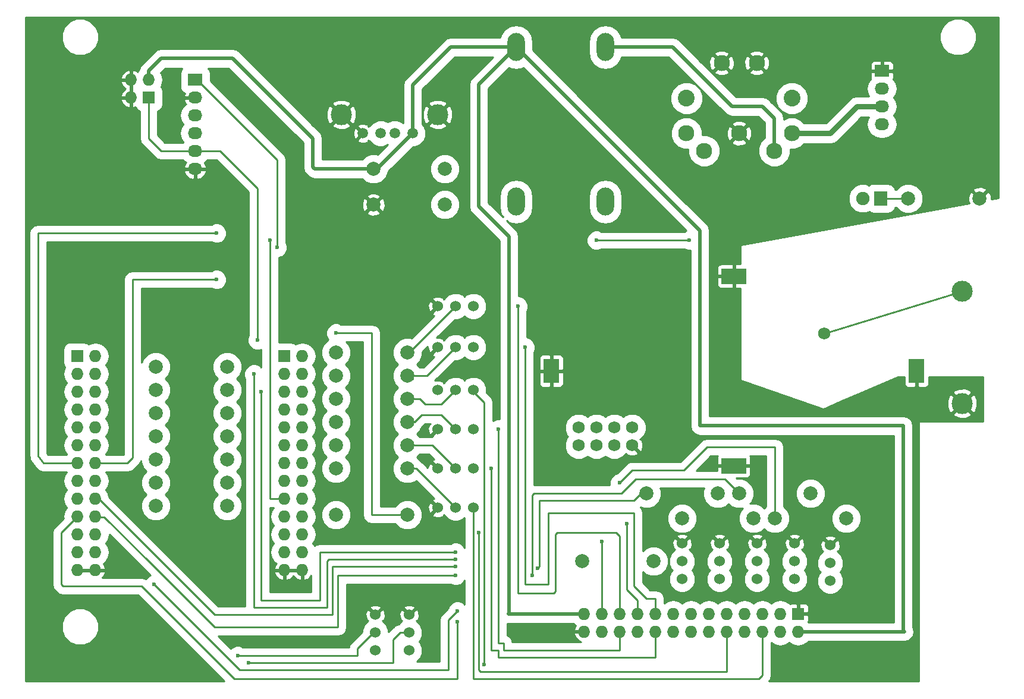
<source format=gbl>
G04 #@! TF.FileFunction,Copper,L2,Bot,Signal*
%FSLAX46Y46*%
G04 Gerber Fmt 4.6, Leading zero omitted, Abs format (unit mm)*
G04 Created by KiCad (PCBNEW no-vcs-found-product) date So 28 Aug 2016 22:52:49 CEST*
%MOMM*%
G01*
G04 APERTURE LIST*
%ADD10C,0.100000*%
%ADD11C,1.998980*%
%ADD12R,1.900000X2.000000*%
%ADD13C,1.900000*%
%ADD14R,1.727200X1.727200*%
%ADD15O,1.727200X1.727200*%
%ADD16O,2.499360X4.000500*%
%ADD17C,1.501140*%
%ADD18C,2.999740*%
%ADD19C,2.300000*%
%ADD20C,2.390000*%
%ADD21C,3.000000*%
%ADD22R,2.032000X1.727200*%
%ADD23O,2.032000X1.727200*%
%ADD24C,1.727200*%
%ADD25C,1.727000*%
%ADD26R,2.200000X3.500000*%
%ADD27C,1.524000*%
%ADD28C,0.600000*%
%ADD29C,0.250000*%
%ADD30C,0.500000*%
%ADD31C,0.750000*%
%ADD32C,0.254000*%
G04 APERTURE END LIST*
D10*
D11*
X144780000Y-55880000D03*
X154940000Y-55880000D03*
D12*
X217000000Y-55000000D03*
D13*
X214460000Y-55000000D03*
D14*
X132080000Y-77470000D03*
D15*
X134620000Y-77470000D03*
X132080000Y-80010000D03*
X134620000Y-80010000D03*
X132080000Y-82550000D03*
X134620000Y-82550000D03*
X132080000Y-85090000D03*
X134620000Y-85090000D03*
X132080000Y-87630000D03*
X134620000Y-87630000D03*
X132080000Y-90170000D03*
X134620000Y-90170000D03*
X132080000Y-92710000D03*
X134620000Y-92710000D03*
X132080000Y-95250000D03*
X134620000Y-95250000D03*
X132080000Y-97790000D03*
X134620000Y-97790000D03*
X132080000Y-100330000D03*
X134620000Y-100330000D03*
X132080000Y-102870000D03*
X134620000Y-102870000D03*
X132080000Y-105410000D03*
X134620000Y-105410000D03*
X132080000Y-107950000D03*
X134620000Y-107950000D03*
D16*
X177800000Y-55450740D03*
X177800000Y-33449260D03*
X165100000Y-33449260D03*
X165100000Y-55450740D03*
D17*
X143255140Y-45722120D03*
X145795140Y-45722120D03*
X147827140Y-45722120D03*
X150367140Y-45722120D03*
D18*
X140207140Y-43055120D03*
X153923140Y-43055120D03*
D19*
X196850000Y-45720000D03*
X204350000Y-45720000D03*
X189350000Y-45720000D03*
X191850000Y-48210000D03*
X201850000Y-48210000D03*
X199350000Y-35710000D03*
X194350000Y-35710000D03*
D20*
X204350000Y-40720000D03*
X189350000Y-40720000D03*
D21*
X228600000Y-68200000D03*
X228600000Y-84200000D03*
D22*
X119380000Y-38100000D03*
D23*
X119380000Y-40640000D03*
X119380000Y-43180000D03*
X119380000Y-45720000D03*
X119380000Y-48260000D03*
X119380000Y-50800000D03*
D22*
X217170000Y-36830000D03*
D23*
X217170000Y-39370000D03*
X217170000Y-41910000D03*
X217170000Y-44450000D03*
D11*
X154940000Y-50800000D03*
X144780000Y-50800000D03*
X123952000Y-78994000D03*
X113792000Y-78994000D03*
X123952000Y-82296000D03*
X113792000Y-82296000D03*
X123952000Y-85598000D03*
X113792000Y-85598000D03*
X123952000Y-88900000D03*
X113792000Y-88900000D03*
X123952000Y-92202000D03*
X113792000Y-92202000D03*
X220920000Y-55000000D03*
X231080000Y-55000000D03*
X139446000Y-100076000D03*
X149606000Y-100076000D03*
D24*
X173990000Y-90170000D03*
D25*
X176530000Y-90170000D03*
X179070000Y-90170000D03*
D24*
X181610000Y-90170000D03*
D25*
X173990000Y-87630000D03*
X176530000Y-87630000D03*
X179070000Y-87630000D03*
X181610000Y-87630000D03*
X208980000Y-74230000D03*
D10*
G36*
X194340000Y-94170000D02*
X194340000Y-91970000D01*
X197840000Y-91970000D01*
X197840000Y-94170000D01*
X194340000Y-94170000D01*
X194340000Y-94170000D01*
G37*
G36*
X194340000Y-67170000D02*
X194340000Y-64970000D01*
X197840000Y-64970000D01*
X197840000Y-67170000D01*
X194340000Y-67170000D01*
X194340000Y-67170000D01*
G37*
D26*
X170090000Y-79570000D03*
X222090000Y-79570000D03*
D14*
X205232000Y-114173000D03*
D15*
X205232000Y-116713000D03*
X202692000Y-114173000D03*
X202692000Y-116713000D03*
X200152000Y-114173000D03*
X200152000Y-116713000D03*
X197612000Y-114173000D03*
X197612000Y-116713000D03*
X195072000Y-114173000D03*
X195072000Y-116713000D03*
X192532000Y-114173000D03*
X192532000Y-116713000D03*
X189992000Y-114173000D03*
X189992000Y-116713000D03*
X187452000Y-114173000D03*
X187452000Y-116713000D03*
X184912000Y-114173000D03*
X184912000Y-116713000D03*
X182372000Y-114173000D03*
X182372000Y-116713000D03*
X179832000Y-114173000D03*
X179832000Y-116713000D03*
X177292000Y-114173000D03*
X177292000Y-116713000D03*
X174752000Y-114173000D03*
X174752000Y-116713000D03*
D27*
X188722000Y-106680000D03*
X188722000Y-109220000D03*
X188722000Y-104140000D03*
X199390000Y-106680000D03*
X199390000Y-109220000D03*
X199390000Y-104140000D03*
X204724000Y-106680000D03*
X204724000Y-109220000D03*
X204724000Y-104140000D03*
X194056000Y-106680000D03*
X194056000Y-109220000D03*
X194056000Y-104140000D03*
X209804000Y-106934000D03*
X209804000Y-109474000D03*
X209804000Y-104394000D03*
X149860000Y-116840000D03*
X149860000Y-119380000D03*
X149860000Y-114300000D03*
X156464000Y-76200000D03*
X159004000Y-76200000D03*
X153924000Y-76200000D03*
X145034000Y-116840000D03*
X145034000Y-119380000D03*
X145034000Y-114300000D03*
X156464000Y-87884000D03*
X159004000Y-87884000D03*
X153924000Y-87884000D03*
X156464000Y-82296000D03*
X159004000Y-82296000D03*
X153924000Y-82296000D03*
X156464000Y-70358000D03*
X159004000Y-70358000D03*
X153924000Y-70358000D03*
X156464000Y-99060000D03*
X159004000Y-99060000D03*
X153924000Y-99060000D03*
X156464000Y-93472000D03*
X159004000Y-93472000D03*
X153924000Y-93472000D03*
D14*
X112776000Y-40640000D03*
D15*
X110236000Y-40640000D03*
X112776000Y-38100000D03*
X110236000Y-38100000D03*
D14*
X102616000Y-77470000D03*
D15*
X105156000Y-77470000D03*
X102616000Y-80010000D03*
X105156000Y-80010000D03*
X102616000Y-82550000D03*
X105156000Y-82550000D03*
X102616000Y-85090000D03*
X105156000Y-85090000D03*
X102616000Y-87630000D03*
X105156000Y-87630000D03*
X102616000Y-90170000D03*
X105156000Y-90170000D03*
X102616000Y-92710000D03*
X105156000Y-92710000D03*
X102616000Y-95250000D03*
X105156000Y-95250000D03*
X102616000Y-97790000D03*
X105156000Y-97790000D03*
X102616000Y-100330000D03*
X105156000Y-100330000D03*
X102616000Y-102870000D03*
X105156000Y-102870000D03*
X102616000Y-105410000D03*
X105156000Y-105410000D03*
X102616000Y-107950000D03*
X105156000Y-107950000D03*
D11*
X174498000Y-106680000D03*
X184658000Y-106680000D03*
X188722000Y-100584000D03*
X198882000Y-100584000D03*
X196850000Y-97028000D03*
X207010000Y-97028000D03*
X183642000Y-97028000D03*
X193802000Y-97028000D03*
X201930000Y-100584000D03*
X212090000Y-100584000D03*
X123952000Y-95504000D03*
X113792000Y-95504000D03*
X139446000Y-80264000D03*
X149606000Y-80264000D03*
X123952000Y-98806000D03*
X113792000Y-98806000D03*
X139446000Y-86868000D03*
X149606000Y-86868000D03*
X139446000Y-83566000D03*
X149606000Y-83566000D03*
X139446000Y-76962000D03*
X149606000Y-76962000D03*
X139446000Y-93472000D03*
X149606000Y-93472000D03*
X139446000Y-90170000D03*
X149606000Y-90170000D03*
D28*
X176530000Y-60960000D03*
X189738000Y-60960000D03*
X130048000Y-60960000D03*
X128270000Y-75184000D03*
X139446000Y-74168000D03*
X177292000Y-103886000D03*
X156464000Y-106426000D03*
X127762000Y-80010000D03*
X128778000Y-82550000D03*
X156464000Y-105410000D03*
X180848000Y-101346000D03*
X179832000Y-95504000D03*
X159766000Y-102616000D03*
X131064000Y-61976000D03*
X122428000Y-59944000D03*
X122428000Y-66548000D03*
X156718000Y-113792000D03*
X113538000Y-109982000D03*
X168148000Y-107696000D03*
X156464000Y-107442000D03*
X156718000Y-115316000D03*
X167386000Y-108712000D03*
X156464000Y-108712000D03*
X160528000Y-121412000D03*
X166370000Y-76200000D03*
X161544000Y-93472000D03*
X165354000Y-70358000D03*
X162560000Y-87884000D03*
X127000000Y-121158000D03*
X125476000Y-120142000D03*
D29*
X217000000Y-55000000D02*
X220920000Y-55000000D01*
X176530000Y-60960000D02*
X189738000Y-60960000D01*
X130048000Y-97790000D02*
X130048000Y-60960000D01*
X132080000Y-97790000D02*
X130048000Y-97790000D01*
X119380000Y-48260000D02*
X122936000Y-48260000D01*
X128270000Y-53594000D02*
X128270000Y-75184000D01*
X122936000Y-48260000D02*
X128270000Y-53594000D01*
X149606000Y-100076000D02*
X144526000Y-100076000D01*
X144526000Y-74168000D02*
X139446000Y-74168000D01*
X144526000Y-100076000D02*
X144526000Y-74168000D01*
X119380000Y-48260000D02*
X114554000Y-48260000D01*
X114554000Y-48260000D02*
X112776000Y-46482000D01*
X112776000Y-46482000D02*
X112776000Y-40640000D01*
X177292000Y-114173000D02*
X177292000Y-110998000D01*
X177292000Y-110998000D02*
X177292000Y-103886000D01*
X127762000Y-102362000D02*
X127762000Y-113284000D01*
X128524000Y-113284000D02*
X138176000Y-113284000D01*
X138176000Y-113284000D02*
X138176000Y-106680000D01*
X138176000Y-106680000D02*
X138430000Y-106426000D01*
X138430000Y-106426000D02*
X156464000Y-106426000D01*
X127762000Y-102362000D02*
X127762000Y-80010000D01*
X127762000Y-113284000D02*
X128524000Y-113284000D01*
X180848000Y-104140000D02*
X180848000Y-101346000D01*
X182372000Y-112268000D02*
X180848000Y-110744000D01*
X180848000Y-110744000D02*
X180848000Y-104140000D01*
X128778000Y-82550000D02*
X128778000Y-112268000D01*
X137160000Y-112268000D02*
X129286000Y-112268000D01*
X137160000Y-105410000D02*
X137160000Y-112268000D01*
X156464000Y-105410000D02*
X137160000Y-105410000D01*
X129286000Y-112268000D02*
X128778000Y-112268000D01*
X182372000Y-112268000D02*
X182372000Y-114173000D01*
X124206000Y-92202000D02*
X123952000Y-92202000D01*
X132080000Y-92710000D02*
X131572000Y-92710000D01*
X201930000Y-100584000D02*
X201930000Y-90424000D01*
X179832000Y-95504000D02*
X181610000Y-93726000D01*
X181610000Y-93726000D02*
X188976000Y-93726000D01*
X188976000Y-93726000D02*
X192278000Y-90424000D01*
X192278000Y-90424000D02*
X201930000Y-90424000D01*
X134874000Y-95250000D02*
X134620000Y-95250000D01*
X195072000Y-121412000D02*
X195072000Y-122428000D01*
X195072000Y-122428000D02*
X160020000Y-122428000D01*
X160020000Y-122428000D02*
X159766000Y-122174000D01*
X159766000Y-122174000D02*
X159766000Y-102616000D01*
X195072000Y-121412000D02*
X195072000Y-116713000D01*
D30*
X177800000Y-33449260D02*
X187373260Y-33449260D01*
X201850000Y-43608000D02*
X201850000Y-48210000D01*
X200152000Y-41910000D02*
X201850000Y-43608000D01*
X195834000Y-41910000D02*
X200152000Y-41910000D01*
X187373260Y-33449260D02*
X195834000Y-41910000D01*
D31*
X204350000Y-45720000D02*
X209804000Y-45720000D01*
X209804000Y-45720000D02*
X213614000Y-41910000D01*
X213614000Y-41910000D02*
X217170000Y-41910000D01*
D29*
X208980000Y-74230000D02*
X228600000Y-68200000D01*
X131064000Y-49530000D02*
X119634000Y-38100000D01*
X131064000Y-61976000D02*
X131064000Y-49530000D01*
X119634000Y-38100000D02*
X119380000Y-38100000D01*
X176784000Y-90424000D02*
X176530000Y-90170000D01*
X97028000Y-59944000D02*
X97028000Y-91694000D01*
X97790000Y-92710000D02*
X97028000Y-91694000D01*
X102870000Y-92710000D02*
X97790000Y-92710000D01*
X97028000Y-59944000D02*
X122428000Y-59944000D01*
X105156000Y-92710000D02*
X109728000Y-92710000D01*
X110490000Y-66548000D02*
X122428000Y-66548000D01*
X110490000Y-91948000D02*
X110490000Y-66548000D01*
X109728000Y-92710000D02*
X110490000Y-91948000D01*
X156718000Y-113792000D02*
X155448000Y-115062000D01*
X155448000Y-115062000D02*
X155448000Y-122174000D01*
X155448000Y-122174000D02*
X125730000Y-122174000D01*
X125730000Y-122174000D02*
X113538000Y-109982000D01*
X114046000Y-106172000D02*
X122174000Y-114300000D01*
X105664000Y-97790000D02*
X114046000Y-106172000D01*
X122174000Y-114300000D02*
X138938000Y-114300000D01*
X168148000Y-107696000D02*
X168402000Y-107442000D01*
X168402000Y-107442000D02*
X168402000Y-98044000D01*
X168402000Y-98044000D02*
X181864000Y-98044000D01*
X181864000Y-98044000D02*
X182880000Y-97028000D01*
X138938000Y-107442000D02*
X156464000Y-107442000D01*
X138938000Y-107950000D02*
X138938000Y-107442000D01*
X138938000Y-114300000D02*
X138938000Y-107950000D01*
X182880000Y-97028000D02*
X183642000Y-97028000D01*
X105156000Y-97790000D02*
X105664000Y-97790000D01*
X102616000Y-100330000D02*
X100330000Y-102616000D01*
X100330000Y-109982000D02*
X100330000Y-102616000D01*
X100584000Y-110236000D02*
X100330000Y-109982000D01*
X111760000Y-110236000D02*
X100584000Y-110236000D01*
X124968000Y-123444000D02*
X111760000Y-110236000D01*
X156718000Y-123444000D02*
X124968000Y-123444000D01*
X156718000Y-115316000D02*
X156718000Y-123444000D01*
X113030000Y-106934000D02*
X122174000Y-116078000D01*
X167386000Y-97282000D02*
X167640000Y-97028000D01*
X167640000Y-97028000D02*
X180086000Y-97028000D01*
X180086000Y-97028000D02*
X182118000Y-94996000D01*
X182118000Y-94996000D02*
X194818000Y-94996000D01*
X196850000Y-97028000D02*
X194818000Y-94996000D01*
X167386000Y-98806000D02*
X167386000Y-108712000D01*
X156464000Y-108712000D02*
X139700000Y-108712000D01*
X139700000Y-108712000D02*
X139700000Y-115316000D01*
X113030000Y-106934000D02*
X106456000Y-100360000D01*
X106456000Y-100360000D02*
X105040000Y-100360000D01*
X167386000Y-98806000D02*
X167386000Y-97282000D01*
X139700000Y-116078000D02*
X139700000Y-115316000D01*
X122174000Y-116078000D02*
X139700000Y-116078000D01*
D30*
X191262000Y-87376000D02*
X191262000Y-59611260D01*
X191262000Y-59611260D02*
X185420000Y-53769260D01*
X220345000Y-116713000D02*
X205232000Y-116713000D01*
X165100000Y-33449260D02*
X185420000Y-53769260D01*
X220218000Y-87376000D02*
X191262000Y-87376000D01*
X220218000Y-116586000D02*
X220218000Y-87376000D01*
X220345000Y-116713000D02*
X220218000Y-116586000D01*
X164084000Y-72136000D02*
X164084000Y-60452000D01*
X164084000Y-60452000D02*
X159766000Y-56134000D01*
X159766000Y-56134000D02*
X159766000Y-38783260D01*
X159766000Y-38783260D02*
X165100000Y-33449260D01*
X174752000Y-114173000D02*
X163957000Y-114173000D01*
X164084000Y-114046000D02*
X164084000Y-72136000D01*
X163957000Y-114173000D02*
X164084000Y-114046000D01*
X112776000Y-38100000D02*
X112776000Y-36830000D01*
X112776000Y-36830000D02*
X114554000Y-35052000D01*
X114554000Y-35052000D02*
X124714000Y-35052000D01*
X124714000Y-35052000D02*
X136144000Y-46482000D01*
X136144000Y-46482000D02*
X136144000Y-50546000D01*
X136144000Y-50546000D02*
X136398000Y-50800000D01*
X136398000Y-50800000D02*
X144780000Y-50800000D01*
X150367140Y-45722120D02*
X150367140Y-38862860D01*
X155780740Y-33449260D02*
X165100000Y-33449260D01*
X150367140Y-38862860D02*
X155780740Y-33449260D01*
D29*
X144780000Y-50800000D02*
X145289260Y-50800000D01*
D30*
X145289260Y-50800000D02*
X150367140Y-45722120D01*
D29*
X200152000Y-122936000D02*
X200152000Y-121920000D01*
X200152000Y-122936000D02*
X199644000Y-123444000D01*
X199644000Y-123444000D02*
X159004000Y-123444000D01*
X159004000Y-99060000D02*
X159004000Y-123444000D01*
X200152000Y-121920000D02*
X200152000Y-116713000D01*
X160528000Y-121412000D02*
X160528000Y-84074000D01*
X160528000Y-84074000D02*
X159004000Y-82550000D01*
X159004000Y-82550000D02*
X159004000Y-82296000D01*
X181864000Y-100838000D02*
X181864000Y-99822000D01*
X183642000Y-112014000D02*
X181864000Y-110236000D01*
X181864000Y-110236000D02*
X181864000Y-100838000D01*
X184912000Y-114173000D02*
X184912000Y-112014000D01*
X184912000Y-112014000D02*
X183642000Y-112014000D01*
X166370000Y-109982000D02*
X166370000Y-76200000D01*
X169672000Y-109982000D02*
X166370000Y-109982000D01*
X169672000Y-99822000D02*
X169672000Y-109982000D01*
X181864000Y-99822000D02*
X169672000Y-99822000D01*
X167386000Y-120396000D02*
X162560000Y-120396000D01*
X184912000Y-120396000D02*
X167386000Y-120396000D01*
X184912000Y-116713000D02*
X184912000Y-120396000D01*
X161544000Y-119380000D02*
X161544000Y-93472000D01*
X162560000Y-119380000D02*
X161544000Y-119380000D01*
X162560000Y-120396000D02*
X162560000Y-119380000D01*
X178054000Y-102616000D02*
X179324000Y-102616000D01*
X165354000Y-111252000D02*
X170434000Y-111252000D01*
X170434000Y-111252000D02*
X170688000Y-110998000D01*
X170688000Y-110998000D02*
X170688000Y-102870000D01*
X170688000Y-102870000D02*
X170942000Y-102616000D01*
X170942000Y-102616000D02*
X178054000Y-102616000D01*
X165354000Y-110236000D02*
X165354000Y-70358000D01*
X165354000Y-110236000D02*
X165354000Y-111252000D01*
X179832000Y-103124000D02*
X179832000Y-114173000D01*
X179324000Y-102616000D02*
X179832000Y-103124000D01*
X167640000Y-119380000D02*
X163322000Y-119380000D01*
X179832000Y-119380000D02*
X167640000Y-119380000D01*
X179832000Y-116713000D02*
X179832000Y-119380000D01*
X162560000Y-118364000D02*
X162560000Y-87884000D01*
X163322000Y-118364000D02*
X162560000Y-118364000D01*
X163322000Y-119380000D02*
X163322000Y-118364000D01*
X145288000Y-121158000D02*
X127000000Y-121158000D01*
X145288000Y-121158000D02*
X147574000Y-121158000D01*
X147574000Y-121158000D02*
X147574000Y-117856000D01*
X147574000Y-117856000D02*
X148590000Y-116840000D01*
X149860000Y-116840000D02*
X148590000Y-116840000D01*
X149606000Y-80264000D02*
X152400000Y-80264000D01*
X152400000Y-80264000D02*
X156464000Y-76200000D01*
X150368000Y-80010000D02*
X150368000Y-80772000D01*
X142494000Y-119126000D02*
X144780000Y-116840000D01*
X142494000Y-120142000D02*
X142494000Y-119126000D01*
X125476000Y-120142000D02*
X142494000Y-120142000D01*
X144780000Y-116840000D02*
X145034000Y-116840000D01*
X149606000Y-86868000D02*
X150622000Y-86868000D01*
X154432000Y-85852000D02*
X156464000Y-87884000D01*
X151638000Y-85852000D02*
X154432000Y-85852000D01*
X150622000Y-86868000D02*
X151638000Y-85852000D01*
X149606000Y-83566000D02*
X151384000Y-83566000D01*
X154432000Y-84328000D02*
X156464000Y-82296000D01*
X152146000Y-84328000D02*
X154432000Y-84328000D01*
X151384000Y-83566000D02*
X152146000Y-84328000D01*
X149606000Y-76962000D02*
X149860000Y-76962000D01*
X149860000Y-76962000D02*
X156464000Y-70358000D01*
X149606000Y-93472000D02*
X150876000Y-93472000D01*
X150876000Y-93472000D02*
X156464000Y-99060000D01*
X149606000Y-90170000D02*
X153162000Y-90170000D01*
X153162000Y-90170000D02*
X156464000Y-93472000D01*
D32*
G36*
X233798000Y-54898728D02*
X232719148Y-55095546D01*
X232701341Y-54614623D01*
X232498965Y-54126042D01*
X232232163Y-54027443D01*
X231259605Y-55000000D01*
X231273748Y-55014143D01*
X231094143Y-55193748D01*
X231080000Y-55179605D01*
X231065858Y-55193748D01*
X230886253Y-55014143D01*
X230900395Y-55000000D01*
X229927837Y-54027443D01*
X229661035Y-54126042D01*
X229434599Y-54735582D01*
X229458659Y-55385377D01*
X229576113Y-55668937D01*
X197081207Y-61597062D01*
X197034395Y-61615773D01*
X196998551Y-61651222D01*
X196977000Y-61722000D01*
X196977000Y-64322560D01*
X196217000Y-64322560D01*
X196217000Y-65943000D01*
X196237000Y-65943000D01*
X196237000Y-66197000D01*
X196217000Y-66197000D01*
X196217000Y-67817440D01*
X196977000Y-67817440D01*
X196977000Y-80772000D01*
X196987006Y-80821410D01*
X197015447Y-80863035D01*
X197062278Y-80891951D01*
X208746278Y-84955951D01*
X208796233Y-84962733D01*
X208838028Y-84952731D01*
X211489964Y-83816187D01*
X226457277Y-83816187D01*
X226473503Y-84665387D01*
X226767261Y-85374582D01*
X227086030Y-85534365D01*
X228420395Y-84200000D01*
X228779605Y-84200000D01*
X230113970Y-85534365D01*
X230432739Y-85374582D01*
X230742723Y-84583813D01*
X230726497Y-83734613D01*
X230432739Y-83025418D01*
X230113970Y-82865635D01*
X228779605Y-84200000D01*
X228420395Y-84200000D01*
X227086030Y-82865635D01*
X226767261Y-83025418D01*
X226457277Y-83816187D01*
X211489964Y-83816187D01*
X214126997Y-82686030D01*
X227265635Y-82686030D01*
X228600000Y-84020395D01*
X229934365Y-82686030D01*
X229774582Y-82367261D01*
X228983813Y-82057277D01*
X228134613Y-82073503D01*
X227425418Y-82367261D01*
X227265635Y-82686030D01*
X214126997Y-82686030D01*
X219482067Y-80391000D01*
X220355000Y-80391000D01*
X220355000Y-81446310D01*
X220451673Y-81679699D01*
X220630302Y-81858327D01*
X220863691Y-81955000D01*
X221804250Y-81955000D01*
X221963000Y-81796250D01*
X221963000Y-80391000D01*
X222217000Y-80391000D01*
X222217000Y-81796250D01*
X222375750Y-81955000D01*
X223316309Y-81955000D01*
X223549698Y-81858327D01*
X223728327Y-81679699D01*
X223825000Y-81446310D01*
X223825000Y-80391000D01*
X231521000Y-80391000D01*
X231521000Y-86741000D01*
X222504000Y-86741000D01*
X222454590Y-86751006D01*
X222412965Y-86779447D01*
X222385685Y-86821841D01*
X222377000Y-86868000D01*
X222377000Y-123798000D01*
X201052865Y-123798000D01*
X201308697Y-123415120D01*
X201404000Y-122936000D01*
X201404000Y-118263512D01*
X201422000Y-118251484D01*
X201930230Y-118591073D01*
X202692000Y-118742598D01*
X203453770Y-118591073D01*
X203962000Y-118251484D01*
X204470230Y-118591073D01*
X205232000Y-118742598D01*
X205993770Y-118591073D01*
X206639567Y-118159565D01*
X206686049Y-118090000D01*
X220345000Y-118090000D01*
X220871955Y-117985182D01*
X221318686Y-117686686D01*
X221617182Y-117239955D01*
X221722000Y-116713000D01*
X221617182Y-116186045D01*
X221595000Y-116152847D01*
X221595000Y-87376000D01*
X221490182Y-86849045D01*
X221191686Y-86402314D01*
X220744955Y-86103818D01*
X220218000Y-85999000D01*
X192639000Y-85999000D01*
X192639000Y-85713970D01*
X227265635Y-85713970D01*
X227425418Y-86032739D01*
X228216187Y-86342723D01*
X229065387Y-86326497D01*
X229774582Y-86032739D01*
X229934365Y-85713970D01*
X228600000Y-84379605D01*
X227265635Y-85713970D01*
X192639000Y-85713970D01*
X192639000Y-66197000D01*
X193692560Y-66197000D01*
X193692560Y-67170000D01*
X193736838Y-67405317D01*
X193875910Y-67621441D01*
X194088110Y-67766431D01*
X194340000Y-67817440D01*
X195963000Y-67817440D01*
X195963000Y-66197000D01*
X193692560Y-66197000D01*
X192639000Y-66197000D01*
X192639000Y-64970000D01*
X193692560Y-64970000D01*
X193692560Y-65943000D01*
X195963000Y-65943000D01*
X195963000Y-64322560D01*
X194340000Y-64322560D01*
X194104683Y-64366838D01*
X193888559Y-64505910D01*
X193743569Y-64718110D01*
X193692560Y-64970000D01*
X192639000Y-64970000D01*
X192639000Y-59611260D01*
X192534182Y-59084305D01*
X192235686Y-58637574D01*
X189009440Y-55411328D01*
X212382640Y-55411328D01*
X212698178Y-56174989D01*
X213281938Y-56759768D01*
X214045047Y-57076639D01*
X214871328Y-57077360D01*
X215344399Y-56881891D01*
X215602944Y-57058548D01*
X216050000Y-57149079D01*
X217950000Y-57149079D01*
X218367641Y-57070494D01*
X218751219Y-56823669D01*
X219008548Y-56447056D01*
X219048048Y-56252000D01*
X219165128Y-56252000D01*
X219713868Y-56801699D01*
X220495159Y-57126120D01*
X221341129Y-57126858D01*
X222122986Y-56803801D01*
X222721699Y-56206132D01*
X223046120Y-55424841D01*
X223046858Y-54578871D01*
X222744801Y-53847837D01*
X230107443Y-53847837D01*
X231080000Y-54820395D01*
X232052557Y-53847837D01*
X231953958Y-53581035D01*
X231344418Y-53354599D01*
X230694623Y-53378659D01*
X230206042Y-53581035D01*
X230107443Y-53847837D01*
X222744801Y-53847837D01*
X222723801Y-53797014D01*
X222126132Y-53198301D01*
X221344841Y-52873880D01*
X220498871Y-52873142D01*
X219717014Y-53196199D01*
X219164249Y-53748000D01*
X219051662Y-53748000D01*
X219020494Y-53582359D01*
X218773669Y-53198781D01*
X218397056Y-52941452D01*
X217950000Y-52850921D01*
X216050000Y-52850921D01*
X215632359Y-52929506D01*
X215341103Y-53116924D01*
X214874953Y-52923361D01*
X214048672Y-52922640D01*
X213285011Y-53238178D01*
X212700232Y-53821938D01*
X212383361Y-54585047D01*
X212382640Y-55411328D01*
X189009440Y-55411328D01*
X179769048Y-46170936D01*
X187072606Y-46170936D01*
X187418528Y-47008132D01*
X188058499Y-47649221D01*
X188895090Y-47996604D01*
X189573185Y-47997195D01*
X189572606Y-48660936D01*
X189918528Y-49498132D01*
X190558499Y-50139221D01*
X191395090Y-50486604D01*
X192300936Y-50487394D01*
X193138132Y-50141472D01*
X193779221Y-49501501D01*
X194126604Y-48664910D01*
X194127394Y-47759064D01*
X193805916Y-46981025D01*
X195768581Y-46981025D01*
X195885601Y-47263446D01*
X196549663Y-47515018D01*
X197259448Y-47493314D01*
X197814399Y-47263446D01*
X197931419Y-46981025D01*
X196850000Y-45899605D01*
X195768581Y-46981025D01*
X193805916Y-46981025D01*
X193781472Y-46921868D01*
X193141501Y-46280779D01*
X192304910Y-45933396D01*
X191626815Y-45932805D01*
X191627262Y-45419663D01*
X195054982Y-45419663D01*
X195076686Y-46129448D01*
X195306554Y-46684399D01*
X195588975Y-46801419D01*
X196670395Y-45720000D01*
X197029605Y-45720000D01*
X198111025Y-46801419D01*
X198393446Y-46684399D01*
X198645018Y-46020337D01*
X198623314Y-45310552D01*
X198393446Y-44755601D01*
X198111025Y-44638581D01*
X197029605Y-45720000D01*
X196670395Y-45720000D01*
X195588975Y-44638581D01*
X195306554Y-44755601D01*
X195054982Y-45419663D01*
X191627262Y-45419663D01*
X191627394Y-45269064D01*
X191292673Y-44458975D01*
X195768581Y-44458975D01*
X196850000Y-45540395D01*
X197931419Y-44458975D01*
X197814399Y-44176554D01*
X197150337Y-43924982D01*
X196440552Y-43946686D01*
X195885601Y-44176554D01*
X195768581Y-44458975D01*
X191292673Y-44458975D01*
X191281472Y-44431868D01*
X190641501Y-43790779D01*
X189804910Y-43443396D01*
X188899064Y-43442606D01*
X188061868Y-43788528D01*
X187420779Y-44428499D01*
X187073396Y-45265090D01*
X187072606Y-46170936D01*
X179769048Y-46170936D01*
X174777960Y-41179848D01*
X187027597Y-41179848D01*
X187380356Y-42033589D01*
X188032975Y-42687348D01*
X188886099Y-43041596D01*
X189809848Y-43042403D01*
X190663589Y-42689644D01*
X191317348Y-42037025D01*
X191671596Y-41183901D01*
X191672403Y-40260152D01*
X191319644Y-39406411D01*
X190667025Y-38752652D01*
X189813901Y-38398404D01*
X188890152Y-38397597D01*
X188036411Y-38750356D01*
X187382652Y-39402975D01*
X187028404Y-40256099D01*
X187027597Y-41179848D01*
X174777960Y-41179848D01*
X167476680Y-33878568D01*
X167476680Y-32637424D01*
X175423320Y-32637424D01*
X175423320Y-34261096D01*
X175604234Y-35170612D01*
X176119433Y-35941663D01*
X176890484Y-36456862D01*
X177800000Y-36637776D01*
X178709516Y-36456862D01*
X179480567Y-35941663D01*
X179995766Y-35170612D01*
X180064262Y-34826260D01*
X186802888Y-34826260D01*
X194860314Y-42883686D01*
X195307045Y-43182182D01*
X195834000Y-43287000D01*
X199581628Y-43287000D01*
X200473000Y-44178372D01*
X200473000Y-46367241D01*
X199920779Y-46918499D01*
X199573396Y-47755090D01*
X199572606Y-48660936D01*
X199918528Y-49498132D01*
X200558499Y-50139221D01*
X201395090Y-50486604D01*
X202300936Y-50487394D01*
X203138132Y-50141472D01*
X203779221Y-49501501D01*
X204126604Y-48664910D01*
X204127187Y-47996806D01*
X204800936Y-47997394D01*
X205638132Y-47651472D01*
X206068354Y-47222000D01*
X209804000Y-47222000D01*
X210378791Y-47107667D01*
X210866074Y-46782074D01*
X214236149Y-43412000D01*
X215321112Y-43412000D01*
X215136541Y-43688230D01*
X214985016Y-44450000D01*
X215136541Y-45211770D01*
X215568049Y-45857567D01*
X216213846Y-46289075D01*
X216975616Y-46440600D01*
X217364384Y-46440600D01*
X218126154Y-46289075D01*
X218771951Y-45857567D01*
X219203459Y-45211770D01*
X219354984Y-44450000D01*
X219203459Y-43688230D01*
X218863870Y-43180000D01*
X219203459Y-42671770D01*
X219354984Y-41910000D01*
X219203459Y-41148230D01*
X218863870Y-40640000D01*
X219203459Y-40131770D01*
X219354984Y-39370000D01*
X219203459Y-38608230D01*
X218771951Y-37962433D01*
X218764130Y-37957207D01*
X218821000Y-37819910D01*
X218821000Y-37115750D01*
X218662250Y-36957000D01*
X217297000Y-36957000D01*
X217297000Y-36977000D01*
X217043000Y-36977000D01*
X217043000Y-36957000D01*
X215677750Y-36957000D01*
X215519000Y-37115750D01*
X215519000Y-37819910D01*
X215575870Y-37957207D01*
X215568049Y-37962433D01*
X215136541Y-38608230D01*
X214985016Y-39370000D01*
X215136541Y-40131770D01*
X215321112Y-40408000D01*
X213614000Y-40408000D01*
X213039210Y-40522332D01*
X212551926Y-40847925D01*
X209181852Y-44218000D01*
X206067977Y-44218000D01*
X205641501Y-43790779D01*
X204804910Y-43443396D01*
X203899064Y-43442606D01*
X203227000Y-43720297D01*
X203227000Y-43608000D01*
X203122182Y-43081045D01*
X202823686Y-42634314D01*
X201369220Y-41179848D01*
X202027597Y-41179848D01*
X202380356Y-42033589D01*
X203032975Y-42687348D01*
X203886099Y-43041596D01*
X204809848Y-43042403D01*
X205663589Y-42689644D01*
X206317348Y-42037025D01*
X206671596Y-41183901D01*
X206672403Y-40260152D01*
X206319644Y-39406411D01*
X205667025Y-38752652D01*
X204813901Y-38398404D01*
X203890152Y-38397597D01*
X203036411Y-38750356D01*
X202382652Y-39402975D01*
X202028404Y-40256099D01*
X202027597Y-41179848D01*
X201369220Y-41179848D01*
X201125686Y-40936314D01*
X200678955Y-40637818D01*
X200152000Y-40533000D01*
X196404372Y-40533000D01*
X192842397Y-36971025D01*
X193268581Y-36971025D01*
X193385601Y-37253446D01*
X194049663Y-37505018D01*
X194759448Y-37483314D01*
X195314399Y-37253446D01*
X195431419Y-36971025D01*
X198268581Y-36971025D01*
X198385601Y-37253446D01*
X199049663Y-37505018D01*
X199759448Y-37483314D01*
X200314399Y-37253446D01*
X200431419Y-36971025D01*
X199350000Y-35889605D01*
X198268581Y-36971025D01*
X195431419Y-36971025D01*
X194350000Y-35889605D01*
X193268581Y-36971025D01*
X192842397Y-36971025D01*
X191281035Y-35409663D01*
X192554982Y-35409663D01*
X192576686Y-36119448D01*
X192806554Y-36674399D01*
X193088975Y-36791419D01*
X194170395Y-35710000D01*
X194529605Y-35710000D01*
X195611025Y-36791419D01*
X195893446Y-36674399D01*
X196145018Y-36010337D01*
X196126651Y-35409663D01*
X197554982Y-35409663D01*
X197576686Y-36119448D01*
X197806554Y-36674399D01*
X198088975Y-36791419D01*
X199170395Y-35710000D01*
X199529605Y-35710000D01*
X200611025Y-36791419D01*
X200893446Y-36674399D01*
X201145018Y-36010337D01*
X201139813Y-35840090D01*
X215519000Y-35840090D01*
X215519000Y-36544250D01*
X215677750Y-36703000D01*
X217043000Y-36703000D01*
X217043000Y-35490150D01*
X217297000Y-35490150D01*
X217297000Y-36703000D01*
X218662250Y-36703000D01*
X218821000Y-36544250D01*
X218821000Y-35840090D01*
X218724327Y-35606701D01*
X218545698Y-35428073D01*
X218312309Y-35331400D01*
X217455750Y-35331400D01*
X217297000Y-35490150D01*
X217043000Y-35490150D01*
X216884250Y-35331400D01*
X216027691Y-35331400D01*
X215794302Y-35428073D01*
X215615673Y-35606701D01*
X215519000Y-35840090D01*
X201139813Y-35840090D01*
X201123314Y-35300552D01*
X200893446Y-34745601D01*
X200611025Y-34628581D01*
X199529605Y-35710000D01*
X199170395Y-35710000D01*
X198088975Y-34628581D01*
X197806554Y-34745601D01*
X197554982Y-35409663D01*
X196126651Y-35409663D01*
X196123314Y-35300552D01*
X195893446Y-34745601D01*
X195611025Y-34628581D01*
X194529605Y-35710000D01*
X194170395Y-35710000D01*
X193088975Y-34628581D01*
X192806554Y-34745601D01*
X192554982Y-35409663D01*
X191281035Y-35409663D01*
X190320347Y-34448975D01*
X193268581Y-34448975D01*
X194350000Y-35530395D01*
X195431419Y-34448975D01*
X198268581Y-34448975D01*
X199350000Y-35530395D01*
X200431419Y-34448975D01*
X200314399Y-34166554D01*
X199650337Y-33914982D01*
X198940552Y-33936686D01*
X198385601Y-34166554D01*
X198268581Y-34448975D01*
X195431419Y-34448975D01*
X195314399Y-34166554D01*
X194650337Y-33914982D01*
X193940552Y-33936686D01*
X193385601Y-34166554D01*
X193268581Y-34448975D01*
X190320347Y-34448975D01*
X188391622Y-32520250D01*
X225372545Y-32520250D01*
X225771639Y-33486132D01*
X226509981Y-34225764D01*
X227475165Y-34626543D01*
X228520250Y-34627455D01*
X229486132Y-34228361D01*
X230225764Y-33490019D01*
X230626543Y-32524835D01*
X230627455Y-31479750D01*
X230228361Y-30513868D01*
X229490019Y-29774236D01*
X228524835Y-29373457D01*
X227479750Y-29372545D01*
X226513868Y-29771639D01*
X225774236Y-30509981D01*
X225373457Y-31475165D01*
X225372545Y-32520250D01*
X188391622Y-32520250D01*
X188346946Y-32475574D01*
X187900215Y-32177078D01*
X187373260Y-32072260D01*
X180064262Y-32072260D01*
X179995766Y-31727908D01*
X179480567Y-30956857D01*
X178709516Y-30441658D01*
X177800000Y-30260744D01*
X176890484Y-30441658D01*
X176119433Y-30956857D01*
X175604234Y-31727908D01*
X175423320Y-32637424D01*
X167476680Y-32637424D01*
X167295766Y-31727908D01*
X166780567Y-30956857D01*
X166009516Y-30441658D01*
X165100000Y-30260744D01*
X164190484Y-30441658D01*
X163419433Y-30956857D01*
X162904234Y-31727908D01*
X162835738Y-32072260D01*
X155780740Y-32072260D01*
X155253785Y-32177078D01*
X154807054Y-32475574D01*
X149393454Y-37889174D01*
X149094958Y-38335905D01*
X148990140Y-38862860D01*
X148990140Y-44229546D01*
X148892087Y-44131322D01*
X148202250Y-43844876D01*
X147455307Y-43844225D01*
X146810405Y-44110692D01*
X146170250Y-43844876D01*
X145423307Y-43844225D01*
X144732971Y-44129465D01*
X144204342Y-44657173D01*
X144198536Y-44671154D01*
X144162517Y-44635135D01*
X144047464Y-44750188D01*
X143979405Y-44509189D01*
X143460106Y-44324353D01*
X142909602Y-44352315D01*
X142530875Y-44509189D01*
X142462815Y-44750190D01*
X143255140Y-45542515D01*
X143269283Y-45528373D01*
X143448888Y-45707978D01*
X143434745Y-45722120D01*
X143448888Y-45736263D01*
X143269283Y-45915868D01*
X143255140Y-45901725D01*
X142462815Y-46694050D01*
X142530875Y-46935051D01*
X143050174Y-47119887D01*
X143600678Y-47091925D01*
X143979405Y-46935051D01*
X144047464Y-46694052D01*
X144162517Y-46809105D01*
X144198055Y-46773567D01*
X144202485Y-46784289D01*
X144730193Y-47312918D01*
X145420030Y-47599364D01*
X146166973Y-47600015D01*
X146805851Y-47336037D01*
X145390794Y-48751094D01*
X145204841Y-48673880D01*
X144358871Y-48673142D01*
X143577014Y-48996199D01*
X143149467Y-49423000D01*
X137521000Y-49423000D01*
X137521000Y-46482000D01*
X137416182Y-45955045D01*
X137123593Y-45517154D01*
X141857373Y-45517154D01*
X141885335Y-46067658D01*
X142042209Y-46446385D01*
X142283210Y-46514445D01*
X143075535Y-45722120D01*
X142283210Y-44929795D01*
X142042209Y-44997855D01*
X141857373Y-45517154D01*
X137123593Y-45517154D01*
X137117686Y-45508314D01*
X136178369Y-44568997D01*
X138872868Y-44568997D01*
X139032635Y-44887752D01*
X139823357Y-45197715D01*
X140672506Y-45181487D01*
X141381645Y-44887752D01*
X141541412Y-44568997D01*
X140207140Y-43234725D01*
X138872868Y-44568997D01*
X136178369Y-44568997D01*
X134280709Y-42671337D01*
X138064545Y-42671337D01*
X138080773Y-43520486D01*
X138374508Y-44229625D01*
X138693263Y-44389392D01*
X140027535Y-43055120D01*
X140386745Y-43055120D01*
X141721017Y-44389392D01*
X142039772Y-44229625D01*
X142349735Y-43438903D01*
X142333507Y-42589754D01*
X142039772Y-41880615D01*
X141721017Y-41720848D01*
X140386745Y-43055120D01*
X140027535Y-43055120D01*
X138693263Y-41720848D01*
X138374508Y-41880615D01*
X138064545Y-42671337D01*
X134280709Y-42671337D01*
X133150615Y-41541243D01*
X138872868Y-41541243D01*
X140207140Y-42875515D01*
X141541412Y-41541243D01*
X141381645Y-41222488D01*
X140590923Y-40912525D01*
X139741774Y-40928753D01*
X139032635Y-41222488D01*
X138872868Y-41541243D01*
X133150615Y-41541243D01*
X125687686Y-34078314D01*
X125240955Y-33779818D01*
X124714000Y-33675000D01*
X114554000Y-33675000D01*
X114027045Y-33779818D01*
X113580314Y-34078314D01*
X111802314Y-35856314D01*
X111503818Y-36303045D01*
X111441221Y-36617740D01*
X111329435Y-36692433D01*
X111165373Y-36937969D01*
X111124490Y-36893179D01*
X110595027Y-36645032D01*
X110363000Y-36765531D01*
X110363000Y-37973000D01*
X110383000Y-37973000D01*
X110383000Y-38227000D01*
X110363000Y-38227000D01*
X110363000Y-40513000D01*
X110383000Y-40513000D01*
X110383000Y-40767000D01*
X110363000Y-40767000D01*
X110363000Y-41974469D01*
X110595027Y-42094968D01*
X110870590Y-41965818D01*
X111088731Y-42304819D01*
X111465344Y-42562148D01*
X111524000Y-42574026D01*
X111524000Y-46482000D01*
X111619303Y-46961120D01*
X111854367Y-47312918D01*
X111890702Y-47367298D01*
X113668700Y-49145295D01*
X113668702Y-49145298D01*
X114074880Y-49416697D01*
X114154372Y-49432509D01*
X114554000Y-49512001D01*
X114554005Y-49512000D01*
X117674102Y-49512000D01*
X117778049Y-49667567D01*
X118069314Y-49862184D01*
X118029268Y-49897964D01*
X117775291Y-50425209D01*
X117772642Y-50440974D01*
X117893783Y-50673000D01*
X119253000Y-50673000D01*
X119253000Y-50653000D01*
X119507000Y-50653000D01*
X119507000Y-50673000D01*
X120866217Y-50673000D01*
X120987358Y-50440974D01*
X120984709Y-50425209D01*
X120730732Y-49897964D01*
X120690686Y-49862184D01*
X120981951Y-49667567D01*
X121085898Y-49512000D01*
X122417404Y-49512000D01*
X127018000Y-54112596D01*
X127018000Y-74478057D01*
X126843248Y-74898907D01*
X126842752Y-75466603D01*
X127059543Y-75991275D01*
X127460614Y-76393047D01*
X127984907Y-76610752D01*
X128552603Y-76611248D01*
X128796000Y-76510678D01*
X128796000Y-79025960D01*
X128571386Y-78800953D01*
X128047093Y-78583248D01*
X127479397Y-78582752D01*
X126954725Y-78799543D01*
X126552953Y-79200614D01*
X126335248Y-79724907D01*
X126334752Y-80292603D01*
X126510000Y-80716734D01*
X126510000Y-113048000D01*
X122692596Y-113048000D01*
X107123771Y-97479175D01*
X107034073Y-97028230D01*
X106694484Y-96520000D01*
X107034073Y-96011770D01*
X107185598Y-95250000D01*
X107034073Y-94488230D01*
X106694484Y-93980000D01*
X106706512Y-93962000D01*
X109728000Y-93962000D01*
X110207120Y-93866697D01*
X110613298Y-93595298D01*
X111375298Y-92833298D01*
X111483480Y-92671392D01*
X111646697Y-92427120D01*
X111665395Y-92333119D01*
X111665142Y-92623129D01*
X111988199Y-93404986D01*
X112435688Y-93853257D01*
X111990301Y-94297868D01*
X111665880Y-95079159D01*
X111665142Y-95925129D01*
X111988199Y-96706986D01*
X112435688Y-97155257D01*
X111990301Y-97599868D01*
X111665880Y-98381159D01*
X111665142Y-99227129D01*
X111988199Y-100008986D01*
X112585868Y-100607699D01*
X113367159Y-100932120D01*
X114213129Y-100932858D01*
X114994986Y-100609801D01*
X115593699Y-100012132D01*
X115918120Y-99230841D01*
X115918858Y-98384871D01*
X115595801Y-97603014D01*
X115148312Y-97154743D01*
X115593699Y-96710132D01*
X115918120Y-95928841D01*
X115918858Y-95082871D01*
X115595801Y-94301014D01*
X115148312Y-93852743D01*
X115593699Y-93408132D01*
X115918120Y-92626841D01*
X115918858Y-91780871D01*
X115595801Y-90999014D01*
X115148312Y-90550743D01*
X115593699Y-90106132D01*
X115918120Y-89324841D01*
X115918858Y-88478871D01*
X115595801Y-87697014D01*
X115148312Y-87248743D01*
X115593699Y-86804132D01*
X115918120Y-86022841D01*
X115918858Y-85176871D01*
X115595801Y-84395014D01*
X115148312Y-83946743D01*
X115593699Y-83502132D01*
X115918120Y-82720841D01*
X115918858Y-81874871D01*
X115595801Y-81093014D01*
X115148312Y-80644743D01*
X115593699Y-80200132D01*
X115918120Y-79418841D01*
X115918123Y-79415129D01*
X121825142Y-79415129D01*
X122148199Y-80196986D01*
X122595688Y-80645257D01*
X122150301Y-81089868D01*
X121825880Y-81871159D01*
X121825142Y-82717129D01*
X122148199Y-83498986D01*
X122595688Y-83947257D01*
X122150301Y-84391868D01*
X121825880Y-85173159D01*
X121825142Y-86019129D01*
X122148199Y-86800986D01*
X122595688Y-87249257D01*
X122150301Y-87693868D01*
X121825880Y-88475159D01*
X121825142Y-89321129D01*
X122148199Y-90102986D01*
X122595688Y-90551257D01*
X122150301Y-90995868D01*
X121825880Y-91777159D01*
X121825142Y-92623129D01*
X122148199Y-93404986D01*
X122595688Y-93853257D01*
X122150301Y-94297868D01*
X121825880Y-95079159D01*
X121825142Y-95925129D01*
X122148199Y-96706986D01*
X122595688Y-97155257D01*
X122150301Y-97599868D01*
X121825880Y-98381159D01*
X121825142Y-99227129D01*
X122148199Y-100008986D01*
X122745868Y-100607699D01*
X123527159Y-100932120D01*
X124373129Y-100932858D01*
X125154986Y-100609801D01*
X125753699Y-100012132D01*
X126078120Y-99230841D01*
X126078858Y-98384871D01*
X125755801Y-97603014D01*
X125308312Y-97154743D01*
X125753699Y-96710132D01*
X126078120Y-95928841D01*
X126078858Y-95082871D01*
X125755801Y-94301014D01*
X125308312Y-93852743D01*
X125753699Y-93408132D01*
X126078120Y-92626841D01*
X126078858Y-91780871D01*
X125755801Y-90999014D01*
X125308312Y-90550743D01*
X125753699Y-90106132D01*
X126078120Y-89324841D01*
X126078858Y-88478871D01*
X125755801Y-87697014D01*
X125308312Y-87248743D01*
X125753699Y-86804132D01*
X126078120Y-86022841D01*
X126078858Y-85176871D01*
X125755801Y-84395014D01*
X125308312Y-83946743D01*
X125753699Y-83502132D01*
X126078120Y-82720841D01*
X126078858Y-81874871D01*
X125755801Y-81093014D01*
X125308312Y-80644743D01*
X125753699Y-80200132D01*
X126078120Y-79418841D01*
X126078858Y-78572871D01*
X125755801Y-77791014D01*
X125158132Y-77192301D01*
X124376841Y-76867880D01*
X123530871Y-76867142D01*
X122749014Y-77190199D01*
X122150301Y-77787868D01*
X121825880Y-78569159D01*
X121825142Y-79415129D01*
X115918123Y-79415129D01*
X115918858Y-78572871D01*
X115595801Y-77791014D01*
X114998132Y-77192301D01*
X114216841Y-76867880D01*
X113370871Y-76867142D01*
X112589014Y-77190199D01*
X111990301Y-77787868D01*
X111742000Y-78385842D01*
X111742000Y-67800000D01*
X121722057Y-67800000D01*
X122142907Y-67974752D01*
X122710603Y-67975248D01*
X123235275Y-67758457D01*
X123637047Y-67357386D01*
X123854752Y-66833093D01*
X123855248Y-66265397D01*
X123638457Y-65740725D01*
X123237386Y-65338953D01*
X122713093Y-65121248D01*
X122145397Y-65120752D01*
X121721266Y-65296000D01*
X110490000Y-65296000D01*
X110010880Y-65391303D01*
X109604702Y-65662702D01*
X109333303Y-66068880D01*
X109238000Y-66548000D01*
X109238000Y-91429404D01*
X109209404Y-91458000D01*
X106706512Y-91458000D01*
X106694484Y-91440000D01*
X107034073Y-90931770D01*
X107185598Y-90170000D01*
X107034073Y-89408230D01*
X106694484Y-88900000D01*
X107034073Y-88391770D01*
X107185598Y-87630000D01*
X107034073Y-86868230D01*
X106694484Y-86360000D01*
X107034073Y-85851770D01*
X107185598Y-85090000D01*
X107034073Y-84328230D01*
X106694484Y-83820000D01*
X107034073Y-83311770D01*
X107185598Y-82550000D01*
X107034073Y-81788230D01*
X106694484Y-81280000D01*
X107034073Y-80771770D01*
X107185598Y-80010000D01*
X107034073Y-79248230D01*
X106694484Y-78740000D01*
X107034073Y-78231770D01*
X107185598Y-77470000D01*
X107034073Y-76708230D01*
X106602565Y-76062433D01*
X105956768Y-75630925D01*
X105194998Y-75479400D01*
X105117002Y-75479400D01*
X104355232Y-75630925D01*
X104200020Y-75734634D01*
X103926656Y-75547852D01*
X103479600Y-75457321D01*
X101752400Y-75457321D01*
X101334759Y-75535906D01*
X100951181Y-75782731D01*
X100693852Y-76159344D01*
X100603321Y-76606400D01*
X100603321Y-78333600D01*
X100681906Y-78751241D01*
X100872301Y-79047125D01*
X100737927Y-79248230D01*
X100586402Y-80010000D01*
X100737927Y-80771770D01*
X101077516Y-81280000D01*
X100737927Y-81788230D01*
X100586402Y-82550000D01*
X100737927Y-83311770D01*
X101077516Y-83820000D01*
X100737927Y-84328230D01*
X100586402Y-85090000D01*
X100737927Y-85851770D01*
X101077516Y-86360000D01*
X100737927Y-86868230D01*
X100586402Y-87630000D01*
X100737927Y-88391770D01*
X101077516Y-88900000D01*
X100737927Y-89408230D01*
X100586402Y-90170000D01*
X100737927Y-90931770D01*
X101077516Y-91440000D01*
X101065488Y-91458000D01*
X98416000Y-91458000D01*
X98280000Y-91276667D01*
X98280000Y-61196000D01*
X121722057Y-61196000D01*
X122142907Y-61370752D01*
X122710603Y-61371248D01*
X123235275Y-61154457D01*
X123637047Y-60753386D01*
X123854752Y-60229093D01*
X123855248Y-59661397D01*
X123638457Y-59136725D01*
X123237386Y-58734953D01*
X122713093Y-58517248D01*
X122145397Y-58516752D01*
X121721266Y-58692000D01*
X97028000Y-58692000D01*
X96548880Y-58787303D01*
X96142702Y-59058702D01*
X95871303Y-59464880D01*
X95776000Y-59944000D01*
X95776000Y-91694000D01*
X95806626Y-91847967D01*
X95815170Y-92004722D01*
X95853851Y-92085384D01*
X95871303Y-92173120D01*
X95958520Y-92303649D01*
X96026400Y-92445200D01*
X96788400Y-93461200D01*
X96855002Y-93520917D01*
X96904702Y-93595298D01*
X97035233Y-93682516D01*
X97152114Y-93787314D01*
X97236501Y-93816998D01*
X97310880Y-93866697D01*
X97464848Y-93897323D01*
X97612940Y-93949417D01*
X97702264Y-93944548D01*
X97790000Y-93962000D01*
X101065488Y-93962000D01*
X101077516Y-93980000D01*
X100737927Y-94488230D01*
X100586402Y-95250000D01*
X100737927Y-96011770D01*
X101077516Y-96520000D01*
X100737927Y-97028230D01*
X100586402Y-97790000D01*
X100737927Y-98551770D01*
X101077516Y-99060000D01*
X100737927Y-99568230D01*
X100586402Y-100330000D01*
X100629373Y-100546031D01*
X99444702Y-101730702D01*
X99173303Y-102136880D01*
X99078000Y-102616000D01*
X99078000Y-109982000D01*
X99173303Y-110461120D01*
X99343020Y-110715120D01*
X99444702Y-110867298D01*
X99698702Y-111121298D01*
X100104880Y-111392697D01*
X100584000Y-111488000D01*
X111241404Y-111488000D01*
X123551404Y-123798000D01*
X95202000Y-123798000D01*
X95202000Y-116520250D01*
X100372545Y-116520250D01*
X100771639Y-117486132D01*
X101509981Y-118225764D01*
X102475165Y-118626543D01*
X103520250Y-118627455D01*
X104486132Y-118228361D01*
X105225764Y-117490019D01*
X105626543Y-116524835D01*
X105627455Y-115479750D01*
X105228361Y-114513868D01*
X104490019Y-113774236D01*
X103524835Y-113373457D01*
X102479750Y-113372545D01*
X101513868Y-113771639D01*
X100774236Y-114509981D01*
X100373457Y-115475165D01*
X100372545Y-116520250D01*
X95202000Y-116520250D01*
X95202000Y-51159026D01*
X117772642Y-51159026D01*
X117775291Y-51174791D01*
X118029268Y-51702036D01*
X118465680Y-52091954D01*
X119018087Y-52285184D01*
X119253000Y-52140924D01*
X119253000Y-50927000D01*
X119507000Y-50927000D01*
X119507000Y-52140924D01*
X119741913Y-52285184D01*
X120294320Y-52091954D01*
X120730732Y-51702036D01*
X120984709Y-51174791D01*
X120987358Y-51159026D01*
X120866217Y-50927000D01*
X119507000Y-50927000D01*
X119253000Y-50927000D01*
X117893783Y-50927000D01*
X117772642Y-51159026D01*
X95202000Y-51159026D01*
X95202000Y-40999026D01*
X108781042Y-40999026D01*
X108953312Y-41414947D01*
X109347510Y-41846821D01*
X109876973Y-42094968D01*
X110109000Y-41974469D01*
X110109000Y-40767000D01*
X108902183Y-40767000D01*
X108781042Y-40999026D01*
X95202000Y-40999026D01*
X95202000Y-38459026D01*
X108781042Y-38459026D01*
X108953312Y-38874947D01*
X109347510Y-39306821D01*
X109482313Y-39370000D01*
X109347510Y-39433179D01*
X108953312Y-39865053D01*
X108781042Y-40280974D01*
X108902183Y-40513000D01*
X110109000Y-40513000D01*
X110109000Y-38227000D01*
X108902183Y-38227000D01*
X108781042Y-38459026D01*
X95202000Y-38459026D01*
X95202000Y-37740974D01*
X108781042Y-37740974D01*
X108902183Y-37973000D01*
X110109000Y-37973000D01*
X110109000Y-36765531D01*
X109876973Y-36645032D01*
X109347510Y-36893179D01*
X108953312Y-37325053D01*
X108781042Y-37740974D01*
X95202000Y-37740974D01*
X95202000Y-32520250D01*
X100372545Y-32520250D01*
X100771639Y-33486132D01*
X101509981Y-34225764D01*
X102475165Y-34626543D01*
X103520250Y-34627455D01*
X104486132Y-34228361D01*
X105225764Y-33490019D01*
X105626543Y-32524835D01*
X105627455Y-31479750D01*
X105228361Y-30513868D01*
X104490019Y-29774236D01*
X103524835Y-29373457D01*
X102479750Y-29372545D01*
X101513868Y-29771639D01*
X100774236Y-30509981D01*
X100373457Y-31475165D01*
X100372545Y-32520250D01*
X95202000Y-32520250D01*
X95202000Y-29202000D01*
X233798000Y-29202000D01*
X233798000Y-54898728D01*
X233798000Y-54898728D01*
G37*
X233798000Y-54898728D02*
X232719148Y-55095546D01*
X232701341Y-54614623D01*
X232498965Y-54126042D01*
X232232163Y-54027443D01*
X231259605Y-55000000D01*
X231273748Y-55014143D01*
X231094143Y-55193748D01*
X231080000Y-55179605D01*
X231065858Y-55193748D01*
X230886253Y-55014143D01*
X230900395Y-55000000D01*
X229927837Y-54027443D01*
X229661035Y-54126042D01*
X229434599Y-54735582D01*
X229458659Y-55385377D01*
X229576113Y-55668937D01*
X197081207Y-61597062D01*
X197034395Y-61615773D01*
X196998551Y-61651222D01*
X196977000Y-61722000D01*
X196977000Y-64322560D01*
X196217000Y-64322560D01*
X196217000Y-65943000D01*
X196237000Y-65943000D01*
X196237000Y-66197000D01*
X196217000Y-66197000D01*
X196217000Y-67817440D01*
X196977000Y-67817440D01*
X196977000Y-80772000D01*
X196987006Y-80821410D01*
X197015447Y-80863035D01*
X197062278Y-80891951D01*
X208746278Y-84955951D01*
X208796233Y-84962733D01*
X208838028Y-84952731D01*
X211489964Y-83816187D01*
X226457277Y-83816187D01*
X226473503Y-84665387D01*
X226767261Y-85374582D01*
X227086030Y-85534365D01*
X228420395Y-84200000D01*
X228779605Y-84200000D01*
X230113970Y-85534365D01*
X230432739Y-85374582D01*
X230742723Y-84583813D01*
X230726497Y-83734613D01*
X230432739Y-83025418D01*
X230113970Y-82865635D01*
X228779605Y-84200000D01*
X228420395Y-84200000D01*
X227086030Y-82865635D01*
X226767261Y-83025418D01*
X226457277Y-83816187D01*
X211489964Y-83816187D01*
X214126997Y-82686030D01*
X227265635Y-82686030D01*
X228600000Y-84020395D01*
X229934365Y-82686030D01*
X229774582Y-82367261D01*
X228983813Y-82057277D01*
X228134613Y-82073503D01*
X227425418Y-82367261D01*
X227265635Y-82686030D01*
X214126997Y-82686030D01*
X219482067Y-80391000D01*
X220355000Y-80391000D01*
X220355000Y-81446310D01*
X220451673Y-81679699D01*
X220630302Y-81858327D01*
X220863691Y-81955000D01*
X221804250Y-81955000D01*
X221963000Y-81796250D01*
X221963000Y-80391000D01*
X222217000Y-80391000D01*
X222217000Y-81796250D01*
X222375750Y-81955000D01*
X223316309Y-81955000D01*
X223549698Y-81858327D01*
X223728327Y-81679699D01*
X223825000Y-81446310D01*
X223825000Y-80391000D01*
X231521000Y-80391000D01*
X231521000Y-86741000D01*
X222504000Y-86741000D01*
X222454590Y-86751006D01*
X222412965Y-86779447D01*
X222385685Y-86821841D01*
X222377000Y-86868000D01*
X222377000Y-123798000D01*
X201052865Y-123798000D01*
X201308697Y-123415120D01*
X201404000Y-122936000D01*
X201404000Y-118263512D01*
X201422000Y-118251484D01*
X201930230Y-118591073D01*
X202692000Y-118742598D01*
X203453770Y-118591073D01*
X203962000Y-118251484D01*
X204470230Y-118591073D01*
X205232000Y-118742598D01*
X205993770Y-118591073D01*
X206639567Y-118159565D01*
X206686049Y-118090000D01*
X220345000Y-118090000D01*
X220871955Y-117985182D01*
X221318686Y-117686686D01*
X221617182Y-117239955D01*
X221722000Y-116713000D01*
X221617182Y-116186045D01*
X221595000Y-116152847D01*
X221595000Y-87376000D01*
X221490182Y-86849045D01*
X221191686Y-86402314D01*
X220744955Y-86103818D01*
X220218000Y-85999000D01*
X192639000Y-85999000D01*
X192639000Y-85713970D01*
X227265635Y-85713970D01*
X227425418Y-86032739D01*
X228216187Y-86342723D01*
X229065387Y-86326497D01*
X229774582Y-86032739D01*
X229934365Y-85713970D01*
X228600000Y-84379605D01*
X227265635Y-85713970D01*
X192639000Y-85713970D01*
X192639000Y-66197000D01*
X193692560Y-66197000D01*
X193692560Y-67170000D01*
X193736838Y-67405317D01*
X193875910Y-67621441D01*
X194088110Y-67766431D01*
X194340000Y-67817440D01*
X195963000Y-67817440D01*
X195963000Y-66197000D01*
X193692560Y-66197000D01*
X192639000Y-66197000D01*
X192639000Y-64970000D01*
X193692560Y-64970000D01*
X193692560Y-65943000D01*
X195963000Y-65943000D01*
X195963000Y-64322560D01*
X194340000Y-64322560D01*
X194104683Y-64366838D01*
X193888559Y-64505910D01*
X193743569Y-64718110D01*
X193692560Y-64970000D01*
X192639000Y-64970000D01*
X192639000Y-59611260D01*
X192534182Y-59084305D01*
X192235686Y-58637574D01*
X189009440Y-55411328D01*
X212382640Y-55411328D01*
X212698178Y-56174989D01*
X213281938Y-56759768D01*
X214045047Y-57076639D01*
X214871328Y-57077360D01*
X215344399Y-56881891D01*
X215602944Y-57058548D01*
X216050000Y-57149079D01*
X217950000Y-57149079D01*
X218367641Y-57070494D01*
X218751219Y-56823669D01*
X219008548Y-56447056D01*
X219048048Y-56252000D01*
X219165128Y-56252000D01*
X219713868Y-56801699D01*
X220495159Y-57126120D01*
X221341129Y-57126858D01*
X222122986Y-56803801D01*
X222721699Y-56206132D01*
X223046120Y-55424841D01*
X223046858Y-54578871D01*
X222744801Y-53847837D01*
X230107443Y-53847837D01*
X231080000Y-54820395D01*
X232052557Y-53847837D01*
X231953958Y-53581035D01*
X231344418Y-53354599D01*
X230694623Y-53378659D01*
X230206042Y-53581035D01*
X230107443Y-53847837D01*
X222744801Y-53847837D01*
X222723801Y-53797014D01*
X222126132Y-53198301D01*
X221344841Y-52873880D01*
X220498871Y-52873142D01*
X219717014Y-53196199D01*
X219164249Y-53748000D01*
X219051662Y-53748000D01*
X219020494Y-53582359D01*
X218773669Y-53198781D01*
X218397056Y-52941452D01*
X217950000Y-52850921D01*
X216050000Y-52850921D01*
X215632359Y-52929506D01*
X215341103Y-53116924D01*
X214874953Y-52923361D01*
X214048672Y-52922640D01*
X213285011Y-53238178D01*
X212700232Y-53821938D01*
X212383361Y-54585047D01*
X212382640Y-55411328D01*
X189009440Y-55411328D01*
X179769048Y-46170936D01*
X187072606Y-46170936D01*
X187418528Y-47008132D01*
X188058499Y-47649221D01*
X188895090Y-47996604D01*
X189573185Y-47997195D01*
X189572606Y-48660936D01*
X189918528Y-49498132D01*
X190558499Y-50139221D01*
X191395090Y-50486604D01*
X192300936Y-50487394D01*
X193138132Y-50141472D01*
X193779221Y-49501501D01*
X194126604Y-48664910D01*
X194127394Y-47759064D01*
X193805916Y-46981025D01*
X195768581Y-46981025D01*
X195885601Y-47263446D01*
X196549663Y-47515018D01*
X197259448Y-47493314D01*
X197814399Y-47263446D01*
X197931419Y-46981025D01*
X196850000Y-45899605D01*
X195768581Y-46981025D01*
X193805916Y-46981025D01*
X193781472Y-46921868D01*
X193141501Y-46280779D01*
X192304910Y-45933396D01*
X191626815Y-45932805D01*
X191627262Y-45419663D01*
X195054982Y-45419663D01*
X195076686Y-46129448D01*
X195306554Y-46684399D01*
X195588975Y-46801419D01*
X196670395Y-45720000D01*
X197029605Y-45720000D01*
X198111025Y-46801419D01*
X198393446Y-46684399D01*
X198645018Y-46020337D01*
X198623314Y-45310552D01*
X198393446Y-44755601D01*
X198111025Y-44638581D01*
X197029605Y-45720000D01*
X196670395Y-45720000D01*
X195588975Y-44638581D01*
X195306554Y-44755601D01*
X195054982Y-45419663D01*
X191627262Y-45419663D01*
X191627394Y-45269064D01*
X191292673Y-44458975D01*
X195768581Y-44458975D01*
X196850000Y-45540395D01*
X197931419Y-44458975D01*
X197814399Y-44176554D01*
X197150337Y-43924982D01*
X196440552Y-43946686D01*
X195885601Y-44176554D01*
X195768581Y-44458975D01*
X191292673Y-44458975D01*
X191281472Y-44431868D01*
X190641501Y-43790779D01*
X189804910Y-43443396D01*
X188899064Y-43442606D01*
X188061868Y-43788528D01*
X187420779Y-44428499D01*
X187073396Y-45265090D01*
X187072606Y-46170936D01*
X179769048Y-46170936D01*
X174777960Y-41179848D01*
X187027597Y-41179848D01*
X187380356Y-42033589D01*
X188032975Y-42687348D01*
X188886099Y-43041596D01*
X189809848Y-43042403D01*
X190663589Y-42689644D01*
X191317348Y-42037025D01*
X191671596Y-41183901D01*
X191672403Y-40260152D01*
X191319644Y-39406411D01*
X190667025Y-38752652D01*
X189813901Y-38398404D01*
X188890152Y-38397597D01*
X188036411Y-38750356D01*
X187382652Y-39402975D01*
X187028404Y-40256099D01*
X187027597Y-41179848D01*
X174777960Y-41179848D01*
X167476680Y-33878568D01*
X167476680Y-32637424D01*
X175423320Y-32637424D01*
X175423320Y-34261096D01*
X175604234Y-35170612D01*
X176119433Y-35941663D01*
X176890484Y-36456862D01*
X177800000Y-36637776D01*
X178709516Y-36456862D01*
X179480567Y-35941663D01*
X179995766Y-35170612D01*
X180064262Y-34826260D01*
X186802888Y-34826260D01*
X194860314Y-42883686D01*
X195307045Y-43182182D01*
X195834000Y-43287000D01*
X199581628Y-43287000D01*
X200473000Y-44178372D01*
X200473000Y-46367241D01*
X199920779Y-46918499D01*
X199573396Y-47755090D01*
X199572606Y-48660936D01*
X199918528Y-49498132D01*
X200558499Y-50139221D01*
X201395090Y-50486604D01*
X202300936Y-50487394D01*
X203138132Y-50141472D01*
X203779221Y-49501501D01*
X204126604Y-48664910D01*
X204127187Y-47996806D01*
X204800936Y-47997394D01*
X205638132Y-47651472D01*
X206068354Y-47222000D01*
X209804000Y-47222000D01*
X210378791Y-47107667D01*
X210866074Y-46782074D01*
X214236149Y-43412000D01*
X215321112Y-43412000D01*
X215136541Y-43688230D01*
X214985016Y-44450000D01*
X215136541Y-45211770D01*
X215568049Y-45857567D01*
X216213846Y-46289075D01*
X216975616Y-46440600D01*
X217364384Y-46440600D01*
X218126154Y-46289075D01*
X218771951Y-45857567D01*
X219203459Y-45211770D01*
X219354984Y-44450000D01*
X219203459Y-43688230D01*
X218863870Y-43180000D01*
X219203459Y-42671770D01*
X219354984Y-41910000D01*
X219203459Y-41148230D01*
X218863870Y-40640000D01*
X219203459Y-40131770D01*
X219354984Y-39370000D01*
X219203459Y-38608230D01*
X218771951Y-37962433D01*
X218764130Y-37957207D01*
X218821000Y-37819910D01*
X218821000Y-37115750D01*
X218662250Y-36957000D01*
X217297000Y-36957000D01*
X217297000Y-36977000D01*
X217043000Y-36977000D01*
X217043000Y-36957000D01*
X215677750Y-36957000D01*
X215519000Y-37115750D01*
X215519000Y-37819910D01*
X215575870Y-37957207D01*
X215568049Y-37962433D01*
X215136541Y-38608230D01*
X214985016Y-39370000D01*
X215136541Y-40131770D01*
X215321112Y-40408000D01*
X213614000Y-40408000D01*
X213039210Y-40522332D01*
X212551926Y-40847925D01*
X209181852Y-44218000D01*
X206067977Y-44218000D01*
X205641501Y-43790779D01*
X204804910Y-43443396D01*
X203899064Y-43442606D01*
X203227000Y-43720297D01*
X203227000Y-43608000D01*
X203122182Y-43081045D01*
X202823686Y-42634314D01*
X201369220Y-41179848D01*
X202027597Y-41179848D01*
X202380356Y-42033589D01*
X203032975Y-42687348D01*
X203886099Y-43041596D01*
X204809848Y-43042403D01*
X205663589Y-42689644D01*
X206317348Y-42037025D01*
X206671596Y-41183901D01*
X206672403Y-40260152D01*
X206319644Y-39406411D01*
X205667025Y-38752652D01*
X204813901Y-38398404D01*
X203890152Y-38397597D01*
X203036411Y-38750356D01*
X202382652Y-39402975D01*
X202028404Y-40256099D01*
X202027597Y-41179848D01*
X201369220Y-41179848D01*
X201125686Y-40936314D01*
X200678955Y-40637818D01*
X200152000Y-40533000D01*
X196404372Y-40533000D01*
X192842397Y-36971025D01*
X193268581Y-36971025D01*
X193385601Y-37253446D01*
X194049663Y-37505018D01*
X194759448Y-37483314D01*
X195314399Y-37253446D01*
X195431419Y-36971025D01*
X198268581Y-36971025D01*
X198385601Y-37253446D01*
X199049663Y-37505018D01*
X199759448Y-37483314D01*
X200314399Y-37253446D01*
X200431419Y-36971025D01*
X199350000Y-35889605D01*
X198268581Y-36971025D01*
X195431419Y-36971025D01*
X194350000Y-35889605D01*
X193268581Y-36971025D01*
X192842397Y-36971025D01*
X191281035Y-35409663D01*
X192554982Y-35409663D01*
X192576686Y-36119448D01*
X192806554Y-36674399D01*
X193088975Y-36791419D01*
X194170395Y-35710000D01*
X194529605Y-35710000D01*
X195611025Y-36791419D01*
X195893446Y-36674399D01*
X196145018Y-36010337D01*
X196126651Y-35409663D01*
X197554982Y-35409663D01*
X197576686Y-36119448D01*
X197806554Y-36674399D01*
X198088975Y-36791419D01*
X199170395Y-35710000D01*
X199529605Y-35710000D01*
X200611025Y-36791419D01*
X200893446Y-36674399D01*
X201145018Y-36010337D01*
X201139813Y-35840090D01*
X215519000Y-35840090D01*
X215519000Y-36544250D01*
X215677750Y-36703000D01*
X217043000Y-36703000D01*
X217043000Y-35490150D01*
X217297000Y-35490150D01*
X217297000Y-36703000D01*
X218662250Y-36703000D01*
X218821000Y-36544250D01*
X218821000Y-35840090D01*
X218724327Y-35606701D01*
X218545698Y-35428073D01*
X218312309Y-35331400D01*
X217455750Y-35331400D01*
X217297000Y-35490150D01*
X217043000Y-35490150D01*
X216884250Y-35331400D01*
X216027691Y-35331400D01*
X215794302Y-35428073D01*
X215615673Y-35606701D01*
X215519000Y-35840090D01*
X201139813Y-35840090D01*
X201123314Y-35300552D01*
X200893446Y-34745601D01*
X200611025Y-34628581D01*
X199529605Y-35710000D01*
X199170395Y-35710000D01*
X198088975Y-34628581D01*
X197806554Y-34745601D01*
X197554982Y-35409663D01*
X196126651Y-35409663D01*
X196123314Y-35300552D01*
X195893446Y-34745601D01*
X195611025Y-34628581D01*
X194529605Y-35710000D01*
X194170395Y-35710000D01*
X193088975Y-34628581D01*
X192806554Y-34745601D01*
X192554982Y-35409663D01*
X191281035Y-35409663D01*
X190320347Y-34448975D01*
X193268581Y-34448975D01*
X194350000Y-35530395D01*
X195431419Y-34448975D01*
X198268581Y-34448975D01*
X199350000Y-35530395D01*
X200431419Y-34448975D01*
X200314399Y-34166554D01*
X199650337Y-33914982D01*
X198940552Y-33936686D01*
X198385601Y-34166554D01*
X198268581Y-34448975D01*
X195431419Y-34448975D01*
X195314399Y-34166554D01*
X194650337Y-33914982D01*
X193940552Y-33936686D01*
X193385601Y-34166554D01*
X193268581Y-34448975D01*
X190320347Y-34448975D01*
X188391622Y-32520250D01*
X225372545Y-32520250D01*
X225771639Y-33486132D01*
X226509981Y-34225764D01*
X227475165Y-34626543D01*
X228520250Y-34627455D01*
X229486132Y-34228361D01*
X230225764Y-33490019D01*
X230626543Y-32524835D01*
X230627455Y-31479750D01*
X230228361Y-30513868D01*
X229490019Y-29774236D01*
X228524835Y-29373457D01*
X227479750Y-29372545D01*
X226513868Y-29771639D01*
X225774236Y-30509981D01*
X225373457Y-31475165D01*
X225372545Y-32520250D01*
X188391622Y-32520250D01*
X188346946Y-32475574D01*
X187900215Y-32177078D01*
X187373260Y-32072260D01*
X180064262Y-32072260D01*
X179995766Y-31727908D01*
X179480567Y-30956857D01*
X178709516Y-30441658D01*
X177800000Y-30260744D01*
X176890484Y-30441658D01*
X176119433Y-30956857D01*
X175604234Y-31727908D01*
X175423320Y-32637424D01*
X167476680Y-32637424D01*
X167295766Y-31727908D01*
X166780567Y-30956857D01*
X166009516Y-30441658D01*
X165100000Y-30260744D01*
X164190484Y-30441658D01*
X163419433Y-30956857D01*
X162904234Y-31727908D01*
X162835738Y-32072260D01*
X155780740Y-32072260D01*
X155253785Y-32177078D01*
X154807054Y-32475574D01*
X149393454Y-37889174D01*
X149094958Y-38335905D01*
X148990140Y-38862860D01*
X148990140Y-44229546D01*
X148892087Y-44131322D01*
X148202250Y-43844876D01*
X147455307Y-43844225D01*
X146810405Y-44110692D01*
X146170250Y-43844876D01*
X145423307Y-43844225D01*
X144732971Y-44129465D01*
X144204342Y-44657173D01*
X144198536Y-44671154D01*
X144162517Y-44635135D01*
X144047464Y-44750188D01*
X143979405Y-44509189D01*
X143460106Y-44324353D01*
X142909602Y-44352315D01*
X142530875Y-44509189D01*
X142462815Y-44750190D01*
X143255140Y-45542515D01*
X143269283Y-45528373D01*
X143448888Y-45707978D01*
X143434745Y-45722120D01*
X143448888Y-45736263D01*
X143269283Y-45915868D01*
X143255140Y-45901725D01*
X142462815Y-46694050D01*
X142530875Y-46935051D01*
X143050174Y-47119887D01*
X143600678Y-47091925D01*
X143979405Y-46935051D01*
X144047464Y-46694052D01*
X144162517Y-46809105D01*
X144198055Y-46773567D01*
X144202485Y-46784289D01*
X144730193Y-47312918D01*
X145420030Y-47599364D01*
X146166973Y-47600015D01*
X146805851Y-47336037D01*
X145390794Y-48751094D01*
X145204841Y-48673880D01*
X144358871Y-48673142D01*
X143577014Y-48996199D01*
X143149467Y-49423000D01*
X137521000Y-49423000D01*
X137521000Y-46482000D01*
X137416182Y-45955045D01*
X137123593Y-45517154D01*
X141857373Y-45517154D01*
X141885335Y-46067658D01*
X142042209Y-46446385D01*
X142283210Y-46514445D01*
X143075535Y-45722120D01*
X142283210Y-44929795D01*
X142042209Y-44997855D01*
X141857373Y-45517154D01*
X137123593Y-45517154D01*
X137117686Y-45508314D01*
X136178369Y-44568997D01*
X138872868Y-44568997D01*
X139032635Y-44887752D01*
X139823357Y-45197715D01*
X140672506Y-45181487D01*
X141381645Y-44887752D01*
X141541412Y-44568997D01*
X140207140Y-43234725D01*
X138872868Y-44568997D01*
X136178369Y-44568997D01*
X134280709Y-42671337D01*
X138064545Y-42671337D01*
X138080773Y-43520486D01*
X138374508Y-44229625D01*
X138693263Y-44389392D01*
X140027535Y-43055120D01*
X140386745Y-43055120D01*
X141721017Y-44389392D01*
X142039772Y-44229625D01*
X142349735Y-43438903D01*
X142333507Y-42589754D01*
X142039772Y-41880615D01*
X141721017Y-41720848D01*
X140386745Y-43055120D01*
X140027535Y-43055120D01*
X138693263Y-41720848D01*
X138374508Y-41880615D01*
X138064545Y-42671337D01*
X134280709Y-42671337D01*
X133150615Y-41541243D01*
X138872868Y-41541243D01*
X140207140Y-42875515D01*
X141541412Y-41541243D01*
X141381645Y-41222488D01*
X140590923Y-40912525D01*
X139741774Y-40928753D01*
X139032635Y-41222488D01*
X138872868Y-41541243D01*
X133150615Y-41541243D01*
X125687686Y-34078314D01*
X125240955Y-33779818D01*
X124714000Y-33675000D01*
X114554000Y-33675000D01*
X114027045Y-33779818D01*
X113580314Y-34078314D01*
X111802314Y-35856314D01*
X111503818Y-36303045D01*
X111441221Y-36617740D01*
X111329435Y-36692433D01*
X111165373Y-36937969D01*
X111124490Y-36893179D01*
X110595027Y-36645032D01*
X110363000Y-36765531D01*
X110363000Y-37973000D01*
X110383000Y-37973000D01*
X110383000Y-38227000D01*
X110363000Y-38227000D01*
X110363000Y-40513000D01*
X110383000Y-40513000D01*
X110383000Y-40767000D01*
X110363000Y-40767000D01*
X110363000Y-41974469D01*
X110595027Y-42094968D01*
X110870590Y-41965818D01*
X111088731Y-42304819D01*
X111465344Y-42562148D01*
X111524000Y-42574026D01*
X111524000Y-46482000D01*
X111619303Y-46961120D01*
X111854367Y-47312918D01*
X111890702Y-47367298D01*
X113668700Y-49145295D01*
X113668702Y-49145298D01*
X114074880Y-49416697D01*
X114154372Y-49432509D01*
X114554000Y-49512001D01*
X114554005Y-49512000D01*
X117674102Y-49512000D01*
X117778049Y-49667567D01*
X118069314Y-49862184D01*
X118029268Y-49897964D01*
X117775291Y-50425209D01*
X117772642Y-50440974D01*
X117893783Y-50673000D01*
X119253000Y-50673000D01*
X119253000Y-50653000D01*
X119507000Y-50653000D01*
X119507000Y-50673000D01*
X120866217Y-50673000D01*
X120987358Y-50440974D01*
X120984709Y-50425209D01*
X120730732Y-49897964D01*
X120690686Y-49862184D01*
X120981951Y-49667567D01*
X121085898Y-49512000D01*
X122417404Y-49512000D01*
X127018000Y-54112596D01*
X127018000Y-74478057D01*
X126843248Y-74898907D01*
X126842752Y-75466603D01*
X127059543Y-75991275D01*
X127460614Y-76393047D01*
X127984907Y-76610752D01*
X128552603Y-76611248D01*
X128796000Y-76510678D01*
X128796000Y-79025960D01*
X128571386Y-78800953D01*
X128047093Y-78583248D01*
X127479397Y-78582752D01*
X126954725Y-78799543D01*
X126552953Y-79200614D01*
X126335248Y-79724907D01*
X126334752Y-80292603D01*
X126510000Y-80716734D01*
X126510000Y-113048000D01*
X122692596Y-113048000D01*
X107123771Y-97479175D01*
X107034073Y-97028230D01*
X106694484Y-96520000D01*
X107034073Y-96011770D01*
X107185598Y-95250000D01*
X107034073Y-94488230D01*
X106694484Y-93980000D01*
X106706512Y-93962000D01*
X109728000Y-93962000D01*
X110207120Y-93866697D01*
X110613298Y-93595298D01*
X111375298Y-92833298D01*
X111483480Y-92671392D01*
X111646697Y-92427120D01*
X111665395Y-92333119D01*
X111665142Y-92623129D01*
X111988199Y-93404986D01*
X112435688Y-93853257D01*
X111990301Y-94297868D01*
X111665880Y-95079159D01*
X111665142Y-95925129D01*
X111988199Y-96706986D01*
X112435688Y-97155257D01*
X111990301Y-97599868D01*
X111665880Y-98381159D01*
X111665142Y-99227129D01*
X111988199Y-100008986D01*
X112585868Y-100607699D01*
X113367159Y-100932120D01*
X114213129Y-100932858D01*
X114994986Y-100609801D01*
X115593699Y-100012132D01*
X115918120Y-99230841D01*
X115918858Y-98384871D01*
X115595801Y-97603014D01*
X115148312Y-97154743D01*
X115593699Y-96710132D01*
X115918120Y-95928841D01*
X115918858Y-95082871D01*
X115595801Y-94301014D01*
X115148312Y-93852743D01*
X115593699Y-93408132D01*
X115918120Y-92626841D01*
X115918858Y-91780871D01*
X115595801Y-90999014D01*
X115148312Y-90550743D01*
X115593699Y-90106132D01*
X115918120Y-89324841D01*
X115918858Y-88478871D01*
X115595801Y-87697014D01*
X115148312Y-87248743D01*
X115593699Y-86804132D01*
X115918120Y-86022841D01*
X115918858Y-85176871D01*
X115595801Y-84395014D01*
X115148312Y-83946743D01*
X115593699Y-83502132D01*
X115918120Y-82720841D01*
X115918858Y-81874871D01*
X115595801Y-81093014D01*
X115148312Y-80644743D01*
X115593699Y-80200132D01*
X115918120Y-79418841D01*
X115918123Y-79415129D01*
X121825142Y-79415129D01*
X122148199Y-80196986D01*
X122595688Y-80645257D01*
X122150301Y-81089868D01*
X121825880Y-81871159D01*
X121825142Y-82717129D01*
X122148199Y-83498986D01*
X122595688Y-83947257D01*
X122150301Y-84391868D01*
X121825880Y-85173159D01*
X121825142Y-86019129D01*
X122148199Y-86800986D01*
X122595688Y-87249257D01*
X122150301Y-87693868D01*
X121825880Y-88475159D01*
X121825142Y-89321129D01*
X122148199Y-90102986D01*
X122595688Y-90551257D01*
X122150301Y-90995868D01*
X121825880Y-91777159D01*
X121825142Y-92623129D01*
X122148199Y-93404986D01*
X122595688Y-93853257D01*
X122150301Y-94297868D01*
X121825880Y-95079159D01*
X121825142Y-95925129D01*
X122148199Y-96706986D01*
X122595688Y-97155257D01*
X122150301Y-97599868D01*
X121825880Y-98381159D01*
X121825142Y-99227129D01*
X122148199Y-100008986D01*
X122745868Y-100607699D01*
X123527159Y-100932120D01*
X124373129Y-100932858D01*
X125154986Y-100609801D01*
X125753699Y-100012132D01*
X126078120Y-99230841D01*
X126078858Y-98384871D01*
X125755801Y-97603014D01*
X125308312Y-97154743D01*
X125753699Y-96710132D01*
X126078120Y-95928841D01*
X126078858Y-95082871D01*
X125755801Y-94301014D01*
X125308312Y-93852743D01*
X125753699Y-93408132D01*
X126078120Y-92626841D01*
X126078858Y-91780871D01*
X125755801Y-90999014D01*
X125308312Y-90550743D01*
X125753699Y-90106132D01*
X126078120Y-89324841D01*
X126078858Y-88478871D01*
X125755801Y-87697014D01*
X125308312Y-87248743D01*
X125753699Y-86804132D01*
X126078120Y-86022841D01*
X126078858Y-85176871D01*
X125755801Y-84395014D01*
X125308312Y-83946743D01*
X125753699Y-83502132D01*
X126078120Y-82720841D01*
X126078858Y-81874871D01*
X125755801Y-81093014D01*
X125308312Y-80644743D01*
X125753699Y-80200132D01*
X126078120Y-79418841D01*
X126078858Y-78572871D01*
X125755801Y-77791014D01*
X125158132Y-77192301D01*
X124376841Y-76867880D01*
X123530871Y-76867142D01*
X122749014Y-77190199D01*
X122150301Y-77787868D01*
X121825880Y-78569159D01*
X121825142Y-79415129D01*
X115918123Y-79415129D01*
X115918858Y-78572871D01*
X115595801Y-77791014D01*
X114998132Y-77192301D01*
X114216841Y-76867880D01*
X113370871Y-76867142D01*
X112589014Y-77190199D01*
X111990301Y-77787868D01*
X111742000Y-78385842D01*
X111742000Y-67800000D01*
X121722057Y-67800000D01*
X122142907Y-67974752D01*
X122710603Y-67975248D01*
X123235275Y-67758457D01*
X123637047Y-67357386D01*
X123854752Y-66833093D01*
X123855248Y-66265397D01*
X123638457Y-65740725D01*
X123237386Y-65338953D01*
X122713093Y-65121248D01*
X122145397Y-65120752D01*
X121721266Y-65296000D01*
X110490000Y-65296000D01*
X110010880Y-65391303D01*
X109604702Y-65662702D01*
X109333303Y-66068880D01*
X109238000Y-66548000D01*
X109238000Y-91429404D01*
X109209404Y-91458000D01*
X106706512Y-91458000D01*
X106694484Y-91440000D01*
X107034073Y-90931770D01*
X107185598Y-90170000D01*
X107034073Y-89408230D01*
X106694484Y-88900000D01*
X107034073Y-88391770D01*
X107185598Y-87630000D01*
X107034073Y-86868230D01*
X106694484Y-86360000D01*
X107034073Y-85851770D01*
X107185598Y-85090000D01*
X107034073Y-84328230D01*
X106694484Y-83820000D01*
X107034073Y-83311770D01*
X107185598Y-82550000D01*
X107034073Y-81788230D01*
X106694484Y-81280000D01*
X107034073Y-80771770D01*
X107185598Y-80010000D01*
X107034073Y-79248230D01*
X106694484Y-78740000D01*
X107034073Y-78231770D01*
X107185598Y-77470000D01*
X107034073Y-76708230D01*
X106602565Y-76062433D01*
X105956768Y-75630925D01*
X105194998Y-75479400D01*
X105117002Y-75479400D01*
X104355232Y-75630925D01*
X104200020Y-75734634D01*
X103926656Y-75547852D01*
X103479600Y-75457321D01*
X101752400Y-75457321D01*
X101334759Y-75535906D01*
X100951181Y-75782731D01*
X100693852Y-76159344D01*
X100603321Y-76606400D01*
X100603321Y-78333600D01*
X100681906Y-78751241D01*
X100872301Y-79047125D01*
X100737927Y-79248230D01*
X100586402Y-80010000D01*
X100737927Y-80771770D01*
X101077516Y-81280000D01*
X100737927Y-81788230D01*
X100586402Y-82550000D01*
X100737927Y-83311770D01*
X101077516Y-83820000D01*
X100737927Y-84328230D01*
X100586402Y-85090000D01*
X100737927Y-85851770D01*
X101077516Y-86360000D01*
X100737927Y-86868230D01*
X100586402Y-87630000D01*
X100737927Y-88391770D01*
X101077516Y-88900000D01*
X100737927Y-89408230D01*
X100586402Y-90170000D01*
X100737927Y-90931770D01*
X101077516Y-91440000D01*
X101065488Y-91458000D01*
X98416000Y-91458000D01*
X98280000Y-91276667D01*
X98280000Y-61196000D01*
X121722057Y-61196000D01*
X122142907Y-61370752D01*
X122710603Y-61371248D01*
X123235275Y-61154457D01*
X123637047Y-60753386D01*
X123854752Y-60229093D01*
X123855248Y-59661397D01*
X123638457Y-59136725D01*
X123237386Y-58734953D01*
X122713093Y-58517248D01*
X122145397Y-58516752D01*
X121721266Y-58692000D01*
X97028000Y-58692000D01*
X96548880Y-58787303D01*
X96142702Y-59058702D01*
X95871303Y-59464880D01*
X95776000Y-59944000D01*
X95776000Y-91694000D01*
X95806626Y-91847967D01*
X95815170Y-92004722D01*
X95853851Y-92085384D01*
X95871303Y-92173120D01*
X95958520Y-92303649D01*
X96026400Y-92445200D01*
X96788400Y-93461200D01*
X96855002Y-93520917D01*
X96904702Y-93595298D01*
X97035233Y-93682516D01*
X97152114Y-93787314D01*
X97236501Y-93816998D01*
X97310880Y-93866697D01*
X97464848Y-93897323D01*
X97612940Y-93949417D01*
X97702264Y-93944548D01*
X97790000Y-93962000D01*
X101065488Y-93962000D01*
X101077516Y-93980000D01*
X100737927Y-94488230D01*
X100586402Y-95250000D01*
X100737927Y-96011770D01*
X101077516Y-96520000D01*
X100737927Y-97028230D01*
X100586402Y-97790000D01*
X100737927Y-98551770D01*
X101077516Y-99060000D01*
X100737927Y-99568230D01*
X100586402Y-100330000D01*
X100629373Y-100546031D01*
X99444702Y-101730702D01*
X99173303Y-102136880D01*
X99078000Y-102616000D01*
X99078000Y-109982000D01*
X99173303Y-110461120D01*
X99343020Y-110715120D01*
X99444702Y-110867298D01*
X99698702Y-111121298D01*
X100104880Y-111392697D01*
X100584000Y-111488000D01*
X111241404Y-111488000D01*
X123551404Y-123798000D01*
X95202000Y-123798000D01*
X95202000Y-116520250D01*
X100372545Y-116520250D01*
X100771639Y-117486132D01*
X101509981Y-118225764D01*
X102475165Y-118626543D01*
X103520250Y-118627455D01*
X104486132Y-118228361D01*
X105225764Y-117490019D01*
X105626543Y-116524835D01*
X105627455Y-115479750D01*
X105228361Y-114513868D01*
X104490019Y-113774236D01*
X103524835Y-113373457D01*
X102479750Y-113372545D01*
X101513868Y-113771639D01*
X100774236Y-114509981D01*
X100373457Y-115475165D01*
X100372545Y-116520250D01*
X95202000Y-116520250D01*
X95202000Y-51159026D01*
X117772642Y-51159026D01*
X117775291Y-51174791D01*
X118029268Y-51702036D01*
X118465680Y-52091954D01*
X119018087Y-52285184D01*
X119253000Y-52140924D01*
X119253000Y-50927000D01*
X119507000Y-50927000D01*
X119507000Y-52140924D01*
X119741913Y-52285184D01*
X120294320Y-52091954D01*
X120730732Y-51702036D01*
X120984709Y-51174791D01*
X120987358Y-51159026D01*
X120866217Y-50927000D01*
X119507000Y-50927000D01*
X119253000Y-50927000D01*
X117893783Y-50927000D01*
X117772642Y-51159026D01*
X95202000Y-51159026D01*
X95202000Y-40999026D01*
X108781042Y-40999026D01*
X108953312Y-41414947D01*
X109347510Y-41846821D01*
X109876973Y-42094968D01*
X110109000Y-41974469D01*
X110109000Y-40767000D01*
X108902183Y-40767000D01*
X108781042Y-40999026D01*
X95202000Y-40999026D01*
X95202000Y-38459026D01*
X108781042Y-38459026D01*
X108953312Y-38874947D01*
X109347510Y-39306821D01*
X109482313Y-39370000D01*
X109347510Y-39433179D01*
X108953312Y-39865053D01*
X108781042Y-40280974D01*
X108902183Y-40513000D01*
X110109000Y-40513000D01*
X110109000Y-38227000D01*
X108902183Y-38227000D01*
X108781042Y-38459026D01*
X95202000Y-38459026D01*
X95202000Y-37740974D01*
X108781042Y-37740974D01*
X108902183Y-37973000D01*
X110109000Y-37973000D01*
X110109000Y-36765531D01*
X109876973Y-36645032D01*
X109347510Y-36893179D01*
X108953312Y-37325053D01*
X108781042Y-37740974D01*
X95202000Y-37740974D01*
X95202000Y-32520250D01*
X100372545Y-32520250D01*
X100771639Y-33486132D01*
X101509981Y-34225764D01*
X102475165Y-34626543D01*
X103520250Y-34627455D01*
X104486132Y-34228361D01*
X105225764Y-33490019D01*
X105626543Y-32524835D01*
X105627455Y-31479750D01*
X105228361Y-30513868D01*
X104490019Y-29774236D01*
X103524835Y-29373457D01*
X102479750Y-29372545D01*
X101513868Y-29771639D01*
X100774236Y-30509981D01*
X100373457Y-31475165D01*
X100372545Y-32520250D01*
X95202000Y-32520250D01*
X95202000Y-29202000D01*
X233798000Y-29202000D01*
X233798000Y-54898728D01*
G36*
X157752000Y-112807960D02*
X157527386Y-112582953D01*
X157003093Y-112365248D01*
X156435397Y-112364752D01*
X155910725Y-112581543D01*
X155508953Y-112982614D01*
X155332966Y-113406438D01*
X154562702Y-114176702D01*
X154291303Y-114582880D01*
X154196000Y-115062000D01*
X154196000Y-120922000D01*
X150989090Y-120922000D01*
X151460483Y-120451430D01*
X151748672Y-119757394D01*
X151749327Y-119005903D01*
X151462350Y-118311365D01*
X151261451Y-118110115D01*
X151460483Y-117911430D01*
X151748672Y-117217394D01*
X151749327Y-116465903D01*
X151462350Y-115771365D01*
X150931430Y-115239517D01*
X150931357Y-115239487D01*
X150955226Y-115215618D01*
X150840215Y-115100607D01*
X151082397Y-115031143D01*
X151269144Y-114507698D01*
X151241362Y-113952632D01*
X151082397Y-113568857D01*
X150840213Y-113499392D01*
X150039605Y-114300000D01*
X150053748Y-114314143D01*
X149874143Y-114493748D01*
X149860000Y-114479605D01*
X149845858Y-114493748D01*
X149666253Y-114314143D01*
X149680395Y-114300000D01*
X148879787Y-113499392D01*
X148637603Y-113568857D01*
X148450856Y-114092302D01*
X148478638Y-114647368D01*
X148637603Y-115031143D01*
X148879785Y-115100607D01*
X148764774Y-115215618D01*
X148789084Y-115239928D01*
X148403176Y-115625162D01*
X148110880Y-115683303D01*
X147768263Y-115912232D01*
X147704702Y-115954702D01*
X146923091Y-116736313D01*
X146923327Y-116465903D01*
X146636350Y-115771365D01*
X146105430Y-115239517D01*
X146105357Y-115239487D01*
X146129226Y-115215618D01*
X146014215Y-115100607D01*
X146256397Y-115031143D01*
X146443144Y-114507698D01*
X146415362Y-113952632D01*
X146256397Y-113568857D01*
X146014213Y-113499392D01*
X145213605Y-114300000D01*
X145227748Y-114314143D01*
X145048143Y-114493748D01*
X145034000Y-114479605D01*
X145019858Y-114493748D01*
X144840253Y-114314143D01*
X144854395Y-114300000D01*
X144053787Y-113499392D01*
X143811603Y-113568857D01*
X143624856Y-114092302D01*
X143652638Y-114647368D01*
X143811603Y-115031143D01*
X144053785Y-115100607D01*
X143938774Y-115215618D01*
X143963084Y-115239928D01*
X143433517Y-115768570D01*
X143145328Y-116462606D01*
X143145117Y-116704287D01*
X141608702Y-118240702D01*
X141337303Y-118646880D01*
X141288943Y-118890000D01*
X126181943Y-118890000D01*
X125761093Y-118715248D01*
X125193397Y-118714752D01*
X124668725Y-118931543D01*
X124463253Y-119136657D01*
X122656596Y-117330000D01*
X139700000Y-117330000D01*
X140179120Y-117234697D01*
X140585298Y-116963298D01*
X140856697Y-116557120D01*
X140952000Y-116078000D01*
X140952000Y-113319787D01*
X144233392Y-113319787D01*
X145034000Y-114120395D01*
X145834608Y-113319787D01*
X149059392Y-113319787D01*
X149860000Y-114120395D01*
X150660608Y-113319787D01*
X150591143Y-113077603D01*
X150067698Y-112890856D01*
X149512632Y-112918638D01*
X149128857Y-113077603D01*
X149059392Y-113319787D01*
X145834608Y-113319787D01*
X145765143Y-113077603D01*
X145241698Y-112890856D01*
X144686632Y-112918638D01*
X144302857Y-113077603D01*
X144233392Y-113319787D01*
X140952000Y-113319787D01*
X140952000Y-109964000D01*
X155758057Y-109964000D01*
X156178907Y-110138752D01*
X156746603Y-110139248D01*
X157271275Y-109922457D01*
X157673047Y-109521386D01*
X157752000Y-109331246D01*
X157752000Y-112807960D01*
X157752000Y-112807960D01*
G37*
X157752000Y-112807960D02*
X157527386Y-112582953D01*
X157003093Y-112365248D01*
X156435397Y-112364752D01*
X155910725Y-112581543D01*
X155508953Y-112982614D01*
X155332966Y-113406438D01*
X154562702Y-114176702D01*
X154291303Y-114582880D01*
X154196000Y-115062000D01*
X154196000Y-120922000D01*
X150989090Y-120922000D01*
X151460483Y-120451430D01*
X151748672Y-119757394D01*
X151749327Y-119005903D01*
X151462350Y-118311365D01*
X151261451Y-118110115D01*
X151460483Y-117911430D01*
X151748672Y-117217394D01*
X151749327Y-116465903D01*
X151462350Y-115771365D01*
X150931430Y-115239517D01*
X150931357Y-115239487D01*
X150955226Y-115215618D01*
X150840215Y-115100607D01*
X151082397Y-115031143D01*
X151269144Y-114507698D01*
X151241362Y-113952632D01*
X151082397Y-113568857D01*
X150840213Y-113499392D01*
X150039605Y-114300000D01*
X150053748Y-114314143D01*
X149874143Y-114493748D01*
X149860000Y-114479605D01*
X149845858Y-114493748D01*
X149666253Y-114314143D01*
X149680395Y-114300000D01*
X148879787Y-113499392D01*
X148637603Y-113568857D01*
X148450856Y-114092302D01*
X148478638Y-114647368D01*
X148637603Y-115031143D01*
X148879785Y-115100607D01*
X148764774Y-115215618D01*
X148789084Y-115239928D01*
X148403176Y-115625162D01*
X148110880Y-115683303D01*
X147768263Y-115912232D01*
X147704702Y-115954702D01*
X146923091Y-116736313D01*
X146923327Y-116465903D01*
X146636350Y-115771365D01*
X146105430Y-115239517D01*
X146105357Y-115239487D01*
X146129226Y-115215618D01*
X146014215Y-115100607D01*
X146256397Y-115031143D01*
X146443144Y-114507698D01*
X146415362Y-113952632D01*
X146256397Y-113568857D01*
X146014213Y-113499392D01*
X145213605Y-114300000D01*
X145227748Y-114314143D01*
X145048143Y-114493748D01*
X145034000Y-114479605D01*
X145019858Y-114493748D01*
X144840253Y-114314143D01*
X144854395Y-114300000D01*
X144053787Y-113499392D01*
X143811603Y-113568857D01*
X143624856Y-114092302D01*
X143652638Y-114647368D01*
X143811603Y-115031143D01*
X144053785Y-115100607D01*
X143938774Y-115215618D01*
X143963084Y-115239928D01*
X143433517Y-115768570D01*
X143145328Y-116462606D01*
X143145117Y-116704287D01*
X141608702Y-118240702D01*
X141337303Y-118646880D01*
X141288943Y-118890000D01*
X126181943Y-118890000D01*
X125761093Y-118715248D01*
X125193397Y-118714752D01*
X124668725Y-118931543D01*
X124463253Y-119136657D01*
X122656596Y-117330000D01*
X139700000Y-117330000D01*
X140179120Y-117234697D01*
X140585298Y-116963298D01*
X140856697Y-116557120D01*
X140952000Y-116078000D01*
X140952000Y-113319787D01*
X144233392Y-113319787D01*
X145034000Y-114120395D01*
X145834608Y-113319787D01*
X149059392Y-113319787D01*
X149860000Y-114120395D01*
X150660608Y-113319787D01*
X150591143Y-113077603D01*
X150067698Y-112890856D01*
X149512632Y-112918638D01*
X149128857Y-113077603D01*
X149059392Y-113319787D01*
X145834608Y-113319787D01*
X145765143Y-113077603D01*
X145241698Y-112890856D01*
X144686632Y-112918638D01*
X144302857Y-113077603D01*
X144233392Y-113319787D01*
X140952000Y-113319787D01*
X140952000Y-109964000D01*
X155758057Y-109964000D01*
X156178907Y-110138752D01*
X156746603Y-110139248D01*
X157271275Y-109922457D01*
X157673047Y-109521386D01*
X157752000Y-109331246D01*
X157752000Y-112807960D01*
G36*
X163957000Y-115550000D02*
X173297951Y-115550000D01*
X173344433Y-115619565D01*
X173589969Y-115783627D01*
X173545179Y-115824510D01*
X173297032Y-116353973D01*
X173417531Y-116586000D01*
X174625000Y-116586000D01*
X174625000Y-116566000D01*
X174879000Y-116566000D01*
X174879000Y-116586000D01*
X174899000Y-116586000D01*
X174899000Y-116840000D01*
X174879000Y-116840000D01*
X174879000Y-116860000D01*
X174625000Y-116860000D01*
X174625000Y-116840000D01*
X173417531Y-116840000D01*
X173297032Y-117072027D01*
X173545179Y-117601490D01*
X173977053Y-117995688D01*
X174296501Y-118128000D01*
X164527057Y-118128000D01*
X164478697Y-117884880D01*
X164207298Y-117478702D01*
X163812000Y-117214573D01*
X163812000Y-115521158D01*
X163957000Y-115550000D01*
X163957000Y-115550000D01*
G37*
X163957000Y-115550000D02*
X173297951Y-115550000D01*
X173344433Y-115619565D01*
X173589969Y-115783627D01*
X173545179Y-115824510D01*
X173297032Y-116353973D01*
X173417531Y-116586000D01*
X174625000Y-116586000D01*
X174625000Y-116566000D01*
X174879000Y-116566000D01*
X174879000Y-116586000D01*
X174899000Y-116586000D01*
X174899000Y-116840000D01*
X174879000Y-116840000D01*
X174879000Y-116860000D01*
X174625000Y-116860000D01*
X174625000Y-116840000D01*
X173417531Y-116840000D01*
X173297032Y-117072027D01*
X173545179Y-117601490D01*
X173977053Y-117995688D01*
X174296501Y-118128000D01*
X164527057Y-118128000D01*
X164478697Y-117884880D01*
X164207298Y-117478702D01*
X163812000Y-117214573D01*
X163812000Y-115521158D01*
X163957000Y-115550000D01*
G36*
X189300233Y-59596865D02*
X189031266Y-59708000D01*
X177235943Y-59708000D01*
X176815093Y-59533248D01*
X176247397Y-59532752D01*
X175722725Y-59749543D01*
X175320953Y-60150614D01*
X175103248Y-60674907D01*
X175102752Y-61242603D01*
X175319543Y-61767275D01*
X175720614Y-62169047D01*
X176244907Y-62386752D01*
X176812603Y-62387248D01*
X177236734Y-62212000D01*
X189032057Y-62212000D01*
X189452907Y-62386752D01*
X189885000Y-62387130D01*
X189885000Y-87376000D01*
X189989818Y-87902955D01*
X190288314Y-88349686D01*
X190735045Y-88648182D01*
X191262000Y-88753000D01*
X218841000Y-88753000D01*
X218841000Y-115336000D01*
X206686049Y-115336000D01*
X206669291Y-115310921D01*
X206730600Y-115162909D01*
X206730600Y-114458750D01*
X206571850Y-114300000D01*
X205359000Y-114300000D01*
X205359000Y-114320000D01*
X205105000Y-114320000D01*
X205105000Y-114300000D01*
X205085000Y-114300000D01*
X205085000Y-114046000D01*
X205105000Y-114046000D01*
X205105000Y-112833150D01*
X205359000Y-112833150D01*
X205359000Y-114046000D01*
X206571850Y-114046000D01*
X206730600Y-113887250D01*
X206730600Y-113183091D01*
X206633927Y-112949702D01*
X206455299Y-112771073D01*
X206221910Y-112674400D01*
X205517750Y-112674400D01*
X205359000Y-112833150D01*
X205105000Y-112833150D01*
X204946250Y-112674400D01*
X204242090Y-112674400D01*
X204103230Y-112731918D01*
X204099567Y-112726435D01*
X203453770Y-112294927D01*
X202692000Y-112143402D01*
X201930230Y-112294927D01*
X201422000Y-112634516D01*
X200913770Y-112294927D01*
X200152000Y-112143402D01*
X199390230Y-112294927D01*
X198882000Y-112634516D01*
X198373770Y-112294927D01*
X197612000Y-112143402D01*
X196850230Y-112294927D01*
X196342000Y-112634516D01*
X195833770Y-112294927D01*
X195072000Y-112143402D01*
X194310230Y-112294927D01*
X193802000Y-112634516D01*
X193293770Y-112294927D01*
X192532000Y-112143402D01*
X191770230Y-112294927D01*
X191262000Y-112634516D01*
X190753770Y-112294927D01*
X189992000Y-112143402D01*
X189230230Y-112294927D01*
X188722000Y-112634516D01*
X188213770Y-112294927D01*
X187452000Y-112143402D01*
X186690230Y-112294927D01*
X186182000Y-112634516D01*
X186164000Y-112622488D01*
X186164000Y-112014000D01*
X186068697Y-111534880D01*
X185797298Y-111128702D01*
X185391120Y-110857303D01*
X184912000Y-110762000D01*
X184160595Y-110762000D01*
X183116000Y-109717404D01*
X183116000Y-108145244D01*
X183451868Y-108481699D01*
X184233159Y-108806120D01*
X185079129Y-108806858D01*
X185860986Y-108483801D01*
X186459699Y-107886132D01*
X186784120Y-107104841D01*
X186784164Y-107054097D01*
X186832673Y-107054097D01*
X187119650Y-107748635D01*
X187320549Y-107949885D01*
X187121517Y-108148570D01*
X186833328Y-108842606D01*
X186832673Y-109594097D01*
X187119650Y-110288635D01*
X187650570Y-110820483D01*
X188344606Y-111108672D01*
X189096097Y-111109327D01*
X189790635Y-110822350D01*
X190322483Y-110291430D01*
X190610672Y-109597394D01*
X190611327Y-108845903D01*
X190324350Y-108151365D01*
X190123451Y-107950115D01*
X190322483Y-107751430D01*
X190610672Y-107057394D01*
X190610674Y-107054097D01*
X192166673Y-107054097D01*
X192453650Y-107748635D01*
X192654549Y-107949885D01*
X192455517Y-108148570D01*
X192167328Y-108842606D01*
X192166673Y-109594097D01*
X192453650Y-110288635D01*
X192984570Y-110820483D01*
X193678606Y-111108672D01*
X194430097Y-111109327D01*
X195124635Y-110822350D01*
X195656483Y-110291430D01*
X195944672Y-109597394D01*
X195945327Y-108845903D01*
X195658350Y-108151365D01*
X195457451Y-107950115D01*
X195656483Y-107751430D01*
X195944672Y-107057394D01*
X195944674Y-107054097D01*
X197500673Y-107054097D01*
X197787650Y-107748635D01*
X197988549Y-107949885D01*
X197789517Y-108148570D01*
X197501328Y-108842606D01*
X197500673Y-109594097D01*
X197787650Y-110288635D01*
X198318570Y-110820483D01*
X199012606Y-111108672D01*
X199764097Y-111109327D01*
X200458635Y-110822350D01*
X200990483Y-110291430D01*
X201278672Y-109597394D01*
X201279327Y-108845903D01*
X200992350Y-108151365D01*
X200791451Y-107950115D01*
X200990483Y-107751430D01*
X201278672Y-107057394D01*
X201278674Y-107054097D01*
X202834673Y-107054097D01*
X203121650Y-107748635D01*
X203322549Y-107949885D01*
X203123517Y-108148570D01*
X202835328Y-108842606D01*
X202834673Y-109594097D01*
X203121650Y-110288635D01*
X203652570Y-110820483D01*
X204346606Y-111108672D01*
X205098097Y-111109327D01*
X205792635Y-110822350D01*
X206324483Y-110291430D01*
X206612672Y-109597394D01*
X206613327Y-108845903D01*
X206326350Y-108151365D01*
X206125451Y-107950115D01*
X206324483Y-107751430D01*
X206508570Y-107308097D01*
X207914673Y-107308097D01*
X208201650Y-108002635D01*
X208402549Y-108203885D01*
X208203517Y-108402570D01*
X207915328Y-109096606D01*
X207914673Y-109848097D01*
X208201650Y-110542635D01*
X208732570Y-111074483D01*
X209426606Y-111362672D01*
X210178097Y-111363327D01*
X210872635Y-111076350D01*
X211404483Y-110545430D01*
X211692672Y-109851394D01*
X211693327Y-109099903D01*
X211406350Y-108405365D01*
X211205451Y-108204115D01*
X211404483Y-108005430D01*
X211692672Y-107311394D01*
X211693327Y-106559903D01*
X211406350Y-105865365D01*
X210875430Y-105333517D01*
X210875357Y-105333487D01*
X210899226Y-105309618D01*
X210784215Y-105194607D01*
X211026397Y-105125143D01*
X211213144Y-104601698D01*
X211185362Y-104046632D01*
X211026397Y-103662857D01*
X210784213Y-103593392D01*
X209983605Y-104394000D01*
X209997748Y-104408143D01*
X209818143Y-104587748D01*
X209804000Y-104573605D01*
X209789858Y-104587748D01*
X209610253Y-104408143D01*
X209624395Y-104394000D01*
X208823787Y-103593392D01*
X208581603Y-103662857D01*
X208394856Y-104186302D01*
X208422638Y-104741368D01*
X208581603Y-105125143D01*
X208823785Y-105194607D01*
X208708774Y-105309618D01*
X208733084Y-105333928D01*
X208203517Y-105862570D01*
X207915328Y-106556606D01*
X207914673Y-107308097D01*
X206508570Y-107308097D01*
X206612672Y-107057394D01*
X206613327Y-106305903D01*
X206326350Y-105611365D01*
X205795430Y-105079517D01*
X205795357Y-105079487D01*
X205819226Y-105055618D01*
X205704215Y-104940607D01*
X205946397Y-104871143D01*
X206133144Y-104347698D01*
X206105362Y-103792632D01*
X205948440Y-103413787D01*
X209003392Y-103413787D01*
X209804000Y-104214395D01*
X210604608Y-103413787D01*
X210535143Y-103171603D01*
X210011698Y-102984856D01*
X209456632Y-103012638D01*
X209072857Y-103171603D01*
X209003392Y-103413787D01*
X205948440Y-103413787D01*
X205946397Y-103408857D01*
X205704213Y-103339392D01*
X204903605Y-104140000D01*
X204917748Y-104154143D01*
X204738143Y-104333748D01*
X204724000Y-104319605D01*
X204709858Y-104333748D01*
X204530253Y-104154143D01*
X204544395Y-104140000D01*
X203743787Y-103339392D01*
X203501603Y-103408857D01*
X203314856Y-103932302D01*
X203342638Y-104487368D01*
X203501603Y-104871143D01*
X203743785Y-104940607D01*
X203628774Y-105055618D01*
X203653084Y-105079928D01*
X203123517Y-105608570D01*
X202835328Y-106302606D01*
X202834673Y-107054097D01*
X201278674Y-107054097D01*
X201279327Y-106305903D01*
X200992350Y-105611365D01*
X200461430Y-105079517D01*
X200461357Y-105079487D01*
X200485226Y-105055618D01*
X200370215Y-104940607D01*
X200612397Y-104871143D01*
X200799144Y-104347698D01*
X200771362Y-103792632D01*
X200612397Y-103408857D01*
X200370213Y-103339392D01*
X199569605Y-104140000D01*
X199583748Y-104154143D01*
X199404143Y-104333748D01*
X199390000Y-104319605D01*
X199375858Y-104333748D01*
X199196253Y-104154143D01*
X199210395Y-104140000D01*
X198409787Y-103339392D01*
X198167603Y-103408857D01*
X197980856Y-103932302D01*
X198008638Y-104487368D01*
X198167603Y-104871143D01*
X198409785Y-104940607D01*
X198294774Y-105055618D01*
X198319084Y-105079928D01*
X197789517Y-105608570D01*
X197501328Y-106302606D01*
X197500673Y-107054097D01*
X195944674Y-107054097D01*
X195945327Y-106305903D01*
X195658350Y-105611365D01*
X195127430Y-105079517D01*
X195127357Y-105079487D01*
X195151226Y-105055618D01*
X195036215Y-104940607D01*
X195278397Y-104871143D01*
X195465144Y-104347698D01*
X195437362Y-103792632D01*
X195278397Y-103408857D01*
X195036213Y-103339392D01*
X194235605Y-104140000D01*
X194249748Y-104154143D01*
X194070143Y-104333748D01*
X194056000Y-104319605D01*
X194041858Y-104333748D01*
X193862253Y-104154143D01*
X193876395Y-104140000D01*
X193075787Y-103339392D01*
X192833603Y-103408857D01*
X192646856Y-103932302D01*
X192674638Y-104487368D01*
X192833603Y-104871143D01*
X193075785Y-104940607D01*
X192960774Y-105055618D01*
X192985084Y-105079928D01*
X192455517Y-105608570D01*
X192167328Y-106302606D01*
X192166673Y-107054097D01*
X190610674Y-107054097D01*
X190611327Y-106305903D01*
X190324350Y-105611365D01*
X189793430Y-105079517D01*
X189793357Y-105079487D01*
X189817226Y-105055618D01*
X189702215Y-104940607D01*
X189944397Y-104871143D01*
X190131144Y-104347698D01*
X190103362Y-103792632D01*
X189944397Y-103408857D01*
X189702213Y-103339392D01*
X188901605Y-104140000D01*
X188915748Y-104154143D01*
X188736143Y-104333748D01*
X188722000Y-104319605D01*
X188707858Y-104333748D01*
X188528253Y-104154143D01*
X188542395Y-104140000D01*
X187741787Y-103339392D01*
X187499603Y-103408857D01*
X187312856Y-103932302D01*
X187340638Y-104487368D01*
X187499603Y-104871143D01*
X187741785Y-104940607D01*
X187626774Y-105055618D01*
X187651084Y-105079928D01*
X187121517Y-105608570D01*
X186833328Y-106302606D01*
X186832673Y-107054097D01*
X186784164Y-107054097D01*
X186784858Y-106258871D01*
X186461801Y-105477014D01*
X185864132Y-104878301D01*
X185082841Y-104553880D01*
X184236871Y-104553142D01*
X183455014Y-104876199D01*
X183116000Y-105214622D01*
X183116000Y-103159787D01*
X187921392Y-103159787D01*
X188722000Y-103960395D01*
X189522608Y-103159787D01*
X193255392Y-103159787D01*
X194056000Y-103960395D01*
X194856608Y-103159787D01*
X198589392Y-103159787D01*
X199390000Y-103960395D01*
X200190608Y-103159787D01*
X203923392Y-103159787D01*
X204724000Y-103960395D01*
X205524608Y-103159787D01*
X205455143Y-102917603D01*
X204931698Y-102730856D01*
X204376632Y-102758638D01*
X203992857Y-102917603D01*
X203923392Y-103159787D01*
X200190608Y-103159787D01*
X200121143Y-102917603D01*
X199597698Y-102730856D01*
X199042632Y-102758638D01*
X198658857Y-102917603D01*
X198589392Y-103159787D01*
X194856608Y-103159787D01*
X194787143Y-102917603D01*
X194263698Y-102730856D01*
X193708632Y-102758638D01*
X193324857Y-102917603D01*
X193255392Y-103159787D01*
X189522608Y-103159787D01*
X189453143Y-102917603D01*
X188929698Y-102730856D01*
X188374632Y-102758638D01*
X187990857Y-102917603D01*
X187921392Y-103159787D01*
X183116000Y-103159787D01*
X183116000Y-101005129D01*
X186595142Y-101005129D01*
X186918199Y-101786986D01*
X187515868Y-102385699D01*
X188297159Y-102710120D01*
X189143129Y-102710858D01*
X189924986Y-102387801D01*
X190523699Y-101790132D01*
X190848120Y-101008841D01*
X190848858Y-100162871D01*
X190525801Y-99381014D01*
X189928132Y-98782301D01*
X189146841Y-98457880D01*
X188300871Y-98457142D01*
X187519014Y-98780199D01*
X186920301Y-99377868D01*
X186595880Y-100159159D01*
X186595142Y-101005129D01*
X183116000Y-101005129D01*
X183116000Y-99822000D01*
X183020697Y-99342880D01*
X182770701Y-98968734D01*
X183217159Y-99154120D01*
X184063129Y-99154858D01*
X184844986Y-98831801D01*
X185443699Y-98234132D01*
X185768120Y-97452841D01*
X185768858Y-96606871D01*
X185620575Y-96248000D01*
X191823355Y-96248000D01*
X191675880Y-96603159D01*
X191675142Y-97449129D01*
X191998199Y-98230986D01*
X192595868Y-98829699D01*
X193377159Y-99154120D01*
X194223129Y-99154858D01*
X195004986Y-98831801D01*
X195326036Y-98511311D01*
X195643868Y-98829699D01*
X196425159Y-99154120D01*
X197271129Y-99154858D01*
X197326704Y-99131895D01*
X197080301Y-99377868D01*
X196755880Y-100159159D01*
X196755142Y-101005129D01*
X197078199Y-101786986D01*
X197675868Y-102385699D01*
X198457159Y-102710120D01*
X199303129Y-102710858D01*
X200084986Y-102387801D01*
X200406036Y-102067311D01*
X200723868Y-102385699D01*
X201505159Y-102710120D01*
X202351129Y-102710858D01*
X203132986Y-102387801D01*
X203731699Y-101790132D01*
X204056120Y-101008841D01*
X204056123Y-101005129D01*
X209963142Y-101005129D01*
X210286199Y-101786986D01*
X210883868Y-102385699D01*
X211665159Y-102710120D01*
X212511129Y-102710858D01*
X213292986Y-102387801D01*
X213891699Y-101790132D01*
X214216120Y-101008841D01*
X214216858Y-100162871D01*
X213893801Y-99381014D01*
X213296132Y-98782301D01*
X212514841Y-98457880D01*
X211668871Y-98457142D01*
X210887014Y-98780199D01*
X210288301Y-99377868D01*
X209963880Y-100159159D01*
X209963142Y-101005129D01*
X204056123Y-101005129D01*
X204056858Y-100162871D01*
X203733801Y-99381014D01*
X203182000Y-98828249D01*
X203182000Y-97449129D01*
X204883142Y-97449129D01*
X205206199Y-98230986D01*
X205803868Y-98829699D01*
X206585159Y-99154120D01*
X207431129Y-99154858D01*
X208212986Y-98831801D01*
X208811699Y-98234132D01*
X209136120Y-97452841D01*
X209136858Y-96606871D01*
X208813801Y-95825014D01*
X208216132Y-95226301D01*
X207434841Y-94901880D01*
X206588871Y-94901142D01*
X205807014Y-95224199D01*
X205208301Y-95821868D01*
X204883880Y-96603159D01*
X204883142Y-97449129D01*
X203182000Y-97449129D01*
X203182000Y-90424000D01*
X203086697Y-89944880D01*
X202815298Y-89538702D01*
X202409120Y-89267303D01*
X201930000Y-89172000D01*
X192278000Y-89172000D01*
X191798880Y-89267303D01*
X191392702Y-89538702D01*
X188457404Y-92474000D01*
X181610005Y-92474000D01*
X181610000Y-92473999D01*
X181210372Y-92553491D01*
X181130880Y-92569303D01*
X180724702Y-92840702D01*
X180724700Y-92840705D01*
X179445880Y-94119525D01*
X179024725Y-94293543D01*
X178622953Y-94694614D01*
X178405248Y-95218907D01*
X178404761Y-95776000D01*
X167640000Y-95776000D01*
X167622000Y-95779580D01*
X167622000Y-90564218D01*
X171999055Y-90564218D01*
X172301468Y-91296111D01*
X172860944Y-91856564D01*
X173592308Y-92160254D01*
X174384218Y-92160945D01*
X175116111Y-91858532D01*
X175259830Y-91715064D01*
X175401000Y-91856480D01*
X176132328Y-92160154D01*
X176924198Y-92160845D01*
X177656055Y-91858448D01*
X177799760Y-91714993D01*
X177941000Y-91856480D01*
X178672328Y-92160154D01*
X179464198Y-92160845D01*
X180196055Y-91858448D01*
X180756480Y-91299000D01*
X180758559Y-91293994D01*
X180817741Y-91476516D01*
X181378030Y-91680248D01*
X181973635Y-91654058D01*
X182402259Y-91476516D01*
X182484200Y-91223805D01*
X181610000Y-90349605D01*
X181595858Y-90363748D01*
X181416253Y-90184143D01*
X181430395Y-90170000D01*
X181416253Y-90155858D01*
X181595858Y-89976253D01*
X181610000Y-89990395D01*
X181624143Y-89976253D01*
X181803748Y-90155858D01*
X181789605Y-90170000D01*
X182663805Y-91044200D01*
X182916516Y-90962259D01*
X183120248Y-90401970D01*
X183094058Y-89806365D01*
X182916516Y-89377741D01*
X182734999Y-89318884D01*
X182736055Y-89318448D01*
X183296480Y-88759000D01*
X183600154Y-88027672D01*
X183600845Y-87235802D01*
X183298448Y-86503945D01*
X182739000Y-85943520D01*
X182007672Y-85639846D01*
X181215802Y-85639155D01*
X180483945Y-85941552D01*
X180340240Y-86085007D01*
X180199000Y-85943520D01*
X179467672Y-85639846D01*
X178675802Y-85639155D01*
X177943945Y-85941552D01*
X177800240Y-86085007D01*
X177659000Y-85943520D01*
X176927672Y-85639846D01*
X176135802Y-85639155D01*
X175403945Y-85941552D01*
X175260240Y-86085007D01*
X175119000Y-85943520D01*
X174387672Y-85639846D01*
X173595802Y-85639155D01*
X172863945Y-85941552D01*
X172303520Y-86501000D01*
X171999846Y-87232328D01*
X171999155Y-88024198D01*
X172301552Y-88756055D01*
X172444937Y-88899690D01*
X172303436Y-89040944D01*
X171999746Y-89772308D01*
X171999055Y-90564218D01*
X167622000Y-90564218D01*
X167622000Y-79855750D01*
X168355000Y-79855750D01*
X168355000Y-81446310D01*
X168451673Y-81679699D01*
X168630302Y-81858327D01*
X168863691Y-81955000D01*
X169804250Y-81955000D01*
X169963000Y-81796250D01*
X169963000Y-79697000D01*
X170217000Y-79697000D01*
X170217000Y-81796250D01*
X170375750Y-81955000D01*
X171316309Y-81955000D01*
X171549698Y-81858327D01*
X171728327Y-81679699D01*
X171825000Y-81446310D01*
X171825000Y-79855750D01*
X171666250Y-79697000D01*
X170217000Y-79697000D01*
X169963000Y-79697000D01*
X168513750Y-79697000D01*
X168355000Y-79855750D01*
X167622000Y-79855750D01*
X167622000Y-77693690D01*
X168355000Y-77693690D01*
X168355000Y-79284250D01*
X168513750Y-79443000D01*
X169963000Y-79443000D01*
X169963000Y-77343750D01*
X170217000Y-77343750D01*
X170217000Y-79443000D01*
X171666250Y-79443000D01*
X171825000Y-79284250D01*
X171825000Y-77693690D01*
X171728327Y-77460301D01*
X171549698Y-77281673D01*
X171316309Y-77185000D01*
X170375750Y-77185000D01*
X170217000Y-77343750D01*
X169963000Y-77343750D01*
X169804250Y-77185000D01*
X168863691Y-77185000D01*
X168630302Y-77281673D01*
X168451673Y-77460301D01*
X168355000Y-77693690D01*
X167622000Y-77693690D01*
X167622000Y-76905943D01*
X167796752Y-76485093D01*
X167797248Y-75917397D01*
X167580457Y-75392725D01*
X167179386Y-74990953D01*
X166655093Y-74773248D01*
X166606000Y-74773205D01*
X166606000Y-71063943D01*
X166780752Y-70643093D01*
X166781248Y-70075397D01*
X166564457Y-69550725D01*
X166163386Y-69148953D01*
X165639093Y-68931248D01*
X165461000Y-68931092D01*
X165461000Y-60452000D01*
X165356182Y-59925045D01*
X165057686Y-59478314D01*
X163730087Y-58150715D01*
X164190484Y-58458342D01*
X165100000Y-58639256D01*
X166009516Y-58458342D01*
X166780567Y-57943143D01*
X167295766Y-57172092D01*
X167476680Y-56262576D01*
X167476680Y-54638904D01*
X175423320Y-54638904D01*
X175423320Y-56262576D01*
X175604234Y-57172092D01*
X176119433Y-57943143D01*
X176890484Y-58458342D01*
X177800000Y-58639256D01*
X178709516Y-58458342D01*
X179480567Y-57943143D01*
X179995766Y-57172092D01*
X180176680Y-56262576D01*
X180176680Y-54638904D01*
X179995766Y-53729388D01*
X179480567Y-52958337D01*
X178709516Y-52443138D01*
X177800000Y-52262224D01*
X176890484Y-52443138D01*
X176119433Y-52958337D01*
X175604234Y-53729388D01*
X175423320Y-54638904D01*
X167476680Y-54638904D01*
X167295766Y-53729388D01*
X166780567Y-52958337D01*
X166009516Y-52443138D01*
X165100000Y-52262224D01*
X164190484Y-52443138D01*
X163419433Y-52958337D01*
X162904234Y-53729388D01*
X162723320Y-54638904D01*
X162723320Y-56262576D01*
X162904234Y-57172092D01*
X163211861Y-57632489D01*
X161143000Y-55563628D01*
X161143000Y-39353632D01*
X164100138Y-36396494D01*
X164190484Y-36456862D01*
X165100000Y-36637776D01*
X166009516Y-36456862D01*
X166099862Y-36396494D01*
X189300233Y-59596865D01*
X189300233Y-59596865D01*
G37*
X189300233Y-59596865D02*
X189031266Y-59708000D01*
X177235943Y-59708000D01*
X176815093Y-59533248D01*
X176247397Y-59532752D01*
X175722725Y-59749543D01*
X175320953Y-60150614D01*
X175103248Y-60674907D01*
X175102752Y-61242603D01*
X175319543Y-61767275D01*
X175720614Y-62169047D01*
X176244907Y-62386752D01*
X176812603Y-62387248D01*
X177236734Y-62212000D01*
X189032057Y-62212000D01*
X189452907Y-62386752D01*
X189885000Y-62387130D01*
X189885000Y-87376000D01*
X189989818Y-87902955D01*
X190288314Y-88349686D01*
X190735045Y-88648182D01*
X191262000Y-88753000D01*
X218841000Y-88753000D01*
X218841000Y-115336000D01*
X206686049Y-115336000D01*
X206669291Y-115310921D01*
X206730600Y-115162909D01*
X206730600Y-114458750D01*
X206571850Y-114300000D01*
X205359000Y-114300000D01*
X205359000Y-114320000D01*
X205105000Y-114320000D01*
X205105000Y-114300000D01*
X205085000Y-114300000D01*
X205085000Y-114046000D01*
X205105000Y-114046000D01*
X205105000Y-112833150D01*
X205359000Y-112833150D01*
X205359000Y-114046000D01*
X206571850Y-114046000D01*
X206730600Y-113887250D01*
X206730600Y-113183091D01*
X206633927Y-112949702D01*
X206455299Y-112771073D01*
X206221910Y-112674400D01*
X205517750Y-112674400D01*
X205359000Y-112833150D01*
X205105000Y-112833150D01*
X204946250Y-112674400D01*
X204242090Y-112674400D01*
X204103230Y-112731918D01*
X204099567Y-112726435D01*
X203453770Y-112294927D01*
X202692000Y-112143402D01*
X201930230Y-112294927D01*
X201422000Y-112634516D01*
X200913770Y-112294927D01*
X200152000Y-112143402D01*
X199390230Y-112294927D01*
X198882000Y-112634516D01*
X198373770Y-112294927D01*
X197612000Y-112143402D01*
X196850230Y-112294927D01*
X196342000Y-112634516D01*
X195833770Y-112294927D01*
X195072000Y-112143402D01*
X194310230Y-112294927D01*
X193802000Y-112634516D01*
X193293770Y-112294927D01*
X192532000Y-112143402D01*
X191770230Y-112294927D01*
X191262000Y-112634516D01*
X190753770Y-112294927D01*
X189992000Y-112143402D01*
X189230230Y-112294927D01*
X188722000Y-112634516D01*
X188213770Y-112294927D01*
X187452000Y-112143402D01*
X186690230Y-112294927D01*
X186182000Y-112634516D01*
X186164000Y-112622488D01*
X186164000Y-112014000D01*
X186068697Y-111534880D01*
X185797298Y-111128702D01*
X185391120Y-110857303D01*
X184912000Y-110762000D01*
X184160595Y-110762000D01*
X183116000Y-109717404D01*
X183116000Y-108145244D01*
X183451868Y-108481699D01*
X184233159Y-108806120D01*
X185079129Y-108806858D01*
X185860986Y-108483801D01*
X186459699Y-107886132D01*
X186784120Y-107104841D01*
X186784164Y-107054097D01*
X186832673Y-107054097D01*
X187119650Y-107748635D01*
X187320549Y-107949885D01*
X187121517Y-108148570D01*
X186833328Y-108842606D01*
X186832673Y-109594097D01*
X187119650Y-110288635D01*
X187650570Y-110820483D01*
X188344606Y-111108672D01*
X189096097Y-111109327D01*
X189790635Y-110822350D01*
X190322483Y-110291430D01*
X190610672Y-109597394D01*
X190611327Y-108845903D01*
X190324350Y-108151365D01*
X190123451Y-107950115D01*
X190322483Y-107751430D01*
X190610672Y-107057394D01*
X190610674Y-107054097D01*
X192166673Y-107054097D01*
X192453650Y-107748635D01*
X192654549Y-107949885D01*
X192455517Y-108148570D01*
X192167328Y-108842606D01*
X192166673Y-109594097D01*
X192453650Y-110288635D01*
X192984570Y-110820483D01*
X193678606Y-111108672D01*
X194430097Y-111109327D01*
X195124635Y-110822350D01*
X195656483Y-110291430D01*
X195944672Y-109597394D01*
X195945327Y-108845903D01*
X195658350Y-108151365D01*
X195457451Y-107950115D01*
X195656483Y-107751430D01*
X195944672Y-107057394D01*
X195944674Y-107054097D01*
X197500673Y-107054097D01*
X197787650Y-107748635D01*
X197988549Y-107949885D01*
X197789517Y-108148570D01*
X197501328Y-108842606D01*
X197500673Y-109594097D01*
X197787650Y-110288635D01*
X198318570Y-110820483D01*
X199012606Y-111108672D01*
X199764097Y-111109327D01*
X200458635Y-110822350D01*
X200990483Y-110291430D01*
X201278672Y-109597394D01*
X201279327Y-108845903D01*
X200992350Y-108151365D01*
X200791451Y-107950115D01*
X200990483Y-107751430D01*
X201278672Y-107057394D01*
X201278674Y-107054097D01*
X202834673Y-107054097D01*
X203121650Y-107748635D01*
X203322549Y-107949885D01*
X203123517Y-108148570D01*
X202835328Y-108842606D01*
X202834673Y-109594097D01*
X203121650Y-110288635D01*
X203652570Y-110820483D01*
X204346606Y-111108672D01*
X205098097Y-111109327D01*
X205792635Y-110822350D01*
X206324483Y-110291430D01*
X206612672Y-109597394D01*
X206613327Y-108845903D01*
X206326350Y-108151365D01*
X206125451Y-107950115D01*
X206324483Y-107751430D01*
X206508570Y-107308097D01*
X207914673Y-107308097D01*
X208201650Y-108002635D01*
X208402549Y-108203885D01*
X208203517Y-108402570D01*
X207915328Y-109096606D01*
X207914673Y-109848097D01*
X208201650Y-110542635D01*
X208732570Y-111074483D01*
X209426606Y-111362672D01*
X210178097Y-111363327D01*
X210872635Y-111076350D01*
X211404483Y-110545430D01*
X211692672Y-109851394D01*
X211693327Y-109099903D01*
X211406350Y-108405365D01*
X211205451Y-108204115D01*
X211404483Y-108005430D01*
X211692672Y-107311394D01*
X211693327Y-106559903D01*
X211406350Y-105865365D01*
X210875430Y-105333517D01*
X210875357Y-105333487D01*
X210899226Y-105309618D01*
X210784215Y-105194607D01*
X211026397Y-105125143D01*
X211213144Y-104601698D01*
X211185362Y-104046632D01*
X211026397Y-103662857D01*
X210784213Y-103593392D01*
X209983605Y-104394000D01*
X209997748Y-104408143D01*
X209818143Y-104587748D01*
X209804000Y-104573605D01*
X209789858Y-104587748D01*
X209610253Y-104408143D01*
X209624395Y-104394000D01*
X208823787Y-103593392D01*
X208581603Y-103662857D01*
X208394856Y-104186302D01*
X208422638Y-104741368D01*
X208581603Y-105125143D01*
X208823785Y-105194607D01*
X208708774Y-105309618D01*
X208733084Y-105333928D01*
X208203517Y-105862570D01*
X207915328Y-106556606D01*
X207914673Y-107308097D01*
X206508570Y-107308097D01*
X206612672Y-107057394D01*
X206613327Y-106305903D01*
X206326350Y-105611365D01*
X205795430Y-105079517D01*
X205795357Y-105079487D01*
X205819226Y-105055618D01*
X205704215Y-104940607D01*
X205946397Y-104871143D01*
X206133144Y-104347698D01*
X206105362Y-103792632D01*
X205948440Y-103413787D01*
X209003392Y-103413787D01*
X209804000Y-104214395D01*
X210604608Y-103413787D01*
X210535143Y-103171603D01*
X210011698Y-102984856D01*
X209456632Y-103012638D01*
X209072857Y-103171603D01*
X209003392Y-103413787D01*
X205948440Y-103413787D01*
X205946397Y-103408857D01*
X205704213Y-103339392D01*
X204903605Y-104140000D01*
X204917748Y-104154143D01*
X204738143Y-104333748D01*
X204724000Y-104319605D01*
X204709858Y-104333748D01*
X204530253Y-104154143D01*
X204544395Y-104140000D01*
X203743787Y-103339392D01*
X203501603Y-103408857D01*
X203314856Y-103932302D01*
X203342638Y-104487368D01*
X203501603Y-104871143D01*
X203743785Y-104940607D01*
X203628774Y-105055618D01*
X203653084Y-105079928D01*
X203123517Y-105608570D01*
X202835328Y-106302606D01*
X202834673Y-107054097D01*
X201278674Y-107054097D01*
X201279327Y-106305903D01*
X200992350Y-105611365D01*
X200461430Y-105079517D01*
X200461357Y-105079487D01*
X200485226Y-105055618D01*
X200370215Y-104940607D01*
X200612397Y-104871143D01*
X200799144Y-104347698D01*
X200771362Y-103792632D01*
X200612397Y-103408857D01*
X200370213Y-103339392D01*
X199569605Y-104140000D01*
X199583748Y-104154143D01*
X199404143Y-104333748D01*
X199390000Y-104319605D01*
X199375858Y-104333748D01*
X199196253Y-104154143D01*
X199210395Y-104140000D01*
X198409787Y-103339392D01*
X198167603Y-103408857D01*
X197980856Y-103932302D01*
X198008638Y-104487368D01*
X198167603Y-104871143D01*
X198409785Y-104940607D01*
X198294774Y-105055618D01*
X198319084Y-105079928D01*
X197789517Y-105608570D01*
X197501328Y-106302606D01*
X197500673Y-107054097D01*
X195944674Y-107054097D01*
X195945327Y-106305903D01*
X195658350Y-105611365D01*
X195127430Y-105079517D01*
X195127357Y-105079487D01*
X195151226Y-105055618D01*
X195036215Y-104940607D01*
X195278397Y-104871143D01*
X195465144Y-104347698D01*
X195437362Y-103792632D01*
X195278397Y-103408857D01*
X195036213Y-103339392D01*
X194235605Y-104140000D01*
X194249748Y-104154143D01*
X194070143Y-104333748D01*
X194056000Y-104319605D01*
X194041858Y-104333748D01*
X193862253Y-104154143D01*
X193876395Y-104140000D01*
X193075787Y-103339392D01*
X192833603Y-103408857D01*
X192646856Y-103932302D01*
X192674638Y-104487368D01*
X192833603Y-104871143D01*
X193075785Y-104940607D01*
X192960774Y-105055618D01*
X192985084Y-105079928D01*
X192455517Y-105608570D01*
X192167328Y-106302606D01*
X192166673Y-107054097D01*
X190610674Y-107054097D01*
X190611327Y-106305903D01*
X190324350Y-105611365D01*
X189793430Y-105079517D01*
X189793357Y-105079487D01*
X189817226Y-105055618D01*
X189702215Y-104940607D01*
X189944397Y-104871143D01*
X190131144Y-104347698D01*
X190103362Y-103792632D01*
X189944397Y-103408857D01*
X189702213Y-103339392D01*
X188901605Y-104140000D01*
X188915748Y-104154143D01*
X188736143Y-104333748D01*
X188722000Y-104319605D01*
X188707858Y-104333748D01*
X188528253Y-104154143D01*
X188542395Y-104140000D01*
X187741787Y-103339392D01*
X187499603Y-103408857D01*
X187312856Y-103932302D01*
X187340638Y-104487368D01*
X187499603Y-104871143D01*
X187741785Y-104940607D01*
X187626774Y-105055618D01*
X187651084Y-105079928D01*
X187121517Y-105608570D01*
X186833328Y-106302606D01*
X186832673Y-107054097D01*
X186784164Y-107054097D01*
X186784858Y-106258871D01*
X186461801Y-105477014D01*
X185864132Y-104878301D01*
X185082841Y-104553880D01*
X184236871Y-104553142D01*
X183455014Y-104876199D01*
X183116000Y-105214622D01*
X183116000Y-103159787D01*
X187921392Y-103159787D01*
X188722000Y-103960395D01*
X189522608Y-103159787D01*
X193255392Y-103159787D01*
X194056000Y-103960395D01*
X194856608Y-103159787D01*
X198589392Y-103159787D01*
X199390000Y-103960395D01*
X200190608Y-103159787D01*
X203923392Y-103159787D01*
X204724000Y-103960395D01*
X205524608Y-103159787D01*
X205455143Y-102917603D01*
X204931698Y-102730856D01*
X204376632Y-102758638D01*
X203992857Y-102917603D01*
X203923392Y-103159787D01*
X200190608Y-103159787D01*
X200121143Y-102917603D01*
X199597698Y-102730856D01*
X199042632Y-102758638D01*
X198658857Y-102917603D01*
X198589392Y-103159787D01*
X194856608Y-103159787D01*
X194787143Y-102917603D01*
X194263698Y-102730856D01*
X193708632Y-102758638D01*
X193324857Y-102917603D01*
X193255392Y-103159787D01*
X189522608Y-103159787D01*
X189453143Y-102917603D01*
X188929698Y-102730856D01*
X188374632Y-102758638D01*
X187990857Y-102917603D01*
X187921392Y-103159787D01*
X183116000Y-103159787D01*
X183116000Y-101005129D01*
X186595142Y-101005129D01*
X186918199Y-101786986D01*
X187515868Y-102385699D01*
X188297159Y-102710120D01*
X189143129Y-102710858D01*
X189924986Y-102387801D01*
X190523699Y-101790132D01*
X190848120Y-101008841D01*
X190848858Y-100162871D01*
X190525801Y-99381014D01*
X189928132Y-98782301D01*
X189146841Y-98457880D01*
X188300871Y-98457142D01*
X187519014Y-98780199D01*
X186920301Y-99377868D01*
X186595880Y-100159159D01*
X186595142Y-101005129D01*
X183116000Y-101005129D01*
X183116000Y-99822000D01*
X183020697Y-99342880D01*
X182770701Y-98968734D01*
X183217159Y-99154120D01*
X184063129Y-99154858D01*
X184844986Y-98831801D01*
X185443699Y-98234132D01*
X185768120Y-97452841D01*
X185768858Y-96606871D01*
X185620575Y-96248000D01*
X191823355Y-96248000D01*
X191675880Y-96603159D01*
X191675142Y-97449129D01*
X191998199Y-98230986D01*
X192595868Y-98829699D01*
X193377159Y-99154120D01*
X194223129Y-99154858D01*
X195004986Y-98831801D01*
X195326036Y-98511311D01*
X195643868Y-98829699D01*
X196425159Y-99154120D01*
X197271129Y-99154858D01*
X197326704Y-99131895D01*
X197080301Y-99377868D01*
X196755880Y-100159159D01*
X196755142Y-101005129D01*
X197078199Y-101786986D01*
X197675868Y-102385699D01*
X198457159Y-102710120D01*
X199303129Y-102710858D01*
X200084986Y-102387801D01*
X200406036Y-102067311D01*
X200723868Y-102385699D01*
X201505159Y-102710120D01*
X202351129Y-102710858D01*
X203132986Y-102387801D01*
X203731699Y-101790132D01*
X204056120Y-101008841D01*
X204056123Y-101005129D01*
X209963142Y-101005129D01*
X210286199Y-101786986D01*
X210883868Y-102385699D01*
X211665159Y-102710120D01*
X212511129Y-102710858D01*
X213292986Y-102387801D01*
X213891699Y-101790132D01*
X214216120Y-101008841D01*
X214216858Y-100162871D01*
X213893801Y-99381014D01*
X213296132Y-98782301D01*
X212514841Y-98457880D01*
X211668871Y-98457142D01*
X210887014Y-98780199D01*
X210288301Y-99377868D01*
X209963880Y-100159159D01*
X209963142Y-101005129D01*
X204056123Y-101005129D01*
X204056858Y-100162871D01*
X203733801Y-99381014D01*
X203182000Y-98828249D01*
X203182000Y-97449129D01*
X204883142Y-97449129D01*
X205206199Y-98230986D01*
X205803868Y-98829699D01*
X206585159Y-99154120D01*
X207431129Y-99154858D01*
X208212986Y-98831801D01*
X208811699Y-98234132D01*
X209136120Y-97452841D01*
X209136858Y-96606871D01*
X208813801Y-95825014D01*
X208216132Y-95226301D01*
X207434841Y-94901880D01*
X206588871Y-94901142D01*
X205807014Y-95224199D01*
X205208301Y-95821868D01*
X204883880Y-96603159D01*
X204883142Y-97449129D01*
X203182000Y-97449129D01*
X203182000Y-90424000D01*
X203086697Y-89944880D01*
X202815298Y-89538702D01*
X202409120Y-89267303D01*
X201930000Y-89172000D01*
X192278000Y-89172000D01*
X191798880Y-89267303D01*
X191392702Y-89538702D01*
X188457404Y-92474000D01*
X181610005Y-92474000D01*
X181610000Y-92473999D01*
X181210372Y-92553491D01*
X181130880Y-92569303D01*
X180724702Y-92840702D01*
X180724700Y-92840705D01*
X179445880Y-94119525D01*
X179024725Y-94293543D01*
X178622953Y-94694614D01*
X178405248Y-95218907D01*
X178404761Y-95776000D01*
X167640000Y-95776000D01*
X167622000Y-95779580D01*
X167622000Y-90564218D01*
X171999055Y-90564218D01*
X172301468Y-91296111D01*
X172860944Y-91856564D01*
X173592308Y-92160254D01*
X174384218Y-92160945D01*
X175116111Y-91858532D01*
X175259830Y-91715064D01*
X175401000Y-91856480D01*
X176132328Y-92160154D01*
X176924198Y-92160845D01*
X177656055Y-91858448D01*
X177799760Y-91714993D01*
X177941000Y-91856480D01*
X178672328Y-92160154D01*
X179464198Y-92160845D01*
X180196055Y-91858448D01*
X180756480Y-91299000D01*
X180758559Y-91293994D01*
X180817741Y-91476516D01*
X181378030Y-91680248D01*
X181973635Y-91654058D01*
X182402259Y-91476516D01*
X182484200Y-91223805D01*
X181610000Y-90349605D01*
X181595858Y-90363748D01*
X181416253Y-90184143D01*
X181430395Y-90170000D01*
X181416253Y-90155858D01*
X181595858Y-89976253D01*
X181610000Y-89990395D01*
X181624143Y-89976253D01*
X181803748Y-90155858D01*
X181789605Y-90170000D01*
X182663805Y-91044200D01*
X182916516Y-90962259D01*
X183120248Y-90401970D01*
X183094058Y-89806365D01*
X182916516Y-89377741D01*
X182734999Y-89318884D01*
X182736055Y-89318448D01*
X183296480Y-88759000D01*
X183600154Y-88027672D01*
X183600845Y-87235802D01*
X183298448Y-86503945D01*
X182739000Y-85943520D01*
X182007672Y-85639846D01*
X181215802Y-85639155D01*
X180483945Y-85941552D01*
X180340240Y-86085007D01*
X180199000Y-85943520D01*
X179467672Y-85639846D01*
X178675802Y-85639155D01*
X177943945Y-85941552D01*
X177800240Y-86085007D01*
X177659000Y-85943520D01*
X176927672Y-85639846D01*
X176135802Y-85639155D01*
X175403945Y-85941552D01*
X175260240Y-86085007D01*
X175119000Y-85943520D01*
X174387672Y-85639846D01*
X173595802Y-85639155D01*
X172863945Y-85941552D01*
X172303520Y-86501000D01*
X171999846Y-87232328D01*
X171999155Y-88024198D01*
X172301552Y-88756055D01*
X172444937Y-88899690D01*
X172303436Y-89040944D01*
X171999746Y-89772308D01*
X171999055Y-90564218D01*
X167622000Y-90564218D01*
X167622000Y-79855750D01*
X168355000Y-79855750D01*
X168355000Y-81446310D01*
X168451673Y-81679699D01*
X168630302Y-81858327D01*
X168863691Y-81955000D01*
X169804250Y-81955000D01*
X169963000Y-81796250D01*
X169963000Y-79697000D01*
X170217000Y-79697000D01*
X170217000Y-81796250D01*
X170375750Y-81955000D01*
X171316309Y-81955000D01*
X171549698Y-81858327D01*
X171728327Y-81679699D01*
X171825000Y-81446310D01*
X171825000Y-79855750D01*
X171666250Y-79697000D01*
X170217000Y-79697000D01*
X169963000Y-79697000D01*
X168513750Y-79697000D01*
X168355000Y-79855750D01*
X167622000Y-79855750D01*
X167622000Y-77693690D01*
X168355000Y-77693690D01*
X168355000Y-79284250D01*
X168513750Y-79443000D01*
X169963000Y-79443000D01*
X169963000Y-77343750D01*
X170217000Y-77343750D01*
X170217000Y-79443000D01*
X171666250Y-79443000D01*
X171825000Y-79284250D01*
X171825000Y-77693690D01*
X171728327Y-77460301D01*
X171549698Y-77281673D01*
X171316309Y-77185000D01*
X170375750Y-77185000D01*
X170217000Y-77343750D01*
X169963000Y-77343750D01*
X169804250Y-77185000D01*
X168863691Y-77185000D01*
X168630302Y-77281673D01*
X168451673Y-77460301D01*
X168355000Y-77693690D01*
X167622000Y-77693690D01*
X167622000Y-76905943D01*
X167796752Y-76485093D01*
X167797248Y-75917397D01*
X167580457Y-75392725D01*
X167179386Y-74990953D01*
X166655093Y-74773248D01*
X166606000Y-74773205D01*
X166606000Y-71063943D01*
X166780752Y-70643093D01*
X166781248Y-70075397D01*
X166564457Y-69550725D01*
X166163386Y-69148953D01*
X165639093Y-68931248D01*
X165461000Y-68931092D01*
X165461000Y-60452000D01*
X165356182Y-59925045D01*
X165057686Y-59478314D01*
X163730087Y-58150715D01*
X164190484Y-58458342D01*
X165100000Y-58639256D01*
X166009516Y-58458342D01*
X166780567Y-57943143D01*
X167295766Y-57172092D01*
X167476680Y-56262576D01*
X167476680Y-54638904D01*
X175423320Y-54638904D01*
X175423320Y-56262576D01*
X175604234Y-57172092D01*
X176119433Y-57943143D01*
X176890484Y-58458342D01*
X177800000Y-58639256D01*
X178709516Y-58458342D01*
X179480567Y-57943143D01*
X179995766Y-57172092D01*
X180176680Y-56262576D01*
X180176680Y-54638904D01*
X179995766Y-53729388D01*
X179480567Y-52958337D01*
X178709516Y-52443138D01*
X177800000Y-52262224D01*
X176890484Y-52443138D01*
X176119433Y-52958337D01*
X175604234Y-53729388D01*
X175423320Y-54638904D01*
X167476680Y-54638904D01*
X167295766Y-53729388D01*
X166780567Y-52958337D01*
X166009516Y-52443138D01*
X165100000Y-52262224D01*
X164190484Y-52443138D01*
X163419433Y-52958337D01*
X162904234Y-53729388D01*
X162723320Y-54638904D01*
X162723320Y-56262576D01*
X162904234Y-57172092D01*
X163211861Y-57632489D01*
X161143000Y-55563628D01*
X161143000Y-39353632D01*
X164100138Y-36396494D01*
X164190484Y-36456862D01*
X165100000Y-36637776D01*
X166009516Y-36456862D01*
X166099862Y-36396494D01*
X189300233Y-59596865D01*
G36*
X130048000Y-99042000D02*
X130529488Y-99042000D01*
X130541516Y-99060000D01*
X130201927Y-99568230D01*
X130050402Y-100330000D01*
X130201927Y-101091770D01*
X130541516Y-101600000D01*
X130201927Y-102108230D01*
X130050402Y-102870000D01*
X130201927Y-103631770D01*
X130541516Y-104140000D01*
X130201927Y-104648230D01*
X130050402Y-105410000D01*
X130201927Y-106171770D01*
X130633435Y-106817567D01*
X130937914Y-107021013D01*
X130797312Y-107175053D01*
X130625042Y-107590974D01*
X130746183Y-107823000D01*
X131953000Y-107823000D01*
X131953000Y-107803000D01*
X132207000Y-107803000D01*
X132207000Y-107823000D01*
X134493000Y-107823000D01*
X134493000Y-107803000D01*
X134747000Y-107803000D01*
X134747000Y-107823000D01*
X134767000Y-107823000D01*
X134767000Y-108077000D01*
X134747000Y-108077000D01*
X134747000Y-109284469D01*
X134979027Y-109404968D01*
X135508490Y-109156821D01*
X135902688Y-108724947D01*
X135908000Y-108712122D01*
X135908000Y-111016000D01*
X130030000Y-111016000D01*
X130030000Y-108309026D01*
X130625042Y-108309026D01*
X130797312Y-108724947D01*
X131191510Y-109156821D01*
X131720973Y-109404968D01*
X131953000Y-109284469D01*
X131953000Y-108077000D01*
X132207000Y-108077000D01*
X132207000Y-109284469D01*
X132439027Y-109404968D01*
X132968490Y-109156821D01*
X133350000Y-108738848D01*
X133731510Y-109156821D01*
X134260973Y-109404968D01*
X134493000Y-109284469D01*
X134493000Y-108077000D01*
X132207000Y-108077000D01*
X131953000Y-108077000D01*
X130746183Y-108077000D01*
X130625042Y-108309026D01*
X130030000Y-108309026D01*
X130030000Y-99038420D01*
X130048000Y-99042000D01*
X130048000Y-99042000D01*
G37*
X130048000Y-99042000D02*
X130529488Y-99042000D01*
X130541516Y-99060000D01*
X130201927Y-99568230D01*
X130050402Y-100330000D01*
X130201927Y-101091770D01*
X130541516Y-101600000D01*
X130201927Y-102108230D01*
X130050402Y-102870000D01*
X130201927Y-103631770D01*
X130541516Y-104140000D01*
X130201927Y-104648230D01*
X130050402Y-105410000D01*
X130201927Y-106171770D01*
X130633435Y-106817567D01*
X130937914Y-107021013D01*
X130797312Y-107175053D01*
X130625042Y-107590974D01*
X130746183Y-107823000D01*
X131953000Y-107823000D01*
X131953000Y-107803000D01*
X132207000Y-107803000D01*
X132207000Y-107823000D01*
X134493000Y-107823000D01*
X134493000Y-107803000D01*
X134747000Y-107803000D01*
X134747000Y-107823000D01*
X134767000Y-107823000D01*
X134767000Y-108077000D01*
X134747000Y-108077000D01*
X134747000Y-109284469D01*
X134979027Y-109404968D01*
X135508490Y-109156821D01*
X135902688Y-108724947D01*
X135908000Y-108712122D01*
X135908000Y-111016000D01*
X130030000Y-111016000D01*
X130030000Y-108309026D01*
X130625042Y-108309026D01*
X130797312Y-108724947D01*
X131191510Y-109156821D01*
X131720973Y-109404968D01*
X131953000Y-109284469D01*
X131953000Y-108077000D01*
X132207000Y-108077000D01*
X132207000Y-109284469D01*
X132439027Y-109404968D01*
X132968490Y-109156821D01*
X133350000Y-108738848D01*
X133731510Y-109156821D01*
X134260973Y-109404968D01*
X134493000Y-109284469D01*
X134493000Y-108077000D01*
X132207000Y-108077000D01*
X131953000Y-108077000D01*
X130746183Y-108077000D01*
X130625042Y-108309026D01*
X130030000Y-108309026D01*
X130030000Y-99038420D01*
X130048000Y-99042000D01*
G36*
X112989870Y-108664466D02*
X112730725Y-108771543D01*
X112348928Y-109152674D01*
X112239120Y-109079303D01*
X111760000Y-108984000D01*
X106202234Y-108984000D01*
X106438688Y-108724947D01*
X106610958Y-108309026D01*
X106489817Y-108077000D01*
X105283000Y-108077000D01*
X105283000Y-108097000D01*
X105029000Y-108097000D01*
X105029000Y-108077000D01*
X102743000Y-108077000D01*
X102743000Y-108097000D01*
X102489000Y-108097000D01*
X102489000Y-108077000D01*
X102469000Y-108077000D01*
X102469000Y-107823000D01*
X102489000Y-107823000D01*
X102489000Y-107803000D01*
X102743000Y-107803000D01*
X102743000Y-107823000D01*
X105029000Y-107823000D01*
X105029000Y-107803000D01*
X105283000Y-107803000D01*
X105283000Y-107823000D01*
X106489817Y-107823000D01*
X106610958Y-107590974D01*
X106438688Y-107175053D01*
X106298086Y-107021013D01*
X106602565Y-106817567D01*
X107034073Y-106171770D01*
X107185598Y-105410000D01*
X107034073Y-104648230D01*
X106694484Y-104140000D01*
X107034073Y-103631770D01*
X107185598Y-102870000D01*
X107183163Y-102857759D01*
X112989870Y-108664466D01*
X112989870Y-108664466D01*
G37*
X112989870Y-108664466D02*
X112730725Y-108771543D01*
X112348928Y-109152674D01*
X112239120Y-109079303D01*
X111760000Y-108984000D01*
X106202234Y-108984000D01*
X106438688Y-108724947D01*
X106610958Y-108309026D01*
X106489817Y-108077000D01*
X105283000Y-108077000D01*
X105283000Y-108097000D01*
X105029000Y-108097000D01*
X105029000Y-108077000D01*
X102743000Y-108077000D01*
X102743000Y-108097000D01*
X102489000Y-108097000D01*
X102489000Y-108077000D01*
X102469000Y-108077000D01*
X102469000Y-107823000D01*
X102489000Y-107823000D01*
X102489000Y-107803000D01*
X102743000Y-107803000D01*
X102743000Y-107823000D01*
X105029000Y-107823000D01*
X105029000Y-107803000D01*
X105283000Y-107803000D01*
X105283000Y-107823000D01*
X106489817Y-107823000D01*
X106610958Y-107590974D01*
X106438688Y-107175053D01*
X106298086Y-107021013D01*
X106602565Y-106817567D01*
X107034073Y-106171770D01*
X107185598Y-105410000D01*
X107034073Y-104648230D01*
X106694484Y-104140000D01*
X107034073Y-103631770D01*
X107185598Y-102870000D01*
X107183163Y-102857759D01*
X112989870Y-108664466D01*
G36*
X158792314Y-37809574D02*
X158493818Y-38256305D01*
X158389000Y-38783260D01*
X158389000Y-56134000D01*
X158493818Y-56660955D01*
X158792314Y-57107686D01*
X162707000Y-61022372D01*
X162707000Y-86457127D01*
X162277397Y-86456752D01*
X161780000Y-86662273D01*
X161780000Y-84074000D01*
X161684697Y-83594880D01*
X161413298Y-83188702D01*
X161413295Y-83188700D01*
X160892677Y-82668081D01*
X160893327Y-81921903D01*
X160606350Y-81227365D01*
X160075430Y-80695517D01*
X159381394Y-80407328D01*
X158629903Y-80406673D01*
X157935365Y-80693650D01*
X157734115Y-80894549D01*
X157535430Y-80695517D01*
X156841394Y-80407328D01*
X156089903Y-80406673D01*
X155395365Y-80693650D01*
X154863517Y-81224570D01*
X154863487Y-81224643D01*
X154839618Y-81200774D01*
X154724607Y-81315785D01*
X154655143Y-81073603D01*
X154131698Y-80886856D01*
X153576632Y-80914638D01*
X153479883Y-80954713D01*
X156345698Y-78088898D01*
X156838097Y-78089327D01*
X157532635Y-77802350D01*
X157733885Y-77601451D01*
X157932570Y-77800483D01*
X158626606Y-78088672D01*
X159378097Y-78089327D01*
X160072635Y-77802350D01*
X160604483Y-77271430D01*
X160892672Y-76577394D01*
X160893327Y-75825903D01*
X160606350Y-75131365D01*
X160075430Y-74599517D01*
X159381394Y-74311328D01*
X158629903Y-74310673D01*
X157935365Y-74597650D01*
X157734115Y-74798549D01*
X157535430Y-74599517D01*
X156841394Y-74311328D01*
X156089903Y-74310673D01*
X155395365Y-74597650D01*
X154863517Y-75128570D01*
X154863487Y-75128643D01*
X154839618Y-75104774D01*
X154724607Y-75219785D01*
X154655143Y-74977603D01*
X154131698Y-74790856D01*
X153784354Y-74808241D01*
X156345697Y-72246898D01*
X156838097Y-72247327D01*
X157532635Y-71960350D01*
X157733885Y-71759451D01*
X157932570Y-71958483D01*
X158626606Y-72246672D01*
X159378097Y-72247327D01*
X160072635Y-71960350D01*
X160604483Y-71429430D01*
X160892672Y-70735394D01*
X160893327Y-69983903D01*
X160606350Y-69289365D01*
X160075430Y-68757517D01*
X159381394Y-68469328D01*
X158629903Y-68468673D01*
X157935365Y-68755650D01*
X157734115Y-68956549D01*
X157535430Y-68757517D01*
X156841394Y-68469328D01*
X156089903Y-68468673D01*
X155395365Y-68755650D01*
X154863517Y-69286570D01*
X154863487Y-69286643D01*
X154839618Y-69262774D01*
X154724607Y-69377785D01*
X154655143Y-69135603D01*
X154131698Y-68948856D01*
X153576632Y-68976638D01*
X153192857Y-69135603D01*
X153123392Y-69377787D01*
X153924000Y-70178395D01*
X153938143Y-70164253D01*
X154117748Y-70343858D01*
X154103605Y-70358000D01*
X154117748Y-70372143D01*
X153938143Y-70551748D01*
X153924000Y-70537605D01*
X153123392Y-71338213D01*
X153192857Y-71580397D01*
X153397867Y-71653538D01*
X150161337Y-74890067D01*
X150030841Y-74835880D01*
X149184871Y-74835142D01*
X148403014Y-75158199D01*
X147804301Y-75755868D01*
X147479880Y-76537159D01*
X147479142Y-77383129D01*
X147802199Y-78164986D01*
X148249688Y-78613257D01*
X147804301Y-79057868D01*
X147479880Y-79839159D01*
X147479142Y-80685129D01*
X147802199Y-81466986D01*
X148249688Y-81915257D01*
X147804301Y-82359868D01*
X147479880Y-83141159D01*
X147479142Y-83987129D01*
X147802199Y-84768986D01*
X148249688Y-85217257D01*
X147804301Y-85661868D01*
X147479880Y-86443159D01*
X147479142Y-87289129D01*
X147802199Y-88070986D01*
X148249688Y-88519257D01*
X147804301Y-88963868D01*
X147479880Y-89745159D01*
X147479142Y-90591129D01*
X147802199Y-91372986D01*
X148249688Y-91821257D01*
X147804301Y-92265868D01*
X147479880Y-93047159D01*
X147479142Y-93893129D01*
X147802199Y-94674986D01*
X148399868Y-95273699D01*
X149181159Y-95598120D01*
X150027129Y-95598858D01*
X150808986Y-95275801D01*
X150859139Y-95225735D01*
X153389539Y-97756135D01*
X153192857Y-97837603D01*
X153123392Y-98079787D01*
X153924000Y-98880395D01*
X153938143Y-98866253D01*
X154117748Y-99045858D01*
X154103605Y-99060000D01*
X154117748Y-99074143D01*
X153938143Y-99253748D01*
X153924000Y-99239605D01*
X153123392Y-100040213D01*
X153192857Y-100282397D01*
X153716302Y-100469144D01*
X154271368Y-100441362D01*
X154655143Y-100282397D01*
X154724607Y-100040215D01*
X154839618Y-100155226D01*
X154863928Y-100130916D01*
X155392570Y-100660483D01*
X156086606Y-100948672D01*
X156838097Y-100949327D01*
X157532635Y-100662350D01*
X157733885Y-100461451D01*
X157752000Y-100479597D01*
X157752000Y-104790393D01*
X157674457Y-104602725D01*
X157273386Y-104200953D01*
X156749093Y-103983248D01*
X156181397Y-103982752D01*
X155757266Y-104158000D01*
X137160000Y-104158000D01*
X136680880Y-104253303D01*
X136372065Y-104459646D01*
X136158484Y-104140000D01*
X136498073Y-103631770D01*
X136649598Y-102870000D01*
X136498073Y-102108230D01*
X136158484Y-101600000D01*
X136498073Y-101091770D01*
X136616354Y-100497129D01*
X137319142Y-100497129D01*
X137642199Y-101278986D01*
X138239868Y-101877699D01*
X139021159Y-102202120D01*
X139867129Y-102202858D01*
X140648986Y-101879801D01*
X141247699Y-101282132D01*
X141572120Y-100500841D01*
X141572858Y-99654871D01*
X141249801Y-98873014D01*
X140652132Y-98274301D01*
X139870841Y-97949880D01*
X139024871Y-97949142D01*
X138243014Y-98272199D01*
X137644301Y-98869868D01*
X137319880Y-99651159D01*
X137319142Y-100497129D01*
X136616354Y-100497129D01*
X136649598Y-100330000D01*
X136498073Y-99568230D01*
X136158484Y-99060000D01*
X136498073Y-98551770D01*
X136649598Y-97790000D01*
X136498073Y-97028230D01*
X136158484Y-96520000D01*
X136498073Y-96011770D01*
X136649598Y-95250000D01*
X136498073Y-94488230D01*
X136158484Y-93980000D01*
X136498073Y-93471770D01*
X136649598Y-92710000D01*
X136498073Y-91948230D01*
X136158484Y-91440000D01*
X136498073Y-90931770D01*
X136649598Y-90170000D01*
X136498073Y-89408230D01*
X136158484Y-88900000D01*
X136498073Y-88391770D01*
X136649598Y-87630000D01*
X136498073Y-86868230D01*
X136158484Y-86360000D01*
X136498073Y-85851770D01*
X136649598Y-85090000D01*
X136498073Y-84328230D01*
X136158484Y-83820000D01*
X136498073Y-83311770D01*
X136649598Y-82550000D01*
X136498073Y-81788230D01*
X136158484Y-81280000D01*
X136498073Y-80771770D01*
X136649598Y-80010000D01*
X136498073Y-79248230D01*
X136158484Y-78740000D01*
X136498073Y-78231770D01*
X136649598Y-77470000D01*
X136632319Y-77383129D01*
X137319142Y-77383129D01*
X137642199Y-78164986D01*
X138089688Y-78613257D01*
X137644301Y-79057868D01*
X137319880Y-79839159D01*
X137319142Y-80685129D01*
X137642199Y-81466986D01*
X138089688Y-81915257D01*
X137644301Y-82359868D01*
X137319880Y-83141159D01*
X137319142Y-83987129D01*
X137642199Y-84768986D01*
X138089688Y-85217257D01*
X137644301Y-85661868D01*
X137319880Y-86443159D01*
X137319142Y-87289129D01*
X137642199Y-88070986D01*
X138089688Y-88519257D01*
X137644301Y-88963868D01*
X137319880Y-89745159D01*
X137319142Y-90591129D01*
X137642199Y-91372986D01*
X138089688Y-91821257D01*
X137644301Y-92265868D01*
X137319880Y-93047159D01*
X137319142Y-93893129D01*
X137642199Y-94674986D01*
X138239868Y-95273699D01*
X139021159Y-95598120D01*
X139867129Y-95598858D01*
X140648986Y-95275801D01*
X141247699Y-94678132D01*
X141572120Y-93896841D01*
X141572858Y-93050871D01*
X141249801Y-92269014D01*
X140802312Y-91820743D01*
X141247699Y-91376132D01*
X141572120Y-90594841D01*
X141572858Y-89748871D01*
X141249801Y-88967014D01*
X140802312Y-88518743D01*
X141247699Y-88074132D01*
X141572120Y-87292841D01*
X141572858Y-86446871D01*
X141249801Y-85665014D01*
X140802312Y-85216743D01*
X141247699Y-84772132D01*
X141572120Y-83990841D01*
X141572858Y-83144871D01*
X141249801Y-82363014D01*
X140802312Y-81914743D01*
X141247699Y-81470132D01*
X141572120Y-80688841D01*
X141572858Y-79842871D01*
X141249801Y-79061014D01*
X140802312Y-78612743D01*
X141247699Y-78168132D01*
X141572120Y-77386841D01*
X141572858Y-76540871D01*
X141249801Y-75759014D01*
X140911378Y-75420000D01*
X143274000Y-75420000D01*
X143274000Y-100076000D01*
X143369303Y-100555120D01*
X143640702Y-100961298D01*
X144046880Y-101232697D01*
X144526000Y-101328000D01*
X147851128Y-101328000D01*
X148399868Y-101877699D01*
X149181159Y-102202120D01*
X150027129Y-102202858D01*
X150808986Y-101879801D01*
X151407699Y-101282132D01*
X151732120Y-100500841D01*
X151732858Y-99654871D01*
X151409801Y-98873014D01*
X151389126Y-98852302D01*
X152514856Y-98852302D01*
X152542638Y-99407368D01*
X152701603Y-99791143D01*
X152943787Y-99860608D01*
X153744395Y-99060000D01*
X152943787Y-98259392D01*
X152701603Y-98328857D01*
X152514856Y-98852302D01*
X151389126Y-98852302D01*
X150812132Y-98274301D01*
X150030841Y-97949880D01*
X149184871Y-97949142D01*
X148403014Y-98272199D01*
X147850249Y-98824000D01*
X145778000Y-98824000D01*
X145778000Y-74168000D01*
X145682697Y-73688880D01*
X145411298Y-73282702D01*
X145005120Y-73011303D01*
X144526000Y-72916000D01*
X140151943Y-72916000D01*
X139731093Y-72741248D01*
X139163397Y-72740752D01*
X138638725Y-72957543D01*
X138236953Y-73358614D01*
X138019248Y-73882907D01*
X138018752Y-74450603D01*
X138235543Y-74975275D01*
X138367005Y-75106967D01*
X138243014Y-75158199D01*
X137644301Y-75755868D01*
X137319880Y-76537159D01*
X137319142Y-77383129D01*
X136632319Y-77383129D01*
X136498073Y-76708230D01*
X136066565Y-76062433D01*
X135420768Y-75630925D01*
X134658998Y-75479400D01*
X134581002Y-75479400D01*
X133819232Y-75630925D01*
X133664020Y-75734634D01*
X133390656Y-75547852D01*
X132943600Y-75457321D01*
X131300000Y-75457321D01*
X131300000Y-70150302D01*
X152514856Y-70150302D01*
X152542638Y-70705368D01*
X152701603Y-71089143D01*
X152943787Y-71158608D01*
X153744395Y-70358000D01*
X152943787Y-69557392D01*
X152701603Y-69626857D01*
X152514856Y-70150302D01*
X131300000Y-70150302D01*
X131300000Y-63403207D01*
X131346603Y-63403248D01*
X131871275Y-63186457D01*
X132273047Y-62785386D01*
X132490752Y-62261093D01*
X132491248Y-61693397D01*
X132316000Y-61269266D01*
X132316000Y-57032163D01*
X143807443Y-57032163D01*
X143906042Y-57298965D01*
X144515582Y-57525401D01*
X145165377Y-57501341D01*
X145653958Y-57298965D01*
X145752557Y-57032163D01*
X144780000Y-56059605D01*
X143807443Y-57032163D01*
X132316000Y-57032163D01*
X132316000Y-55615582D01*
X143134599Y-55615582D01*
X143158659Y-56265377D01*
X143361035Y-56753958D01*
X143627837Y-56852557D01*
X144600395Y-55880000D01*
X144959605Y-55880000D01*
X145932163Y-56852557D01*
X146198965Y-56753958D01*
X146367184Y-56301129D01*
X152813142Y-56301129D01*
X153136199Y-57082986D01*
X153733868Y-57681699D01*
X154515159Y-58006120D01*
X155361129Y-58006858D01*
X156142986Y-57683801D01*
X156741699Y-57086132D01*
X157066120Y-56304841D01*
X157066858Y-55458871D01*
X156743801Y-54677014D01*
X156146132Y-54078301D01*
X155364841Y-53753880D01*
X154518871Y-53753142D01*
X153737014Y-54076199D01*
X153138301Y-54673868D01*
X152813880Y-55455159D01*
X152813142Y-56301129D01*
X146367184Y-56301129D01*
X146425401Y-56144418D01*
X146401341Y-55494623D01*
X146198965Y-55006042D01*
X145932163Y-54907443D01*
X144959605Y-55880000D01*
X144600395Y-55880000D01*
X143627837Y-54907443D01*
X143361035Y-55006042D01*
X143134599Y-55615582D01*
X132316000Y-55615582D01*
X132316000Y-54727837D01*
X143807443Y-54727837D01*
X144780000Y-55700395D01*
X145752557Y-54727837D01*
X145653958Y-54461035D01*
X145044418Y-54234599D01*
X144394623Y-54258659D01*
X143906042Y-54461035D01*
X143807443Y-54727837D01*
X132316000Y-54727837D01*
X132316000Y-49530000D01*
X132220697Y-49050880D01*
X131949298Y-48644702D01*
X121545079Y-38240483D01*
X121545079Y-37236400D01*
X121466494Y-36818759D01*
X121219669Y-36435181D01*
X121210623Y-36429000D01*
X124143628Y-36429000D01*
X134767000Y-47052372D01*
X134767000Y-50546000D01*
X134871818Y-51072955D01*
X135170314Y-51519686D01*
X135424314Y-51773686D01*
X135871045Y-52072182D01*
X136398000Y-52177000D01*
X143149910Y-52177000D01*
X143573868Y-52601699D01*
X144355159Y-52926120D01*
X145201129Y-52926858D01*
X145982986Y-52603801D01*
X146581699Y-52006132D01*
X146906120Y-51224841D01*
X146906123Y-51221129D01*
X152813142Y-51221129D01*
X153136199Y-52002986D01*
X153733868Y-52601699D01*
X154515159Y-52926120D01*
X155361129Y-52926858D01*
X156142986Y-52603801D01*
X156741699Y-52006132D01*
X157066120Y-51224841D01*
X157066858Y-50378871D01*
X156743801Y-49597014D01*
X156146132Y-48998301D01*
X155364841Y-48673880D01*
X154518871Y-48673142D01*
X153737014Y-48996199D01*
X153138301Y-49593868D01*
X152813880Y-50375159D01*
X152813142Y-51221129D01*
X146906123Y-51221129D01*
X146906202Y-51130430D01*
X150436880Y-47599752D01*
X150738973Y-47600015D01*
X151429309Y-47314775D01*
X151957938Y-46787067D01*
X152244384Y-46097230D01*
X152245035Y-45350287D01*
X151959795Y-44659951D01*
X151869000Y-44568997D01*
X152588868Y-44568997D01*
X152748635Y-44887752D01*
X153539357Y-45197715D01*
X154388506Y-45181487D01*
X155097645Y-44887752D01*
X155257412Y-44568997D01*
X153923140Y-43234725D01*
X152588868Y-44568997D01*
X151869000Y-44568997D01*
X151744140Y-44443920D01*
X151744140Y-42671337D01*
X151780545Y-42671337D01*
X151796773Y-43520486D01*
X152090508Y-44229625D01*
X152409263Y-44389392D01*
X153743535Y-43055120D01*
X154102745Y-43055120D01*
X155437017Y-44389392D01*
X155755772Y-44229625D01*
X156065735Y-43438903D01*
X156049507Y-42589754D01*
X155755772Y-41880615D01*
X155437017Y-41720848D01*
X154102745Y-43055120D01*
X153743535Y-43055120D01*
X152409263Y-41720848D01*
X152090508Y-41880615D01*
X151780545Y-42671337D01*
X151744140Y-42671337D01*
X151744140Y-41541243D01*
X152588868Y-41541243D01*
X153923140Y-42875515D01*
X155257412Y-41541243D01*
X155097645Y-41222488D01*
X154306923Y-40912525D01*
X153457774Y-40928753D01*
X152748635Y-41222488D01*
X152588868Y-41541243D01*
X151744140Y-41541243D01*
X151744140Y-39433232D01*
X156351112Y-34826260D01*
X161775628Y-34826260D01*
X158792314Y-37809574D01*
X158792314Y-37809574D01*
G37*
X158792314Y-37809574D02*
X158493818Y-38256305D01*
X158389000Y-38783260D01*
X158389000Y-56134000D01*
X158493818Y-56660955D01*
X158792314Y-57107686D01*
X162707000Y-61022372D01*
X162707000Y-86457127D01*
X162277397Y-86456752D01*
X161780000Y-86662273D01*
X161780000Y-84074000D01*
X161684697Y-83594880D01*
X161413298Y-83188702D01*
X161413295Y-83188700D01*
X160892677Y-82668081D01*
X160893327Y-81921903D01*
X160606350Y-81227365D01*
X160075430Y-80695517D01*
X159381394Y-80407328D01*
X158629903Y-80406673D01*
X157935365Y-80693650D01*
X157734115Y-80894549D01*
X157535430Y-80695517D01*
X156841394Y-80407328D01*
X156089903Y-80406673D01*
X155395365Y-80693650D01*
X154863517Y-81224570D01*
X154863487Y-81224643D01*
X154839618Y-81200774D01*
X154724607Y-81315785D01*
X154655143Y-81073603D01*
X154131698Y-80886856D01*
X153576632Y-80914638D01*
X153479883Y-80954713D01*
X156345698Y-78088898D01*
X156838097Y-78089327D01*
X157532635Y-77802350D01*
X157733885Y-77601451D01*
X157932570Y-77800483D01*
X158626606Y-78088672D01*
X159378097Y-78089327D01*
X160072635Y-77802350D01*
X160604483Y-77271430D01*
X160892672Y-76577394D01*
X160893327Y-75825903D01*
X160606350Y-75131365D01*
X160075430Y-74599517D01*
X159381394Y-74311328D01*
X158629903Y-74310673D01*
X157935365Y-74597650D01*
X157734115Y-74798549D01*
X157535430Y-74599517D01*
X156841394Y-74311328D01*
X156089903Y-74310673D01*
X155395365Y-74597650D01*
X154863517Y-75128570D01*
X154863487Y-75128643D01*
X154839618Y-75104774D01*
X154724607Y-75219785D01*
X154655143Y-74977603D01*
X154131698Y-74790856D01*
X153784354Y-74808241D01*
X156345697Y-72246898D01*
X156838097Y-72247327D01*
X157532635Y-71960350D01*
X157733885Y-71759451D01*
X157932570Y-71958483D01*
X158626606Y-72246672D01*
X159378097Y-72247327D01*
X160072635Y-71960350D01*
X160604483Y-71429430D01*
X160892672Y-70735394D01*
X160893327Y-69983903D01*
X160606350Y-69289365D01*
X160075430Y-68757517D01*
X159381394Y-68469328D01*
X158629903Y-68468673D01*
X157935365Y-68755650D01*
X157734115Y-68956549D01*
X157535430Y-68757517D01*
X156841394Y-68469328D01*
X156089903Y-68468673D01*
X155395365Y-68755650D01*
X154863517Y-69286570D01*
X154863487Y-69286643D01*
X154839618Y-69262774D01*
X154724607Y-69377785D01*
X154655143Y-69135603D01*
X154131698Y-68948856D01*
X153576632Y-68976638D01*
X153192857Y-69135603D01*
X153123392Y-69377787D01*
X153924000Y-70178395D01*
X153938143Y-70164253D01*
X154117748Y-70343858D01*
X154103605Y-70358000D01*
X154117748Y-70372143D01*
X153938143Y-70551748D01*
X153924000Y-70537605D01*
X153123392Y-71338213D01*
X153192857Y-71580397D01*
X153397867Y-71653538D01*
X150161337Y-74890067D01*
X150030841Y-74835880D01*
X149184871Y-74835142D01*
X148403014Y-75158199D01*
X147804301Y-75755868D01*
X147479880Y-76537159D01*
X147479142Y-77383129D01*
X147802199Y-78164986D01*
X148249688Y-78613257D01*
X147804301Y-79057868D01*
X147479880Y-79839159D01*
X147479142Y-80685129D01*
X147802199Y-81466986D01*
X148249688Y-81915257D01*
X147804301Y-82359868D01*
X147479880Y-83141159D01*
X147479142Y-83987129D01*
X147802199Y-84768986D01*
X148249688Y-85217257D01*
X147804301Y-85661868D01*
X147479880Y-86443159D01*
X147479142Y-87289129D01*
X147802199Y-88070986D01*
X148249688Y-88519257D01*
X147804301Y-88963868D01*
X147479880Y-89745159D01*
X147479142Y-90591129D01*
X147802199Y-91372986D01*
X148249688Y-91821257D01*
X147804301Y-92265868D01*
X147479880Y-93047159D01*
X147479142Y-93893129D01*
X147802199Y-94674986D01*
X148399868Y-95273699D01*
X149181159Y-95598120D01*
X150027129Y-95598858D01*
X150808986Y-95275801D01*
X150859139Y-95225735D01*
X153389539Y-97756135D01*
X153192857Y-97837603D01*
X153123392Y-98079787D01*
X153924000Y-98880395D01*
X153938143Y-98866253D01*
X154117748Y-99045858D01*
X154103605Y-99060000D01*
X154117748Y-99074143D01*
X153938143Y-99253748D01*
X153924000Y-99239605D01*
X153123392Y-100040213D01*
X153192857Y-100282397D01*
X153716302Y-100469144D01*
X154271368Y-100441362D01*
X154655143Y-100282397D01*
X154724607Y-100040215D01*
X154839618Y-100155226D01*
X154863928Y-100130916D01*
X155392570Y-100660483D01*
X156086606Y-100948672D01*
X156838097Y-100949327D01*
X157532635Y-100662350D01*
X157733885Y-100461451D01*
X157752000Y-100479597D01*
X157752000Y-104790393D01*
X157674457Y-104602725D01*
X157273386Y-104200953D01*
X156749093Y-103983248D01*
X156181397Y-103982752D01*
X155757266Y-104158000D01*
X137160000Y-104158000D01*
X136680880Y-104253303D01*
X136372065Y-104459646D01*
X136158484Y-104140000D01*
X136498073Y-103631770D01*
X136649598Y-102870000D01*
X136498073Y-102108230D01*
X136158484Y-101600000D01*
X136498073Y-101091770D01*
X136616354Y-100497129D01*
X137319142Y-100497129D01*
X137642199Y-101278986D01*
X138239868Y-101877699D01*
X139021159Y-102202120D01*
X139867129Y-102202858D01*
X140648986Y-101879801D01*
X141247699Y-101282132D01*
X141572120Y-100500841D01*
X141572858Y-99654871D01*
X141249801Y-98873014D01*
X140652132Y-98274301D01*
X139870841Y-97949880D01*
X139024871Y-97949142D01*
X138243014Y-98272199D01*
X137644301Y-98869868D01*
X137319880Y-99651159D01*
X137319142Y-100497129D01*
X136616354Y-100497129D01*
X136649598Y-100330000D01*
X136498073Y-99568230D01*
X136158484Y-99060000D01*
X136498073Y-98551770D01*
X136649598Y-97790000D01*
X136498073Y-97028230D01*
X136158484Y-96520000D01*
X136498073Y-96011770D01*
X136649598Y-95250000D01*
X136498073Y-94488230D01*
X136158484Y-93980000D01*
X136498073Y-93471770D01*
X136649598Y-92710000D01*
X136498073Y-91948230D01*
X136158484Y-91440000D01*
X136498073Y-90931770D01*
X136649598Y-90170000D01*
X136498073Y-89408230D01*
X136158484Y-88900000D01*
X136498073Y-88391770D01*
X136649598Y-87630000D01*
X136498073Y-86868230D01*
X136158484Y-86360000D01*
X136498073Y-85851770D01*
X136649598Y-85090000D01*
X136498073Y-84328230D01*
X136158484Y-83820000D01*
X136498073Y-83311770D01*
X136649598Y-82550000D01*
X136498073Y-81788230D01*
X136158484Y-81280000D01*
X136498073Y-80771770D01*
X136649598Y-80010000D01*
X136498073Y-79248230D01*
X136158484Y-78740000D01*
X136498073Y-78231770D01*
X136649598Y-77470000D01*
X136632319Y-77383129D01*
X137319142Y-77383129D01*
X137642199Y-78164986D01*
X138089688Y-78613257D01*
X137644301Y-79057868D01*
X137319880Y-79839159D01*
X137319142Y-80685129D01*
X137642199Y-81466986D01*
X138089688Y-81915257D01*
X137644301Y-82359868D01*
X137319880Y-83141159D01*
X137319142Y-83987129D01*
X137642199Y-84768986D01*
X138089688Y-85217257D01*
X137644301Y-85661868D01*
X137319880Y-86443159D01*
X137319142Y-87289129D01*
X137642199Y-88070986D01*
X138089688Y-88519257D01*
X137644301Y-88963868D01*
X137319880Y-89745159D01*
X137319142Y-90591129D01*
X137642199Y-91372986D01*
X138089688Y-91821257D01*
X137644301Y-92265868D01*
X137319880Y-93047159D01*
X137319142Y-93893129D01*
X137642199Y-94674986D01*
X138239868Y-95273699D01*
X139021159Y-95598120D01*
X139867129Y-95598858D01*
X140648986Y-95275801D01*
X141247699Y-94678132D01*
X141572120Y-93896841D01*
X141572858Y-93050871D01*
X141249801Y-92269014D01*
X140802312Y-91820743D01*
X141247699Y-91376132D01*
X141572120Y-90594841D01*
X141572858Y-89748871D01*
X141249801Y-88967014D01*
X140802312Y-88518743D01*
X141247699Y-88074132D01*
X141572120Y-87292841D01*
X141572858Y-86446871D01*
X141249801Y-85665014D01*
X140802312Y-85216743D01*
X141247699Y-84772132D01*
X141572120Y-83990841D01*
X141572858Y-83144871D01*
X141249801Y-82363014D01*
X140802312Y-81914743D01*
X141247699Y-81470132D01*
X141572120Y-80688841D01*
X141572858Y-79842871D01*
X141249801Y-79061014D01*
X140802312Y-78612743D01*
X141247699Y-78168132D01*
X141572120Y-77386841D01*
X141572858Y-76540871D01*
X141249801Y-75759014D01*
X140911378Y-75420000D01*
X143274000Y-75420000D01*
X143274000Y-100076000D01*
X143369303Y-100555120D01*
X143640702Y-100961298D01*
X144046880Y-101232697D01*
X144526000Y-101328000D01*
X147851128Y-101328000D01*
X148399868Y-101877699D01*
X149181159Y-102202120D01*
X150027129Y-102202858D01*
X150808986Y-101879801D01*
X151407699Y-101282132D01*
X151732120Y-100500841D01*
X151732858Y-99654871D01*
X151409801Y-98873014D01*
X151389126Y-98852302D01*
X152514856Y-98852302D01*
X152542638Y-99407368D01*
X152701603Y-99791143D01*
X152943787Y-99860608D01*
X153744395Y-99060000D01*
X152943787Y-98259392D01*
X152701603Y-98328857D01*
X152514856Y-98852302D01*
X151389126Y-98852302D01*
X150812132Y-98274301D01*
X150030841Y-97949880D01*
X149184871Y-97949142D01*
X148403014Y-98272199D01*
X147850249Y-98824000D01*
X145778000Y-98824000D01*
X145778000Y-74168000D01*
X145682697Y-73688880D01*
X145411298Y-73282702D01*
X145005120Y-73011303D01*
X144526000Y-72916000D01*
X140151943Y-72916000D01*
X139731093Y-72741248D01*
X139163397Y-72740752D01*
X138638725Y-72957543D01*
X138236953Y-73358614D01*
X138019248Y-73882907D01*
X138018752Y-74450603D01*
X138235543Y-74975275D01*
X138367005Y-75106967D01*
X138243014Y-75158199D01*
X137644301Y-75755868D01*
X137319880Y-76537159D01*
X137319142Y-77383129D01*
X136632319Y-77383129D01*
X136498073Y-76708230D01*
X136066565Y-76062433D01*
X135420768Y-75630925D01*
X134658998Y-75479400D01*
X134581002Y-75479400D01*
X133819232Y-75630925D01*
X133664020Y-75734634D01*
X133390656Y-75547852D01*
X132943600Y-75457321D01*
X131300000Y-75457321D01*
X131300000Y-70150302D01*
X152514856Y-70150302D01*
X152542638Y-70705368D01*
X152701603Y-71089143D01*
X152943787Y-71158608D01*
X153744395Y-70358000D01*
X152943787Y-69557392D01*
X152701603Y-69626857D01*
X152514856Y-70150302D01*
X131300000Y-70150302D01*
X131300000Y-63403207D01*
X131346603Y-63403248D01*
X131871275Y-63186457D01*
X132273047Y-62785386D01*
X132490752Y-62261093D01*
X132491248Y-61693397D01*
X132316000Y-61269266D01*
X132316000Y-57032163D01*
X143807443Y-57032163D01*
X143906042Y-57298965D01*
X144515582Y-57525401D01*
X145165377Y-57501341D01*
X145653958Y-57298965D01*
X145752557Y-57032163D01*
X144780000Y-56059605D01*
X143807443Y-57032163D01*
X132316000Y-57032163D01*
X132316000Y-55615582D01*
X143134599Y-55615582D01*
X143158659Y-56265377D01*
X143361035Y-56753958D01*
X143627837Y-56852557D01*
X144600395Y-55880000D01*
X144959605Y-55880000D01*
X145932163Y-56852557D01*
X146198965Y-56753958D01*
X146367184Y-56301129D01*
X152813142Y-56301129D01*
X153136199Y-57082986D01*
X153733868Y-57681699D01*
X154515159Y-58006120D01*
X155361129Y-58006858D01*
X156142986Y-57683801D01*
X156741699Y-57086132D01*
X157066120Y-56304841D01*
X157066858Y-55458871D01*
X156743801Y-54677014D01*
X156146132Y-54078301D01*
X155364841Y-53753880D01*
X154518871Y-53753142D01*
X153737014Y-54076199D01*
X153138301Y-54673868D01*
X152813880Y-55455159D01*
X152813142Y-56301129D01*
X146367184Y-56301129D01*
X146425401Y-56144418D01*
X146401341Y-55494623D01*
X146198965Y-55006042D01*
X145932163Y-54907443D01*
X144959605Y-55880000D01*
X144600395Y-55880000D01*
X143627837Y-54907443D01*
X143361035Y-55006042D01*
X143134599Y-55615582D01*
X132316000Y-55615582D01*
X132316000Y-54727837D01*
X143807443Y-54727837D01*
X144780000Y-55700395D01*
X145752557Y-54727837D01*
X145653958Y-54461035D01*
X145044418Y-54234599D01*
X144394623Y-54258659D01*
X143906042Y-54461035D01*
X143807443Y-54727837D01*
X132316000Y-54727837D01*
X132316000Y-49530000D01*
X132220697Y-49050880D01*
X131949298Y-48644702D01*
X121545079Y-38240483D01*
X121545079Y-37236400D01*
X121466494Y-36818759D01*
X121219669Y-36435181D01*
X121210623Y-36429000D01*
X124143628Y-36429000D01*
X134767000Y-47052372D01*
X134767000Y-50546000D01*
X134871818Y-51072955D01*
X135170314Y-51519686D01*
X135424314Y-51773686D01*
X135871045Y-52072182D01*
X136398000Y-52177000D01*
X143149910Y-52177000D01*
X143573868Y-52601699D01*
X144355159Y-52926120D01*
X145201129Y-52926858D01*
X145982986Y-52603801D01*
X146581699Y-52006132D01*
X146906120Y-51224841D01*
X146906123Y-51221129D01*
X152813142Y-51221129D01*
X153136199Y-52002986D01*
X153733868Y-52601699D01*
X154515159Y-52926120D01*
X155361129Y-52926858D01*
X156142986Y-52603801D01*
X156741699Y-52006132D01*
X157066120Y-51224841D01*
X157066858Y-50378871D01*
X156743801Y-49597014D01*
X156146132Y-48998301D01*
X155364841Y-48673880D01*
X154518871Y-48673142D01*
X153737014Y-48996199D01*
X153138301Y-49593868D01*
X152813880Y-50375159D01*
X152813142Y-51221129D01*
X146906123Y-51221129D01*
X146906202Y-51130430D01*
X150436880Y-47599752D01*
X150738973Y-47600015D01*
X151429309Y-47314775D01*
X151957938Y-46787067D01*
X152244384Y-46097230D01*
X152245035Y-45350287D01*
X151959795Y-44659951D01*
X151869000Y-44568997D01*
X152588868Y-44568997D01*
X152748635Y-44887752D01*
X153539357Y-45197715D01*
X154388506Y-45181487D01*
X155097645Y-44887752D01*
X155257412Y-44568997D01*
X153923140Y-43234725D01*
X152588868Y-44568997D01*
X151869000Y-44568997D01*
X151744140Y-44443920D01*
X151744140Y-42671337D01*
X151780545Y-42671337D01*
X151796773Y-43520486D01*
X152090508Y-44229625D01*
X152409263Y-44389392D01*
X153743535Y-43055120D01*
X154102745Y-43055120D01*
X155437017Y-44389392D01*
X155755772Y-44229625D01*
X156065735Y-43438903D01*
X156049507Y-42589754D01*
X155755772Y-41880615D01*
X155437017Y-41720848D01*
X154102745Y-43055120D01*
X153743535Y-43055120D01*
X152409263Y-41720848D01*
X152090508Y-41880615D01*
X151780545Y-42671337D01*
X151744140Y-42671337D01*
X151744140Y-41541243D01*
X152588868Y-41541243D01*
X153923140Y-42875515D01*
X155257412Y-41541243D01*
X155097645Y-41222488D01*
X154306923Y-40912525D01*
X153457774Y-40928753D01*
X152748635Y-41222488D01*
X152588868Y-41541243D01*
X151744140Y-41541243D01*
X151744140Y-39433232D01*
X156351112Y-34826260D01*
X161775628Y-34826260D01*
X158792314Y-37809574D01*
G36*
X193743569Y-91718110D02*
X193692560Y-91970000D01*
X193692560Y-92943000D01*
X195963000Y-92943000D01*
X195963000Y-92923000D01*
X196217000Y-92923000D01*
X196217000Y-92943000D01*
X198487440Y-92943000D01*
X198487440Y-91970000D01*
X198443162Y-91734683D01*
X198405401Y-91676000D01*
X200678000Y-91676000D01*
X200678000Y-98829128D01*
X200405964Y-99100689D01*
X200088132Y-98782301D01*
X199306841Y-98457880D01*
X198460871Y-98457142D01*
X198405296Y-98480105D01*
X198651699Y-98234132D01*
X198976120Y-97452841D01*
X198976858Y-96606871D01*
X198653801Y-95825014D01*
X198056132Y-95226301D01*
X197274841Y-94901880D01*
X196493795Y-94901199D01*
X196410036Y-94817440D01*
X197840000Y-94817440D01*
X198075317Y-94773162D01*
X198291441Y-94634090D01*
X198436431Y-94421890D01*
X198487440Y-94170000D01*
X198487440Y-93197000D01*
X196217000Y-93197000D01*
X196217000Y-93217000D01*
X195963000Y-93217000D01*
X195963000Y-93197000D01*
X193692560Y-93197000D01*
X193692560Y-93744000D01*
X190728596Y-93744000D01*
X192796596Y-91676000D01*
X193772342Y-91676000D01*
X193743569Y-91718110D01*
X193743569Y-91718110D01*
G37*
X193743569Y-91718110D02*
X193692560Y-91970000D01*
X193692560Y-92943000D01*
X195963000Y-92943000D01*
X195963000Y-92923000D01*
X196217000Y-92923000D01*
X196217000Y-92943000D01*
X198487440Y-92943000D01*
X198487440Y-91970000D01*
X198443162Y-91734683D01*
X198405401Y-91676000D01*
X200678000Y-91676000D01*
X200678000Y-98829128D01*
X200405964Y-99100689D01*
X200088132Y-98782301D01*
X199306841Y-98457880D01*
X198460871Y-98457142D01*
X198405296Y-98480105D01*
X198651699Y-98234132D01*
X198976120Y-97452841D01*
X198976858Y-96606871D01*
X198653801Y-95825014D01*
X198056132Y-95226301D01*
X197274841Y-94901880D01*
X196493795Y-94901199D01*
X196410036Y-94817440D01*
X197840000Y-94817440D01*
X198075317Y-94773162D01*
X198291441Y-94634090D01*
X198436431Y-94421890D01*
X198487440Y-94170000D01*
X198487440Y-93197000D01*
X196217000Y-93197000D01*
X196217000Y-93217000D01*
X195963000Y-93217000D01*
X195963000Y-93197000D01*
X193692560Y-93197000D01*
X193692560Y-93744000D01*
X190728596Y-93744000D01*
X192796596Y-91676000D01*
X193772342Y-91676000D01*
X193743569Y-91718110D01*
G36*
X153389539Y-92168135D02*
X153192857Y-92249603D01*
X153123392Y-92491787D01*
X153924000Y-93292395D01*
X153938143Y-93278253D01*
X154117748Y-93457858D01*
X154103605Y-93472000D01*
X154117748Y-93486143D01*
X153938143Y-93665748D01*
X153924000Y-93651605D01*
X153909858Y-93665748D01*
X153730253Y-93486143D01*
X153744395Y-93472000D01*
X152943787Y-92671392D01*
X152701603Y-92740857D01*
X152514856Y-93264302D01*
X152518858Y-93344262D01*
X151761298Y-92586702D01*
X151750217Y-92579298D01*
X151457076Y-92383428D01*
X151409801Y-92269014D01*
X150962312Y-91820743D01*
X151361751Y-91422000D01*
X152643404Y-91422000D01*
X153389539Y-92168135D01*
X153389539Y-92168135D01*
G37*
X153389539Y-92168135D02*
X153192857Y-92249603D01*
X153123392Y-92491787D01*
X153924000Y-93292395D01*
X153938143Y-93278253D01*
X154117748Y-93457858D01*
X154103605Y-93472000D01*
X154117748Y-93486143D01*
X153938143Y-93665748D01*
X153924000Y-93651605D01*
X153909858Y-93665748D01*
X153730253Y-93486143D01*
X153744395Y-93472000D01*
X152943787Y-92671392D01*
X152701603Y-92740857D01*
X152514856Y-93264302D01*
X152518858Y-93344262D01*
X151761298Y-92586702D01*
X151750217Y-92579298D01*
X151457076Y-92383428D01*
X151409801Y-92269014D01*
X150962312Y-91820743D01*
X151361751Y-91422000D01*
X152643404Y-91422000D01*
X153389539Y-92168135D01*
G36*
X152701603Y-87152857D02*
X152514856Y-87676302D01*
X152542638Y-88231368D01*
X152701603Y-88615143D01*
X152943787Y-88684608D01*
X153744395Y-87884000D01*
X153730253Y-87869858D01*
X153909858Y-87690253D01*
X153924000Y-87704395D01*
X153938143Y-87690253D01*
X154117748Y-87869858D01*
X154103605Y-87884000D01*
X154117748Y-87898143D01*
X153938143Y-88077748D01*
X153924000Y-88063605D01*
X153123392Y-88864213D01*
X153138820Y-88918000D01*
X151360872Y-88918000D01*
X150962312Y-88518743D01*
X151407699Y-88074132D01*
X151564797Y-87695799D01*
X152156596Y-87104000D01*
X152871939Y-87104000D01*
X152701603Y-87152857D01*
X152701603Y-87152857D01*
G37*
X152701603Y-87152857D02*
X152514856Y-87676302D01*
X152542638Y-88231368D01*
X152701603Y-88615143D01*
X152943787Y-88684608D01*
X153744395Y-87884000D01*
X153730253Y-87869858D01*
X153909858Y-87690253D01*
X153924000Y-87704395D01*
X153938143Y-87690253D01*
X154117748Y-87869858D01*
X154103605Y-87884000D01*
X154117748Y-87898143D01*
X153938143Y-88077748D01*
X153924000Y-88063605D01*
X153123392Y-88864213D01*
X153138820Y-88918000D01*
X151360872Y-88918000D01*
X150962312Y-88518743D01*
X151407699Y-88074132D01*
X151564797Y-87695799D01*
X152156596Y-87104000D01*
X152871939Y-87104000D01*
X152701603Y-87152857D01*
G36*
X154117748Y-82281858D02*
X154103605Y-82296000D01*
X154117748Y-82310143D01*
X153938143Y-82489748D01*
X153924000Y-82475605D01*
X153909858Y-82489748D01*
X153730253Y-82310143D01*
X153744395Y-82296000D01*
X153730253Y-82281858D01*
X153909858Y-82102253D01*
X153924000Y-82116395D01*
X153938143Y-82102253D01*
X154117748Y-82281858D01*
X154117748Y-82281858D01*
G37*
X154117748Y-82281858D02*
X154103605Y-82296000D01*
X154117748Y-82310143D01*
X153938143Y-82489748D01*
X153924000Y-82475605D01*
X153909858Y-82489748D01*
X153730253Y-82310143D01*
X153744395Y-82296000D01*
X153730253Y-82281858D01*
X153909858Y-82102253D01*
X153924000Y-82116395D01*
X153938143Y-82102253D01*
X154117748Y-82281858D01*
G36*
X154117748Y-76185858D02*
X154103605Y-76200000D01*
X154117748Y-76214143D01*
X153938143Y-76393748D01*
X153924000Y-76379605D01*
X153123392Y-77180213D01*
X153192857Y-77422397D01*
X153397867Y-77495537D01*
X151881404Y-79012000D01*
X151360872Y-79012000D01*
X150962312Y-78612743D01*
X151407699Y-78168132D01*
X151732120Y-77386841D01*
X151732580Y-76860016D01*
X152518928Y-76073667D01*
X152542638Y-76547368D01*
X152701603Y-76931143D01*
X152943787Y-77000608D01*
X153744395Y-76200000D01*
X153730253Y-76185858D01*
X153909858Y-76006253D01*
X153924000Y-76020395D01*
X153938143Y-76006253D01*
X154117748Y-76185858D01*
X154117748Y-76185858D01*
G37*
X154117748Y-76185858D02*
X154103605Y-76200000D01*
X154117748Y-76214143D01*
X153938143Y-76393748D01*
X153924000Y-76379605D01*
X153123392Y-77180213D01*
X153192857Y-77422397D01*
X153397867Y-77495537D01*
X151881404Y-79012000D01*
X151360872Y-79012000D01*
X150962312Y-78612743D01*
X151407699Y-78168132D01*
X151732120Y-77386841D01*
X151732580Y-76860016D01*
X152518928Y-76073667D01*
X152542638Y-76547368D01*
X152701603Y-76931143D01*
X152943787Y-77000608D01*
X153744395Y-76200000D01*
X153730253Y-76185858D01*
X153909858Y-76006253D01*
X153924000Y-76020395D01*
X153938143Y-76006253D01*
X154117748Y-76185858D01*
G36*
X117305452Y-36789344D02*
X117214921Y-37236400D01*
X117214921Y-38963600D01*
X117293506Y-39381241D01*
X117540331Y-39764819D01*
X117898459Y-40009518D01*
X117775291Y-40265209D01*
X117772642Y-40280974D01*
X117893783Y-40513000D01*
X119253000Y-40513000D01*
X119253000Y-40493000D01*
X119507000Y-40493000D01*
X119507000Y-40513000D01*
X119527000Y-40513000D01*
X119527000Y-40767000D01*
X119507000Y-40767000D01*
X119507000Y-40787000D01*
X119253000Y-40787000D01*
X119253000Y-40767000D01*
X117893783Y-40767000D01*
X117772642Y-40999026D01*
X117775291Y-41014791D01*
X118029268Y-41542036D01*
X118069314Y-41577816D01*
X117778049Y-41772433D01*
X117346541Y-42418230D01*
X117195016Y-43180000D01*
X117346541Y-43941770D01*
X117686130Y-44450000D01*
X117346541Y-44958230D01*
X117195016Y-45720000D01*
X117346541Y-46481770D01*
X117686130Y-46990000D01*
X117674102Y-47008000D01*
X115072595Y-47008000D01*
X114028000Y-45963404D01*
X114028000Y-42579596D01*
X114057241Y-42574094D01*
X114440819Y-42327269D01*
X114698148Y-41950656D01*
X114788679Y-41503600D01*
X114788679Y-39776400D01*
X114710094Y-39358759D01*
X114519699Y-39062875D01*
X114654073Y-38861770D01*
X114805598Y-38100000D01*
X114654073Y-37338230D01*
X114478262Y-37075110D01*
X115124372Y-36429000D01*
X117551665Y-36429000D01*
X117305452Y-36789344D01*
X117305452Y-36789344D01*
G37*
X117305452Y-36789344D02*
X117214921Y-37236400D01*
X117214921Y-38963600D01*
X117293506Y-39381241D01*
X117540331Y-39764819D01*
X117898459Y-40009518D01*
X117775291Y-40265209D01*
X117772642Y-40280974D01*
X117893783Y-40513000D01*
X119253000Y-40513000D01*
X119253000Y-40493000D01*
X119507000Y-40493000D01*
X119507000Y-40513000D01*
X119527000Y-40513000D01*
X119527000Y-40767000D01*
X119507000Y-40767000D01*
X119507000Y-40787000D01*
X119253000Y-40787000D01*
X119253000Y-40767000D01*
X117893783Y-40767000D01*
X117772642Y-40999026D01*
X117775291Y-41014791D01*
X118029268Y-41542036D01*
X118069314Y-41577816D01*
X117778049Y-41772433D01*
X117346541Y-42418230D01*
X117195016Y-43180000D01*
X117346541Y-43941770D01*
X117686130Y-44450000D01*
X117346541Y-44958230D01*
X117195016Y-45720000D01*
X117346541Y-46481770D01*
X117686130Y-46990000D01*
X117674102Y-47008000D01*
X115072595Y-47008000D01*
X114028000Y-45963404D01*
X114028000Y-42579596D01*
X114057241Y-42574094D01*
X114440819Y-42327269D01*
X114698148Y-41950656D01*
X114788679Y-41503600D01*
X114788679Y-39776400D01*
X114710094Y-39358759D01*
X114519699Y-39062875D01*
X114654073Y-38861770D01*
X114805598Y-38100000D01*
X114654073Y-37338230D01*
X114478262Y-37075110D01*
X115124372Y-36429000D01*
X117551665Y-36429000D01*
X117305452Y-36789344D01*
M02*

</source>
